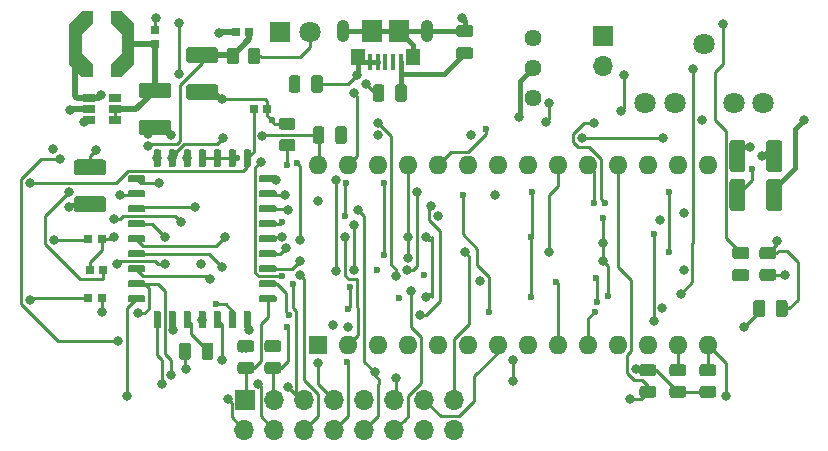
<source format=gbr>
G04 #@! TF.GenerationSoftware,KiCad,Pcbnew,5.1.5+dfsg1-2build2*
G04 #@! TF.CreationDate,2022-11-02T21:13:42+00:00*
G04 #@! TF.ProjectId,psion-speech-sp0256al2,7073696f-6e2d-4737-9065-6563682d7370,rev?*
G04 #@! TF.SameCoordinates,Original*
G04 #@! TF.FileFunction,Copper,L1,Top*
G04 #@! TF.FilePolarity,Positive*
%FSLAX46Y46*%
G04 Gerber Fmt 4.6, Leading zero omitted, Abs format (unit mm)*
G04 Created by KiCad (PCBNEW 5.1.5+dfsg1-2build2) date 2022-11-02 21:13:42*
%MOMM*%
%LPD*%
G04 APERTURE LIST*
%ADD10C,0.100000*%
%ADD11C,1.800000*%
%ADD12O,1.600000X1.600000*%
%ADD13R,1.600000X1.600000*%
%ADD14O,1.700000X1.700000*%
%ADD15R,1.700000X1.700000*%
%ADD16C,1.440000*%
%ADD17R,1.060000X0.650000*%
%ADD18R,0.800000X0.800000*%
%ADD19R,1.150000X1.450000*%
%ADD20O,1.050000X1.900000*%
%ADD21R,1.750000X1.900000*%
%ADD22R,0.400000X1.400000*%
%ADD23R,1.800000X1.800000*%
%ADD24C,0.800000*%
%ADD25C,0.600000*%
%ADD26C,0.400000*%
%ADD27C,0.250000*%
%ADD28C,0.500000*%
G04 APERTURE END LIST*
G04 #@! TA.AperFunction,SMDPad,CuDef*
D10*
G36*
X103434504Y-122166204D02*
G01*
X103458773Y-122169804D01*
X103482571Y-122175765D01*
X103505671Y-122184030D01*
X103527849Y-122194520D01*
X103548893Y-122207133D01*
X103568598Y-122221747D01*
X103586777Y-122238223D01*
X103603253Y-122256402D01*
X103617867Y-122276107D01*
X103630480Y-122297151D01*
X103640970Y-122319329D01*
X103649235Y-122342429D01*
X103655196Y-122366227D01*
X103658796Y-122390496D01*
X103660000Y-122415000D01*
X103660000Y-123365000D01*
X103658796Y-123389504D01*
X103655196Y-123413773D01*
X103649235Y-123437571D01*
X103640970Y-123460671D01*
X103630480Y-123482849D01*
X103617867Y-123503893D01*
X103603253Y-123523598D01*
X103586777Y-123541777D01*
X103568598Y-123558253D01*
X103548893Y-123572867D01*
X103527849Y-123585480D01*
X103505671Y-123595970D01*
X103482571Y-123604235D01*
X103458773Y-123610196D01*
X103434504Y-123613796D01*
X103410000Y-123615000D01*
X102910000Y-123615000D01*
X102885496Y-123613796D01*
X102861227Y-123610196D01*
X102837429Y-123604235D01*
X102814329Y-123595970D01*
X102792151Y-123585480D01*
X102771107Y-123572867D01*
X102751402Y-123558253D01*
X102733223Y-123541777D01*
X102716747Y-123523598D01*
X102702133Y-123503893D01*
X102689520Y-123482849D01*
X102679030Y-123460671D01*
X102670765Y-123437571D01*
X102664804Y-123413773D01*
X102661204Y-123389504D01*
X102660000Y-123365000D01*
X102660000Y-122415000D01*
X102661204Y-122390496D01*
X102664804Y-122366227D01*
X102670765Y-122342429D01*
X102679030Y-122319329D01*
X102689520Y-122297151D01*
X102702133Y-122276107D01*
X102716747Y-122256402D01*
X102733223Y-122238223D01*
X102751402Y-122221747D01*
X102771107Y-122207133D01*
X102792151Y-122194520D01*
X102814329Y-122184030D01*
X102837429Y-122175765D01*
X102861227Y-122169804D01*
X102885496Y-122166204D01*
X102910000Y-122165000D01*
X103410000Y-122165000D01*
X103434504Y-122166204D01*
G37*
G04 #@! TD.AperFunction*
G04 #@! TA.AperFunction,SMDPad,CuDef*
G36*
X105334504Y-122166204D02*
G01*
X105358773Y-122169804D01*
X105382571Y-122175765D01*
X105405671Y-122184030D01*
X105427849Y-122194520D01*
X105448893Y-122207133D01*
X105468598Y-122221747D01*
X105486777Y-122238223D01*
X105503253Y-122256402D01*
X105517867Y-122276107D01*
X105530480Y-122297151D01*
X105540970Y-122319329D01*
X105549235Y-122342429D01*
X105555196Y-122366227D01*
X105558796Y-122390496D01*
X105560000Y-122415000D01*
X105560000Y-123365000D01*
X105558796Y-123389504D01*
X105555196Y-123413773D01*
X105549235Y-123437571D01*
X105540970Y-123460671D01*
X105530480Y-123482849D01*
X105517867Y-123503893D01*
X105503253Y-123523598D01*
X105486777Y-123541777D01*
X105468598Y-123558253D01*
X105448893Y-123572867D01*
X105427849Y-123585480D01*
X105405671Y-123595970D01*
X105382571Y-123604235D01*
X105358773Y-123610196D01*
X105334504Y-123613796D01*
X105310000Y-123615000D01*
X104810000Y-123615000D01*
X104785496Y-123613796D01*
X104761227Y-123610196D01*
X104737429Y-123604235D01*
X104714329Y-123595970D01*
X104692151Y-123585480D01*
X104671107Y-123572867D01*
X104651402Y-123558253D01*
X104633223Y-123541777D01*
X104616747Y-123523598D01*
X104602133Y-123503893D01*
X104589520Y-123482849D01*
X104579030Y-123460671D01*
X104570765Y-123437571D01*
X104564804Y-123413773D01*
X104561204Y-123389504D01*
X104560000Y-123365000D01*
X104560000Y-122415000D01*
X104561204Y-122390496D01*
X104564804Y-122366227D01*
X104570765Y-122342429D01*
X104579030Y-122319329D01*
X104589520Y-122297151D01*
X104602133Y-122276107D01*
X104616747Y-122256402D01*
X104633223Y-122238223D01*
X104651402Y-122221747D01*
X104671107Y-122207133D01*
X104692151Y-122194520D01*
X104714329Y-122184030D01*
X104737429Y-122175765D01*
X104761227Y-122169804D01*
X104785496Y-122166204D01*
X104810000Y-122165000D01*
X105310000Y-122165000D01*
X105334504Y-122166204D01*
G37*
G04 #@! TD.AperFunction*
G04 #@! TA.AperFunction,SMDPad,CuDef*
G36*
X63674505Y-106736204D02*
G01*
X63698773Y-106739804D01*
X63722572Y-106745765D01*
X63745671Y-106754030D01*
X63767850Y-106764520D01*
X63788893Y-106777132D01*
X63808599Y-106791747D01*
X63826777Y-106808223D01*
X63843253Y-106826401D01*
X63857868Y-106846107D01*
X63870480Y-106867150D01*
X63880970Y-106889329D01*
X63889235Y-106912428D01*
X63895196Y-106936227D01*
X63898796Y-106960495D01*
X63900000Y-106984999D01*
X63900000Y-107510001D01*
X63898796Y-107534505D01*
X63895196Y-107558773D01*
X63889235Y-107582572D01*
X63880970Y-107605671D01*
X63870480Y-107627850D01*
X63857868Y-107648893D01*
X63843253Y-107668599D01*
X63826777Y-107686777D01*
X63808599Y-107703253D01*
X63788893Y-107717868D01*
X63767850Y-107730480D01*
X63745671Y-107740970D01*
X63722572Y-107749235D01*
X63698773Y-107755196D01*
X63674505Y-107758796D01*
X63650001Y-107760000D01*
X62749999Y-107760000D01*
X62725495Y-107758796D01*
X62701227Y-107755196D01*
X62677428Y-107749235D01*
X62654329Y-107740970D01*
X62632150Y-107730480D01*
X62611107Y-107717868D01*
X62591401Y-107703253D01*
X62573223Y-107686777D01*
X62556747Y-107668599D01*
X62542132Y-107648893D01*
X62529520Y-107627850D01*
X62519030Y-107605671D01*
X62510765Y-107582572D01*
X62504804Y-107558773D01*
X62501204Y-107534505D01*
X62500000Y-107510001D01*
X62500000Y-106984999D01*
X62501204Y-106960495D01*
X62504804Y-106936227D01*
X62510765Y-106912428D01*
X62519030Y-106889329D01*
X62529520Y-106867150D01*
X62542132Y-106846107D01*
X62556747Y-106826401D01*
X62573223Y-106808223D01*
X62591401Y-106791747D01*
X62611107Y-106777132D01*
X62632150Y-106764520D01*
X62654329Y-106754030D01*
X62677428Y-106745765D01*
X62701227Y-106739804D01*
X62725495Y-106736204D01*
X62749999Y-106735000D01*
X63650001Y-106735000D01*
X63674505Y-106736204D01*
G37*
G04 #@! TD.AperFunction*
G04 #@! TA.AperFunction,SMDPad,CuDef*
G36*
X63674505Y-108561204D02*
G01*
X63698773Y-108564804D01*
X63722572Y-108570765D01*
X63745671Y-108579030D01*
X63767850Y-108589520D01*
X63788893Y-108602132D01*
X63808599Y-108616747D01*
X63826777Y-108633223D01*
X63843253Y-108651401D01*
X63857868Y-108671107D01*
X63870480Y-108692150D01*
X63880970Y-108714329D01*
X63889235Y-108737428D01*
X63895196Y-108761227D01*
X63898796Y-108785495D01*
X63900000Y-108809999D01*
X63900000Y-109335001D01*
X63898796Y-109359505D01*
X63895196Y-109383773D01*
X63889235Y-109407572D01*
X63880970Y-109430671D01*
X63870480Y-109452850D01*
X63857868Y-109473893D01*
X63843253Y-109493599D01*
X63826777Y-109511777D01*
X63808599Y-109528253D01*
X63788893Y-109542868D01*
X63767850Y-109555480D01*
X63745671Y-109565970D01*
X63722572Y-109574235D01*
X63698773Y-109580196D01*
X63674505Y-109583796D01*
X63650001Y-109585000D01*
X62749999Y-109585000D01*
X62725495Y-109583796D01*
X62701227Y-109580196D01*
X62677428Y-109574235D01*
X62654329Y-109565970D01*
X62632150Y-109555480D01*
X62611107Y-109542868D01*
X62591401Y-109528253D01*
X62573223Y-109511777D01*
X62556747Y-109493599D01*
X62542132Y-109473893D01*
X62529520Y-109452850D01*
X62519030Y-109430671D01*
X62510765Y-109407572D01*
X62504804Y-109383773D01*
X62501204Y-109359505D01*
X62500000Y-109335001D01*
X62500000Y-108809999D01*
X62501204Y-108785495D01*
X62504804Y-108761227D01*
X62510765Y-108737428D01*
X62519030Y-108714329D01*
X62529520Y-108692150D01*
X62542132Y-108671107D01*
X62556747Y-108651401D01*
X62573223Y-108633223D01*
X62591401Y-108616747D01*
X62611107Y-108602132D01*
X62632150Y-108589520D01*
X62654329Y-108579030D01*
X62677428Y-108570765D01*
X62701227Y-108564804D01*
X62725495Y-108561204D01*
X62749999Y-108560000D01*
X63650001Y-108560000D01*
X63674505Y-108561204D01*
G37*
G04 #@! TD.AperFunction*
D11*
X103490000Y-105510000D03*
X100990000Y-105510000D03*
X93490000Y-105510000D03*
X95990000Y-105510000D03*
X98490000Y-100510000D03*
D12*
X65786000Y-110744000D03*
X98806000Y-125984000D03*
X68326000Y-110744000D03*
X96266000Y-125984000D03*
X70866000Y-110744000D03*
X93726000Y-125984000D03*
X73406000Y-110744000D03*
X91186000Y-125984000D03*
X75946000Y-110744000D03*
X88646000Y-125984000D03*
X78486000Y-110744000D03*
X86106000Y-125984000D03*
X81026000Y-110744000D03*
X83566000Y-125984000D03*
X83566000Y-110744000D03*
X81026000Y-125984000D03*
X86106000Y-110744000D03*
X78486000Y-125984000D03*
X88646000Y-110744000D03*
X75946000Y-125984000D03*
X91186000Y-110744000D03*
X73406000Y-125984000D03*
X93726000Y-110744000D03*
X70866000Y-125984000D03*
X96266000Y-110744000D03*
X68326000Y-125984000D03*
X98806000Y-110744000D03*
D13*
X65786000Y-125984000D03*
D14*
X77360000Y-133200000D03*
X77360000Y-130660000D03*
X74820000Y-133200000D03*
X74820000Y-130660000D03*
X72280000Y-133200000D03*
X72280000Y-130660000D03*
X69740000Y-133200000D03*
X69740000Y-130660000D03*
X67200000Y-133200000D03*
X67200000Y-130660000D03*
X64660000Y-133200000D03*
X64660000Y-130660000D03*
X62120000Y-133200000D03*
X62120000Y-130660000D03*
X59580000Y-133200000D03*
D15*
X59660000Y-130660000D03*
D16*
X84000000Y-105080000D03*
X84000000Y-102540000D03*
X84000000Y-100000000D03*
D14*
X89916000Y-102362000D03*
D15*
X89916000Y-99822000D03*
G04 #@! TA.AperFunction,SMDPad,CuDef*
D10*
G36*
X104360505Y-117702204D02*
G01*
X104384773Y-117705804D01*
X104408572Y-117711765D01*
X104431671Y-117720030D01*
X104453850Y-117730520D01*
X104474893Y-117743132D01*
X104494599Y-117757747D01*
X104512777Y-117774223D01*
X104529253Y-117792401D01*
X104543868Y-117812107D01*
X104556480Y-117833150D01*
X104566970Y-117855329D01*
X104575235Y-117878428D01*
X104581196Y-117902227D01*
X104584796Y-117926495D01*
X104586000Y-117950999D01*
X104586000Y-118476001D01*
X104584796Y-118500505D01*
X104581196Y-118524773D01*
X104575235Y-118548572D01*
X104566970Y-118571671D01*
X104556480Y-118593850D01*
X104543868Y-118614893D01*
X104529253Y-118634599D01*
X104512777Y-118652777D01*
X104494599Y-118669253D01*
X104474893Y-118683868D01*
X104453850Y-118696480D01*
X104431671Y-118706970D01*
X104408572Y-118715235D01*
X104384773Y-118721196D01*
X104360505Y-118724796D01*
X104336001Y-118726000D01*
X103435999Y-118726000D01*
X103411495Y-118724796D01*
X103387227Y-118721196D01*
X103363428Y-118715235D01*
X103340329Y-118706970D01*
X103318150Y-118696480D01*
X103297107Y-118683868D01*
X103277401Y-118669253D01*
X103259223Y-118652777D01*
X103242747Y-118634599D01*
X103228132Y-118614893D01*
X103215520Y-118593850D01*
X103205030Y-118571671D01*
X103196765Y-118548572D01*
X103190804Y-118524773D01*
X103187204Y-118500505D01*
X103186000Y-118476001D01*
X103186000Y-117950999D01*
X103187204Y-117926495D01*
X103190804Y-117902227D01*
X103196765Y-117878428D01*
X103205030Y-117855329D01*
X103215520Y-117833150D01*
X103228132Y-117812107D01*
X103242747Y-117792401D01*
X103259223Y-117774223D01*
X103277401Y-117757747D01*
X103297107Y-117743132D01*
X103318150Y-117730520D01*
X103340329Y-117720030D01*
X103363428Y-117711765D01*
X103387227Y-117705804D01*
X103411495Y-117702204D01*
X103435999Y-117701000D01*
X104336001Y-117701000D01*
X104360505Y-117702204D01*
G37*
G04 #@! TD.AperFunction*
G04 #@! TA.AperFunction,SMDPad,CuDef*
G36*
X104360505Y-119527204D02*
G01*
X104384773Y-119530804D01*
X104408572Y-119536765D01*
X104431671Y-119545030D01*
X104453850Y-119555520D01*
X104474893Y-119568132D01*
X104494599Y-119582747D01*
X104512777Y-119599223D01*
X104529253Y-119617401D01*
X104543868Y-119637107D01*
X104556480Y-119658150D01*
X104566970Y-119680329D01*
X104575235Y-119703428D01*
X104581196Y-119727227D01*
X104584796Y-119751495D01*
X104586000Y-119775999D01*
X104586000Y-120301001D01*
X104584796Y-120325505D01*
X104581196Y-120349773D01*
X104575235Y-120373572D01*
X104566970Y-120396671D01*
X104556480Y-120418850D01*
X104543868Y-120439893D01*
X104529253Y-120459599D01*
X104512777Y-120477777D01*
X104494599Y-120494253D01*
X104474893Y-120508868D01*
X104453850Y-120521480D01*
X104431671Y-120531970D01*
X104408572Y-120540235D01*
X104384773Y-120546196D01*
X104360505Y-120549796D01*
X104336001Y-120551000D01*
X103435999Y-120551000D01*
X103411495Y-120549796D01*
X103387227Y-120546196D01*
X103363428Y-120540235D01*
X103340329Y-120531970D01*
X103318150Y-120521480D01*
X103297107Y-120508868D01*
X103277401Y-120494253D01*
X103259223Y-120477777D01*
X103242747Y-120459599D01*
X103228132Y-120439893D01*
X103215520Y-120418850D01*
X103205030Y-120396671D01*
X103196765Y-120373572D01*
X103190804Y-120349773D01*
X103187204Y-120325505D01*
X103186000Y-120301001D01*
X103186000Y-119775999D01*
X103187204Y-119751495D01*
X103190804Y-119727227D01*
X103196765Y-119703428D01*
X103205030Y-119680329D01*
X103215520Y-119658150D01*
X103228132Y-119637107D01*
X103242747Y-119617401D01*
X103259223Y-119599223D01*
X103277401Y-119582747D01*
X103297107Y-119568132D01*
X103318150Y-119555520D01*
X103340329Y-119545030D01*
X103363428Y-119536765D01*
X103387227Y-119530804D01*
X103411495Y-119527204D01*
X103435999Y-119526000D01*
X104336001Y-119526000D01*
X104360505Y-119527204D01*
G37*
G04 #@! TD.AperFunction*
G04 #@! TA.AperFunction,SMDPad,CuDef*
G36*
X101744505Y-108633204D02*
G01*
X101768773Y-108636804D01*
X101792572Y-108642765D01*
X101815671Y-108651030D01*
X101837850Y-108661520D01*
X101858893Y-108674132D01*
X101878599Y-108688747D01*
X101896777Y-108705223D01*
X101913253Y-108723401D01*
X101927868Y-108743107D01*
X101940480Y-108764150D01*
X101950970Y-108786329D01*
X101959235Y-108809428D01*
X101965196Y-108833227D01*
X101968796Y-108857495D01*
X101970000Y-108881999D01*
X101970000Y-111082001D01*
X101968796Y-111106505D01*
X101965196Y-111130773D01*
X101959235Y-111154572D01*
X101950970Y-111177671D01*
X101940480Y-111199850D01*
X101927868Y-111220893D01*
X101913253Y-111240599D01*
X101896777Y-111258777D01*
X101878599Y-111275253D01*
X101858893Y-111289868D01*
X101837850Y-111302480D01*
X101815671Y-111312970D01*
X101792572Y-111321235D01*
X101768773Y-111327196D01*
X101744505Y-111330796D01*
X101720001Y-111332000D01*
X100894999Y-111332000D01*
X100870495Y-111330796D01*
X100846227Y-111327196D01*
X100822428Y-111321235D01*
X100799329Y-111312970D01*
X100777150Y-111302480D01*
X100756107Y-111289868D01*
X100736401Y-111275253D01*
X100718223Y-111258777D01*
X100701747Y-111240599D01*
X100687132Y-111220893D01*
X100674520Y-111199850D01*
X100664030Y-111177671D01*
X100655765Y-111154572D01*
X100649804Y-111130773D01*
X100646204Y-111106505D01*
X100645000Y-111082001D01*
X100645000Y-108881999D01*
X100646204Y-108857495D01*
X100649804Y-108833227D01*
X100655765Y-108809428D01*
X100664030Y-108786329D01*
X100674520Y-108764150D01*
X100687132Y-108743107D01*
X100701747Y-108723401D01*
X100718223Y-108705223D01*
X100736401Y-108688747D01*
X100756107Y-108674132D01*
X100777150Y-108661520D01*
X100799329Y-108651030D01*
X100822428Y-108642765D01*
X100846227Y-108636804D01*
X100870495Y-108633204D01*
X100894999Y-108632000D01*
X101720001Y-108632000D01*
X101744505Y-108633204D01*
G37*
G04 #@! TD.AperFunction*
G04 #@! TA.AperFunction,SMDPad,CuDef*
G36*
X104869505Y-108633204D02*
G01*
X104893773Y-108636804D01*
X104917572Y-108642765D01*
X104940671Y-108651030D01*
X104962850Y-108661520D01*
X104983893Y-108674132D01*
X105003599Y-108688747D01*
X105021777Y-108705223D01*
X105038253Y-108723401D01*
X105052868Y-108743107D01*
X105065480Y-108764150D01*
X105075970Y-108786329D01*
X105084235Y-108809428D01*
X105090196Y-108833227D01*
X105093796Y-108857495D01*
X105095000Y-108881999D01*
X105095000Y-111082001D01*
X105093796Y-111106505D01*
X105090196Y-111130773D01*
X105084235Y-111154572D01*
X105075970Y-111177671D01*
X105065480Y-111199850D01*
X105052868Y-111220893D01*
X105038253Y-111240599D01*
X105021777Y-111258777D01*
X105003599Y-111275253D01*
X104983893Y-111289868D01*
X104962850Y-111302480D01*
X104940671Y-111312970D01*
X104917572Y-111321235D01*
X104893773Y-111327196D01*
X104869505Y-111330796D01*
X104845001Y-111332000D01*
X104019999Y-111332000D01*
X103995495Y-111330796D01*
X103971227Y-111327196D01*
X103947428Y-111321235D01*
X103924329Y-111312970D01*
X103902150Y-111302480D01*
X103881107Y-111289868D01*
X103861401Y-111275253D01*
X103843223Y-111258777D01*
X103826747Y-111240599D01*
X103812132Y-111220893D01*
X103799520Y-111199850D01*
X103789030Y-111177671D01*
X103780765Y-111154572D01*
X103774804Y-111130773D01*
X103771204Y-111106505D01*
X103770000Y-111082001D01*
X103770000Y-108881999D01*
X103771204Y-108857495D01*
X103774804Y-108833227D01*
X103780765Y-108809428D01*
X103789030Y-108786329D01*
X103799520Y-108764150D01*
X103812132Y-108743107D01*
X103826747Y-108723401D01*
X103843223Y-108705223D01*
X103861401Y-108688747D01*
X103881107Y-108674132D01*
X103902150Y-108661520D01*
X103924329Y-108651030D01*
X103947428Y-108642765D01*
X103971227Y-108636804D01*
X103995495Y-108633204D01*
X104019999Y-108632000D01*
X104845001Y-108632000D01*
X104869505Y-108633204D01*
G37*
G04 #@! TD.AperFunction*
G04 #@! TA.AperFunction,SMDPad,CuDef*
G36*
X104869505Y-111935204D02*
G01*
X104893773Y-111938804D01*
X104917572Y-111944765D01*
X104940671Y-111953030D01*
X104962850Y-111963520D01*
X104983893Y-111976132D01*
X105003599Y-111990747D01*
X105021777Y-112007223D01*
X105038253Y-112025401D01*
X105052868Y-112045107D01*
X105065480Y-112066150D01*
X105075970Y-112088329D01*
X105084235Y-112111428D01*
X105090196Y-112135227D01*
X105093796Y-112159495D01*
X105095000Y-112183999D01*
X105095000Y-114384001D01*
X105093796Y-114408505D01*
X105090196Y-114432773D01*
X105084235Y-114456572D01*
X105075970Y-114479671D01*
X105065480Y-114501850D01*
X105052868Y-114522893D01*
X105038253Y-114542599D01*
X105021777Y-114560777D01*
X105003599Y-114577253D01*
X104983893Y-114591868D01*
X104962850Y-114604480D01*
X104940671Y-114614970D01*
X104917572Y-114623235D01*
X104893773Y-114629196D01*
X104869505Y-114632796D01*
X104845001Y-114634000D01*
X104019999Y-114634000D01*
X103995495Y-114632796D01*
X103971227Y-114629196D01*
X103947428Y-114623235D01*
X103924329Y-114614970D01*
X103902150Y-114604480D01*
X103881107Y-114591868D01*
X103861401Y-114577253D01*
X103843223Y-114560777D01*
X103826747Y-114542599D01*
X103812132Y-114522893D01*
X103799520Y-114501850D01*
X103789030Y-114479671D01*
X103780765Y-114456572D01*
X103774804Y-114432773D01*
X103771204Y-114408505D01*
X103770000Y-114384001D01*
X103770000Y-112183999D01*
X103771204Y-112159495D01*
X103774804Y-112135227D01*
X103780765Y-112111428D01*
X103789030Y-112088329D01*
X103799520Y-112066150D01*
X103812132Y-112045107D01*
X103826747Y-112025401D01*
X103843223Y-112007223D01*
X103861401Y-111990747D01*
X103881107Y-111976132D01*
X103902150Y-111963520D01*
X103924329Y-111953030D01*
X103947428Y-111944765D01*
X103971227Y-111938804D01*
X103995495Y-111935204D01*
X104019999Y-111934000D01*
X104845001Y-111934000D01*
X104869505Y-111935204D01*
G37*
G04 #@! TD.AperFunction*
G04 #@! TA.AperFunction,SMDPad,CuDef*
G36*
X101744505Y-111935204D02*
G01*
X101768773Y-111938804D01*
X101792572Y-111944765D01*
X101815671Y-111953030D01*
X101837850Y-111963520D01*
X101858893Y-111976132D01*
X101878599Y-111990747D01*
X101896777Y-112007223D01*
X101913253Y-112025401D01*
X101927868Y-112045107D01*
X101940480Y-112066150D01*
X101950970Y-112088329D01*
X101959235Y-112111428D01*
X101965196Y-112135227D01*
X101968796Y-112159495D01*
X101970000Y-112183999D01*
X101970000Y-114384001D01*
X101968796Y-114408505D01*
X101965196Y-114432773D01*
X101959235Y-114456572D01*
X101950970Y-114479671D01*
X101940480Y-114501850D01*
X101927868Y-114522893D01*
X101913253Y-114542599D01*
X101896777Y-114560777D01*
X101878599Y-114577253D01*
X101858893Y-114591868D01*
X101837850Y-114604480D01*
X101815671Y-114614970D01*
X101792572Y-114623235D01*
X101768773Y-114629196D01*
X101744505Y-114632796D01*
X101720001Y-114634000D01*
X100894999Y-114634000D01*
X100870495Y-114632796D01*
X100846227Y-114629196D01*
X100822428Y-114623235D01*
X100799329Y-114614970D01*
X100777150Y-114604480D01*
X100756107Y-114591868D01*
X100736401Y-114577253D01*
X100718223Y-114560777D01*
X100701747Y-114542599D01*
X100687132Y-114522893D01*
X100674520Y-114501850D01*
X100664030Y-114479671D01*
X100655765Y-114456572D01*
X100649804Y-114432773D01*
X100646204Y-114408505D01*
X100645000Y-114384001D01*
X100645000Y-112183999D01*
X100646204Y-112159495D01*
X100649804Y-112135227D01*
X100655765Y-112111428D01*
X100664030Y-112088329D01*
X100674520Y-112066150D01*
X100687132Y-112045107D01*
X100701747Y-112025401D01*
X100718223Y-112007223D01*
X100736401Y-111990747D01*
X100756107Y-111976132D01*
X100777150Y-111963520D01*
X100799329Y-111953030D01*
X100822428Y-111944765D01*
X100846227Y-111938804D01*
X100870495Y-111935204D01*
X100894999Y-111934000D01*
X101720001Y-111934000D01*
X101744505Y-111935204D01*
G37*
G04 #@! TD.AperFunction*
G04 #@! TA.AperFunction,SMDPad,CuDef*
G36*
X68026504Y-107480204D02*
G01*
X68050773Y-107483804D01*
X68074571Y-107489765D01*
X68097671Y-107498030D01*
X68119849Y-107508520D01*
X68140893Y-107521133D01*
X68160598Y-107535747D01*
X68178777Y-107552223D01*
X68195253Y-107570402D01*
X68209867Y-107590107D01*
X68222480Y-107611151D01*
X68232970Y-107633329D01*
X68241235Y-107656429D01*
X68247196Y-107680227D01*
X68250796Y-107704496D01*
X68252000Y-107729000D01*
X68252000Y-108679000D01*
X68250796Y-108703504D01*
X68247196Y-108727773D01*
X68241235Y-108751571D01*
X68232970Y-108774671D01*
X68222480Y-108796849D01*
X68209867Y-108817893D01*
X68195253Y-108837598D01*
X68178777Y-108855777D01*
X68160598Y-108872253D01*
X68140893Y-108886867D01*
X68119849Y-108899480D01*
X68097671Y-108909970D01*
X68074571Y-108918235D01*
X68050773Y-108924196D01*
X68026504Y-108927796D01*
X68002000Y-108929000D01*
X67502000Y-108929000D01*
X67477496Y-108927796D01*
X67453227Y-108924196D01*
X67429429Y-108918235D01*
X67406329Y-108909970D01*
X67384151Y-108899480D01*
X67363107Y-108886867D01*
X67343402Y-108872253D01*
X67325223Y-108855777D01*
X67308747Y-108837598D01*
X67294133Y-108817893D01*
X67281520Y-108796849D01*
X67271030Y-108774671D01*
X67262765Y-108751571D01*
X67256804Y-108727773D01*
X67253204Y-108703504D01*
X67252000Y-108679000D01*
X67252000Y-107729000D01*
X67253204Y-107704496D01*
X67256804Y-107680227D01*
X67262765Y-107656429D01*
X67271030Y-107633329D01*
X67281520Y-107611151D01*
X67294133Y-107590107D01*
X67308747Y-107570402D01*
X67325223Y-107552223D01*
X67343402Y-107535747D01*
X67363107Y-107521133D01*
X67384151Y-107508520D01*
X67406329Y-107498030D01*
X67429429Y-107489765D01*
X67453227Y-107483804D01*
X67477496Y-107480204D01*
X67502000Y-107479000D01*
X68002000Y-107479000D01*
X68026504Y-107480204D01*
G37*
G04 #@! TD.AperFunction*
G04 #@! TA.AperFunction,SMDPad,CuDef*
G36*
X66126504Y-107480204D02*
G01*
X66150773Y-107483804D01*
X66174571Y-107489765D01*
X66197671Y-107498030D01*
X66219849Y-107508520D01*
X66240893Y-107521133D01*
X66260598Y-107535747D01*
X66278777Y-107552223D01*
X66295253Y-107570402D01*
X66309867Y-107590107D01*
X66322480Y-107611151D01*
X66332970Y-107633329D01*
X66341235Y-107656429D01*
X66347196Y-107680227D01*
X66350796Y-107704496D01*
X66352000Y-107729000D01*
X66352000Y-108679000D01*
X66350796Y-108703504D01*
X66347196Y-108727773D01*
X66341235Y-108751571D01*
X66332970Y-108774671D01*
X66322480Y-108796849D01*
X66309867Y-108817893D01*
X66295253Y-108837598D01*
X66278777Y-108855777D01*
X66260598Y-108872253D01*
X66240893Y-108886867D01*
X66219849Y-108899480D01*
X66197671Y-108909970D01*
X66174571Y-108918235D01*
X66150773Y-108924196D01*
X66126504Y-108927796D01*
X66102000Y-108929000D01*
X65602000Y-108929000D01*
X65577496Y-108927796D01*
X65553227Y-108924196D01*
X65529429Y-108918235D01*
X65506329Y-108909970D01*
X65484151Y-108899480D01*
X65463107Y-108886867D01*
X65443402Y-108872253D01*
X65425223Y-108855777D01*
X65408747Y-108837598D01*
X65394133Y-108817893D01*
X65381520Y-108796849D01*
X65371030Y-108774671D01*
X65362765Y-108751571D01*
X65356804Y-108727773D01*
X65353204Y-108703504D01*
X65352000Y-108679000D01*
X65352000Y-107729000D01*
X65353204Y-107704496D01*
X65356804Y-107680227D01*
X65362765Y-107656429D01*
X65371030Y-107633329D01*
X65381520Y-107611151D01*
X65394133Y-107590107D01*
X65408747Y-107570402D01*
X65425223Y-107552223D01*
X65443402Y-107535747D01*
X65463107Y-107521133D01*
X65484151Y-107508520D01*
X65506329Y-107498030D01*
X65529429Y-107489765D01*
X65553227Y-107483804D01*
X65577496Y-107480204D01*
X65602000Y-107479000D01*
X66102000Y-107479000D01*
X66126504Y-107480204D01*
G37*
G04 #@! TD.AperFunction*
G04 #@! TA.AperFunction,SMDPad,CuDef*
G36*
X65994504Y-103162204D02*
G01*
X66018773Y-103165804D01*
X66042571Y-103171765D01*
X66065671Y-103180030D01*
X66087849Y-103190520D01*
X66108893Y-103203133D01*
X66128598Y-103217747D01*
X66146777Y-103234223D01*
X66163253Y-103252402D01*
X66177867Y-103272107D01*
X66190480Y-103293151D01*
X66200970Y-103315329D01*
X66209235Y-103338429D01*
X66215196Y-103362227D01*
X66218796Y-103386496D01*
X66220000Y-103411000D01*
X66220000Y-104361000D01*
X66218796Y-104385504D01*
X66215196Y-104409773D01*
X66209235Y-104433571D01*
X66200970Y-104456671D01*
X66190480Y-104478849D01*
X66177867Y-104499893D01*
X66163253Y-104519598D01*
X66146777Y-104537777D01*
X66128598Y-104554253D01*
X66108893Y-104568867D01*
X66087849Y-104581480D01*
X66065671Y-104591970D01*
X66042571Y-104600235D01*
X66018773Y-104606196D01*
X65994504Y-104609796D01*
X65970000Y-104611000D01*
X65470000Y-104611000D01*
X65445496Y-104609796D01*
X65421227Y-104606196D01*
X65397429Y-104600235D01*
X65374329Y-104591970D01*
X65352151Y-104581480D01*
X65331107Y-104568867D01*
X65311402Y-104554253D01*
X65293223Y-104537777D01*
X65276747Y-104519598D01*
X65262133Y-104499893D01*
X65249520Y-104478849D01*
X65239030Y-104456671D01*
X65230765Y-104433571D01*
X65224804Y-104409773D01*
X65221204Y-104385504D01*
X65220000Y-104361000D01*
X65220000Y-103411000D01*
X65221204Y-103386496D01*
X65224804Y-103362227D01*
X65230765Y-103338429D01*
X65239030Y-103315329D01*
X65249520Y-103293151D01*
X65262133Y-103272107D01*
X65276747Y-103252402D01*
X65293223Y-103234223D01*
X65311402Y-103217747D01*
X65331107Y-103203133D01*
X65352151Y-103190520D01*
X65374329Y-103180030D01*
X65397429Y-103171765D01*
X65421227Y-103165804D01*
X65445496Y-103162204D01*
X65470000Y-103161000D01*
X65970000Y-103161000D01*
X65994504Y-103162204D01*
G37*
G04 #@! TD.AperFunction*
G04 #@! TA.AperFunction,SMDPad,CuDef*
G36*
X64094504Y-103162204D02*
G01*
X64118773Y-103165804D01*
X64142571Y-103171765D01*
X64165671Y-103180030D01*
X64187849Y-103190520D01*
X64208893Y-103203133D01*
X64228598Y-103217747D01*
X64246777Y-103234223D01*
X64263253Y-103252402D01*
X64277867Y-103272107D01*
X64290480Y-103293151D01*
X64300970Y-103315329D01*
X64309235Y-103338429D01*
X64315196Y-103362227D01*
X64318796Y-103386496D01*
X64320000Y-103411000D01*
X64320000Y-104361000D01*
X64318796Y-104385504D01*
X64315196Y-104409773D01*
X64309235Y-104433571D01*
X64300970Y-104456671D01*
X64290480Y-104478849D01*
X64277867Y-104499893D01*
X64263253Y-104519598D01*
X64246777Y-104537777D01*
X64228598Y-104554253D01*
X64208893Y-104568867D01*
X64187849Y-104581480D01*
X64165671Y-104591970D01*
X64142571Y-104600235D01*
X64118773Y-104606196D01*
X64094504Y-104609796D01*
X64070000Y-104611000D01*
X63570000Y-104611000D01*
X63545496Y-104609796D01*
X63521227Y-104606196D01*
X63497429Y-104600235D01*
X63474329Y-104591970D01*
X63452151Y-104581480D01*
X63431107Y-104568867D01*
X63411402Y-104554253D01*
X63393223Y-104537777D01*
X63376747Y-104519598D01*
X63362133Y-104499893D01*
X63349520Y-104478849D01*
X63339030Y-104456671D01*
X63330765Y-104433571D01*
X63324804Y-104409773D01*
X63321204Y-104385504D01*
X63320000Y-104361000D01*
X63320000Y-103411000D01*
X63321204Y-103386496D01*
X63324804Y-103362227D01*
X63330765Y-103338429D01*
X63339030Y-103315329D01*
X63349520Y-103293151D01*
X63362133Y-103272107D01*
X63376747Y-103252402D01*
X63393223Y-103234223D01*
X63411402Y-103217747D01*
X63431107Y-103203133D01*
X63452151Y-103190520D01*
X63474329Y-103180030D01*
X63497429Y-103171765D01*
X63521227Y-103165804D01*
X63545496Y-103162204D01*
X63570000Y-103161000D01*
X64070000Y-103161000D01*
X64094504Y-103162204D01*
G37*
G04 #@! TD.AperFunction*
D17*
X48600000Y-106000000D03*
X48600000Y-105050000D03*
X48600000Y-106950000D03*
X46400000Y-106950000D03*
X46400000Y-106000000D03*
X46400000Y-105050000D03*
G04 #@! TA.AperFunction,SMDPad,CuDef*
D10*
G36*
X57434703Y-109425722D02*
G01*
X57449264Y-109427882D01*
X57463543Y-109431459D01*
X57477403Y-109436418D01*
X57490710Y-109442712D01*
X57503336Y-109450280D01*
X57515159Y-109459048D01*
X57526066Y-109468934D01*
X57535952Y-109479841D01*
X57544720Y-109491664D01*
X57552288Y-109504290D01*
X57558582Y-109517597D01*
X57563541Y-109531457D01*
X57567118Y-109545736D01*
X57569278Y-109560297D01*
X57570000Y-109575000D01*
X57570000Y-110750000D01*
X57569278Y-110764703D01*
X57567118Y-110779264D01*
X57563541Y-110793543D01*
X57558582Y-110807403D01*
X57552288Y-110820710D01*
X57544720Y-110833336D01*
X57535952Y-110845159D01*
X57526066Y-110856066D01*
X57515159Y-110865952D01*
X57503336Y-110874720D01*
X57490710Y-110882288D01*
X57477403Y-110888582D01*
X57463543Y-110893541D01*
X57449264Y-110897118D01*
X57434703Y-110899278D01*
X57420000Y-110900000D01*
X57120000Y-110900000D01*
X57105297Y-110899278D01*
X57090736Y-110897118D01*
X57076457Y-110893541D01*
X57062597Y-110888582D01*
X57049290Y-110882288D01*
X57036664Y-110874720D01*
X57024841Y-110865952D01*
X57013934Y-110856066D01*
X57004048Y-110845159D01*
X56995280Y-110833336D01*
X56987712Y-110820710D01*
X56981418Y-110807403D01*
X56976459Y-110793543D01*
X56972882Y-110779264D01*
X56970722Y-110764703D01*
X56970000Y-110750000D01*
X56970000Y-109575000D01*
X56970722Y-109560297D01*
X56972882Y-109545736D01*
X56976459Y-109531457D01*
X56981418Y-109517597D01*
X56987712Y-109504290D01*
X56995280Y-109491664D01*
X57004048Y-109479841D01*
X57013934Y-109468934D01*
X57024841Y-109459048D01*
X57036664Y-109450280D01*
X57049290Y-109442712D01*
X57062597Y-109436418D01*
X57076457Y-109431459D01*
X57090736Y-109427882D01*
X57105297Y-109425722D01*
X57120000Y-109425000D01*
X57420000Y-109425000D01*
X57434703Y-109425722D01*
G37*
G04 #@! TD.AperFunction*
G04 #@! TA.AperFunction,SMDPad,CuDef*
G36*
X58704703Y-109425722D02*
G01*
X58719264Y-109427882D01*
X58733543Y-109431459D01*
X58747403Y-109436418D01*
X58760710Y-109442712D01*
X58773336Y-109450280D01*
X58785159Y-109459048D01*
X58796066Y-109468934D01*
X58805952Y-109479841D01*
X58814720Y-109491664D01*
X58822288Y-109504290D01*
X58828582Y-109517597D01*
X58833541Y-109531457D01*
X58837118Y-109545736D01*
X58839278Y-109560297D01*
X58840000Y-109575000D01*
X58840000Y-110750000D01*
X58839278Y-110764703D01*
X58837118Y-110779264D01*
X58833541Y-110793543D01*
X58828582Y-110807403D01*
X58822288Y-110820710D01*
X58814720Y-110833336D01*
X58805952Y-110845159D01*
X58796066Y-110856066D01*
X58785159Y-110865952D01*
X58773336Y-110874720D01*
X58760710Y-110882288D01*
X58747403Y-110888582D01*
X58733543Y-110893541D01*
X58719264Y-110897118D01*
X58704703Y-110899278D01*
X58690000Y-110900000D01*
X58390000Y-110900000D01*
X58375297Y-110899278D01*
X58360736Y-110897118D01*
X58346457Y-110893541D01*
X58332597Y-110888582D01*
X58319290Y-110882288D01*
X58306664Y-110874720D01*
X58294841Y-110865952D01*
X58283934Y-110856066D01*
X58274048Y-110845159D01*
X58265280Y-110833336D01*
X58257712Y-110820710D01*
X58251418Y-110807403D01*
X58246459Y-110793543D01*
X58242882Y-110779264D01*
X58240722Y-110764703D01*
X58240000Y-110750000D01*
X58240000Y-109575000D01*
X58240722Y-109560297D01*
X58242882Y-109545736D01*
X58246459Y-109531457D01*
X58251418Y-109517597D01*
X58257712Y-109504290D01*
X58265280Y-109491664D01*
X58274048Y-109479841D01*
X58283934Y-109468934D01*
X58294841Y-109459048D01*
X58306664Y-109450280D01*
X58319290Y-109442712D01*
X58332597Y-109436418D01*
X58346457Y-109431459D01*
X58360736Y-109427882D01*
X58375297Y-109425722D01*
X58390000Y-109425000D01*
X58690000Y-109425000D01*
X58704703Y-109425722D01*
G37*
G04 #@! TD.AperFunction*
G04 #@! TA.AperFunction,SMDPad,CuDef*
G36*
X59974703Y-109425722D02*
G01*
X59989264Y-109427882D01*
X60003543Y-109431459D01*
X60017403Y-109436418D01*
X60030710Y-109442712D01*
X60043336Y-109450280D01*
X60055159Y-109459048D01*
X60066066Y-109468934D01*
X60075952Y-109479841D01*
X60084720Y-109491664D01*
X60092288Y-109504290D01*
X60098582Y-109517597D01*
X60103541Y-109531457D01*
X60107118Y-109545736D01*
X60109278Y-109560297D01*
X60110000Y-109575000D01*
X60110000Y-110750000D01*
X60109278Y-110764703D01*
X60107118Y-110779264D01*
X60103541Y-110793543D01*
X60098582Y-110807403D01*
X60092288Y-110820710D01*
X60084720Y-110833336D01*
X60075952Y-110845159D01*
X60066066Y-110856066D01*
X60055159Y-110865952D01*
X60043336Y-110874720D01*
X60030710Y-110882288D01*
X60017403Y-110888582D01*
X60003543Y-110893541D01*
X59989264Y-110897118D01*
X59974703Y-110899278D01*
X59960000Y-110900000D01*
X59660000Y-110900000D01*
X59645297Y-110899278D01*
X59630736Y-110897118D01*
X59616457Y-110893541D01*
X59602597Y-110888582D01*
X59589290Y-110882288D01*
X59576664Y-110874720D01*
X59564841Y-110865952D01*
X59553934Y-110856066D01*
X59544048Y-110845159D01*
X59535280Y-110833336D01*
X59527712Y-110820710D01*
X59521418Y-110807403D01*
X59516459Y-110793543D01*
X59512882Y-110779264D01*
X59510722Y-110764703D01*
X59510000Y-110750000D01*
X59510000Y-109575000D01*
X59510722Y-109560297D01*
X59512882Y-109545736D01*
X59516459Y-109531457D01*
X59521418Y-109517597D01*
X59527712Y-109504290D01*
X59535280Y-109491664D01*
X59544048Y-109479841D01*
X59553934Y-109468934D01*
X59564841Y-109459048D01*
X59576664Y-109450280D01*
X59589290Y-109442712D01*
X59602597Y-109436418D01*
X59616457Y-109431459D01*
X59630736Y-109427882D01*
X59645297Y-109425722D01*
X59660000Y-109425000D01*
X59960000Y-109425000D01*
X59974703Y-109425722D01*
G37*
G04 #@! TD.AperFunction*
G04 #@! TA.AperFunction,SMDPad,CuDef*
G36*
X62164703Y-111620722D02*
G01*
X62179264Y-111622882D01*
X62193543Y-111626459D01*
X62207403Y-111631418D01*
X62220710Y-111637712D01*
X62233336Y-111645280D01*
X62245159Y-111654048D01*
X62256066Y-111663934D01*
X62265952Y-111674841D01*
X62274720Y-111686664D01*
X62282288Y-111699290D01*
X62288582Y-111712597D01*
X62293541Y-111726457D01*
X62297118Y-111740736D01*
X62299278Y-111755297D01*
X62300000Y-111770000D01*
X62300000Y-112070000D01*
X62299278Y-112084703D01*
X62297118Y-112099264D01*
X62293541Y-112113543D01*
X62288582Y-112127403D01*
X62282288Y-112140710D01*
X62274720Y-112153336D01*
X62265952Y-112165159D01*
X62256066Y-112176066D01*
X62245159Y-112185952D01*
X62233336Y-112194720D01*
X62220710Y-112202288D01*
X62207403Y-112208582D01*
X62193543Y-112213541D01*
X62179264Y-112217118D01*
X62164703Y-112219278D01*
X62150000Y-112220000D01*
X60975000Y-112220000D01*
X60960297Y-112219278D01*
X60945736Y-112217118D01*
X60931457Y-112213541D01*
X60917597Y-112208582D01*
X60904290Y-112202288D01*
X60891664Y-112194720D01*
X60879841Y-112185952D01*
X60868934Y-112176066D01*
X60859048Y-112165159D01*
X60850280Y-112153336D01*
X60842712Y-112140710D01*
X60836418Y-112127403D01*
X60831459Y-112113543D01*
X60827882Y-112099264D01*
X60825722Y-112084703D01*
X60825000Y-112070000D01*
X60825000Y-111770000D01*
X60825722Y-111755297D01*
X60827882Y-111740736D01*
X60831459Y-111726457D01*
X60836418Y-111712597D01*
X60842712Y-111699290D01*
X60850280Y-111686664D01*
X60859048Y-111674841D01*
X60868934Y-111663934D01*
X60879841Y-111654048D01*
X60891664Y-111645280D01*
X60904290Y-111637712D01*
X60917597Y-111631418D01*
X60931457Y-111626459D01*
X60945736Y-111622882D01*
X60960297Y-111620722D01*
X60975000Y-111620000D01*
X62150000Y-111620000D01*
X62164703Y-111620722D01*
G37*
G04 #@! TD.AperFunction*
G04 #@! TA.AperFunction,SMDPad,CuDef*
G36*
X62164703Y-112890722D02*
G01*
X62179264Y-112892882D01*
X62193543Y-112896459D01*
X62207403Y-112901418D01*
X62220710Y-112907712D01*
X62233336Y-112915280D01*
X62245159Y-112924048D01*
X62256066Y-112933934D01*
X62265952Y-112944841D01*
X62274720Y-112956664D01*
X62282288Y-112969290D01*
X62288582Y-112982597D01*
X62293541Y-112996457D01*
X62297118Y-113010736D01*
X62299278Y-113025297D01*
X62300000Y-113040000D01*
X62300000Y-113340000D01*
X62299278Y-113354703D01*
X62297118Y-113369264D01*
X62293541Y-113383543D01*
X62288582Y-113397403D01*
X62282288Y-113410710D01*
X62274720Y-113423336D01*
X62265952Y-113435159D01*
X62256066Y-113446066D01*
X62245159Y-113455952D01*
X62233336Y-113464720D01*
X62220710Y-113472288D01*
X62207403Y-113478582D01*
X62193543Y-113483541D01*
X62179264Y-113487118D01*
X62164703Y-113489278D01*
X62150000Y-113490000D01*
X60975000Y-113490000D01*
X60960297Y-113489278D01*
X60945736Y-113487118D01*
X60931457Y-113483541D01*
X60917597Y-113478582D01*
X60904290Y-113472288D01*
X60891664Y-113464720D01*
X60879841Y-113455952D01*
X60868934Y-113446066D01*
X60859048Y-113435159D01*
X60850280Y-113423336D01*
X60842712Y-113410710D01*
X60836418Y-113397403D01*
X60831459Y-113383543D01*
X60827882Y-113369264D01*
X60825722Y-113354703D01*
X60825000Y-113340000D01*
X60825000Y-113040000D01*
X60825722Y-113025297D01*
X60827882Y-113010736D01*
X60831459Y-112996457D01*
X60836418Y-112982597D01*
X60842712Y-112969290D01*
X60850280Y-112956664D01*
X60859048Y-112944841D01*
X60868934Y-112933934D01*
X60879841Y-112924048D01*
X60891664Y-112915280D01*
X60904290Y-112907712D01*
X60917597Y-112901418D01*
X60931457Y-112896459D01*
X60945736Y-112892882D01*
X60960297Y-112890722D01*
X60975000Y-112890000D01*
X62150000Y-112890000D01*
X62164703Y-112890722D01*
G37*
G04 #@! TD.AperFunction*
G04 #@! TA.AperFunction,SMDPad,CuDef*
G36*
X62164703Y-114160722D02*
G01*
X62179264Y-114162882D01*
X62193543Y-114166459D01*
X62207403Y-114171418D01*
X62220710Y-114177712D01*
X62233336Y-114185280D01*
X62245159Y-114194048D01*
X62256066Y-114203934D01*
X62265952Y-114214841D01*
X62274720Y-114226664D01*
X62282288Y-114239290D01*
X62288582Y-114252597D01*
X62293541Y-114266457D01*
X62297118Y-114280736D01*
X62299278Y-114295297D01*
X62300000Y-114310000D01*
X62300000Y-114610000D01*
X62299278Y-114624703D01*
X62297118Y-114639264D01*
X62293541Y-114653543D01*
X62288582Y-114667403D01*
X62282288Y-114680710D01*
X62274720Y-114693336D01*
X62265952Y-114705159D01*
X62256066Y-114716066D01*
X62245159Y-114725952D01*
X62233336Y-114734720D01*
X62220710Y-114742288D01*
X62207403Y-114748582D01*
X62193543Y-114753541D01*
X62179264Y-114757118D01*
X62164703Y-114759278D01*
X62150000Y-114760000D01*
X60975000Y-114760000D01*
X60960297Y-114759278D01*
X60945736Y-114757118D01*
X60931457Y-114753541D01*
X60917597Y-114748582D01*
X60904290Y-114742288D01*
X60891664Y-114734720D01*
X60879841Y-114725952D01*
X60868934Y-114716066D01*
X60859048Y-114705159D01*
X60850280Y-114693336D01*
X60842712Y-114680710D01*
X60836418Y-114667403D01*
X60831459Y-114653543D01*
X60827882Y-114639264D01*
X60825722Y-114624703D01*
X60825000Y-114610000D01*
X60825000Y-114310000D01*
X60825722Y-114295297D01*
X60827882Y-114280736D01*
X60831459Y-114266457D01*
X60836418Y-114252597D01*
X60842712Y-114239290D01*
X60850280Y-114226664D01*
X60859048Y-114214841D01*
X60868934Y-114203934D01*
X60879841Y-114194048D01*
X60891664Y-114185280D01*
X60904290Y-114177712D01*
X60917597Y-114171418D01*
X60931457Y-114166459D01*
X60945736Y-114162882D01*
X60960297Y-114160722D01*
X60975000Y-114160000D01*
X62150000Y-114160000D01*
X62164703Y-114160722D01*
G37*
G04 #@! TD.AperFunction*
G04 #@! TA.AperFunction,SMDPad,CuDef*
G36*
X62164703Y-115430722D02*
G01*
X62179264Y-115432882D01*
X62193543Y-115436459D01*
X62207403Y-115441418D01*
X62220710Y-115447712D01*
X62233336Y-115455280D01*
X62245159Y-115464048D01*
X62256066Y-115473934D01*
X62265952Y-115484841D01*
X62274720Y-115496664D01*
X62282288Y-115509290D01*
X62288582Y-115522597D01*
X62293541Y-115536457D01*
X62297118Y-115550736D01*
X62299278Y-115565297D01*
X62300000Y-115580000D01*
X62300000Y-115880000D01*
X62299278Y-115894703D01*
X62297118Y-115909264D01*
X62293541Y-115923543D01*
X62288582Y-115937403D01*
X62282288Y-115950710D01*
X62274720Y-115963336D01*
X62265952Y-115975159D01*
X62256066Y-115986066D01*
X62245159Y-115995952D01*
X62233336Y-116004720D01*
X62220710Y-116012288D01*
X62207403Y-116018582D01*
X62193543Y-116023541D01*
X62179264Y-116027118D01*
X62164703Y-116029278D01*
X62150000Y-116030000D01*
X60975000Y-116030000D01*
X60960297Y-116029278D01*
X60945736Y-116027118D01*
X60931457Y-116023541D01*
X60917597Y-116018582D01*
X60904290Y-116012288D01*
X60891664Y-116004720D01*
X60879841Y-115995952D01*
X60868934Y-115986066D01*
X60859048Y-115975159D01*
X60850280Y-115963336D01*
X60842712Y-115950710D01*
X60836418Y-115937403D01*
X60831459Y-115923543D01*
X60827882Y-115909264D01*
X60825722Y-115894703D01*
X60825000Y-115880000D01*
X60825000Y-115580000D01*
X60825722Y-115565297D01*
X60827882Y-115550736D01*
X60831459Y-115536457D01*
X60836418Y-115522597D01*
X60842712Y-115509290D01*
X60850280Y-115496664D01*
X60859048Y-115484841D01*
X60868934Y-115473934D01*
X60879841Y-115464048D01*
X60891664Y-115455280D01*
X60904290Y-115447712D01*
X60917597Y-115441418D01*
X60931457Y-115436459D01*
X60945736Y-115432882D01*
X60960297Y-115430722D01*
X60975000Y-115430000D01*
X62150000Y-115430000D01*
X62164703Y-115430722D01*
G37*
G04 #@! TD.AperFunction*
G04 #@! TA.AperFunction,SMDPad,CuDef*
G36*
X62164703Y-116700722D02*
G01*
X62179264Y-116702882D01*
X62193543Y-116706459D01*
X62207403Y-116711418D01*
X62220710Y-116717712D01*
X62233336Y-116725280D01*
X62245159Y-116734048D01*
X62256066Y-116743934D01*
X62265952Y-116754841D01*
X62274720Y-116766664D01*
X62282288Y-116779290D01*
X62288582Y-116792597D01*
X62293541Y-116806457D01*
X62297118Y-116820736D01*
X62299278Y-116835297D01*
X62300000Y-116850000D01*
X62300000Y-117150000D01*
X62299278Y-117164703D01*
X62297118Y-117179264D01*
X62293541Y-117193543D01*
X62288582Y-117207403D01*
X62282288Y-117220710D01*
X62274720Y-117233336D01*
X62265952Y-117245159D01*
X62256066Y-117256066D01*
X62245159Y-117265952D01*
X62233336Y-117274720D01*
X62220710Y-117282288D01*
X62207403Y-117288582D01*
X62193543Y-117293541D01*
X62179264Y-117297118D01*
X62164703Y-117299278D01*
X62150000Y-117300000D01*
X60975000Y-117300000D01*
X60960297Y-117299278D01*
X60945736Y-117297118D01*
X60931457Y-117293541D01*
X60917597Y-117288582D01*
X60904290Y-117282288D01*
X60891664Y-117274720D01*
X60879841Y-117265952D01*
X60868934Y-117256066D01*
X60859048Y-117245159D01*
X60850280Y-117233336D01*
X60842712Y-117220710D01*
X60836418Y-117207403D01*
X60831459Y-117193543D01*
X60827882Y-117179264D01*
X60825722Y-117164703D01*
X60825000Y-117150000D01*
X60825000Y-116850000D01*
X60825722Y-116835297D01*
X60827882Y-116820736D01*
X60831459Y-116806457D01*
X60836418Y-116792597D01*
X60842712Y-116779290D01*
X60850280Y-116766664D01*
X60859048Y-116754841D01*
X60868934Y-116743934D01*
X60879841Y-116734048D01*
X60891664Y-116725280D01*
X60904290Y-116717712D01*
X60917597Y-116711418D01*
X60931457Y-116706459D01*
X60945736Y-116702882D01*
X60960297Y-116700722D01*
X60975000Y-116700000D01*
X62150000Y-116700000D01*
X62164703Y-116700722D01*
G37*
G04 #@! TD.AperFunction*
G04 #@! TA.AperFunction,SMDPad,CuDef*
G36*
X62164703Y-117970722D02*
G01*
X62179264Y-117972882D01*
X62193543Y-117976459D01*
X62207403Y-117981418D01*
X62220710Y-117987712D01*
X62233336Y-117995280D01*
X62245159Y-118004048D01*
X62256066Y-118013934D01*
X62265952Y-118024841D01*
X62274720Y-118036664D01*
X62282288Y-118049290D01*
X62288582Y-118062597D01*
X62293541Y-118076457D01*
X62297118Y-118090736D01*
X62299278Y-118105297D01*
X62300000Y-118120000D01*
X62300000Y-118420000D01*
X62299278Y-118434703D01*
X62297118Y-118449264D01*
X62293541Y-118463543D01*
X62288582Y-118477403D01*
X62282288Y-118490710D01*
X62274720Y-118503336D01*
X62265952Y-118515159D01*
X62256066Y-118526066D01*
X62245159Y-118535952D01*
X62233336Y-118544720D01*
X62220710Y-118552288D01*
X62207403Y-118558582D01*
X62193543Y-118563541D01*
X62179264Y-118567118D01*
X62164703Y-118569278D01*
X62150000Y-118570000D01*
X60975000Y-118570000D01*
X60960297Y-118569278D01*
X60945736Y-118567118D01*
X60931457Y-118563541D01*
X60917597Y-118558582D01*
X60904290Y-118552288D01*
X60891664Y-118544720D01*
X60879841Y-118535952D01*
X60868934Y-118526066D01*
X60859048Y-118515159D01*
X60850280Y-118503336D01*
X60842712Y-118490710D01*
X60836418Y-118477403D01*
X60831459Y-118463543D01*
X60827882Y-118449264D01*
X60825722Y-118434703D01*
X60825000Y-118420000D01*
X60825000Y-118120000D01*
X60825722Y-118105297D01*
X60827882Y-118090736D01*
X60831459Y-118076457D01*
X60836418Y-118062597D01*
X60842712Y-118049290D01*
X60850280Y-118036664D01*
X60859048Y-118024841D01*
X60868934Y-118013934D01*
X60879841Y-118004048D01*
X60891664Y-117995280D01*
X60904290Y-117987712D01*
X60917597Y-117981418D01*
X60931457Y-117976459D01*
X60945736Y-117972882D01*
X60960297Y-117970722D01*
X60975000Y-117970000D01*
X62150000Y-117970000D01*
X62164703Y-117970722D01*
G37*
G04 #@! TD.AperFunction*
G04 #@! TA.AperFunction,SMDPad,CuDef*
G36*
X62164703Y-119240722D02*
G01*
X62179264Y-119242882D01*
X62193543Y-119246459D01*
X62207403Y-119251418D01*
X62220710Y-119257712D01*
X62233336Y-119265280D01*
X62245159Y-119274048D01*
X62256066Y-119283934D01*
X62265952Y-119294841D01*
X62274720Y-119306664D01*
X62282288Y-119319290D01*
X62288582Y-119332597D01*
X62293541Y-119346457D01*
X62297118Y-119360736D01*
X62299278Y-119375297D01*
X62300000Y-119390000D01*
X62300000Y-119690000D01*
X62299278Y-119704703D01*
X62297118Y-119719264D01*
X62293541Y-119733543D01*
X62288582Y-119747403D01*
X62282288Y-119760710D01*
X62274720Y-119773336D01*
X62265952Y-119785159D01*
X62256066Y-119796066D01*
X62245159Y-119805952D01*
X62233336Y-119814720D01*
X62220710Y-119822288D01*
X62207403Y-119828582D01*
X62193543Y-119833541D01*
X62179264Y-119837118D01*
X62164703Y-119839278D01*
X62150000Y-119840000D01*
X60975000Y-119840000D01*
X60960297Y-119839278D01*
X60945736Y-119837118D01*
X60931457Y-119833541D01*
X60917597Y-119828582D01*
X60904290Y-119822288D01*
X60891664Y-119814720D01*
X60879841Y-119805952D01*
X60868934Y-119796066D01*
X60859048Y-119785159D01*
X60850280Y-119773336D01*
X60842712Y-119760710D01*
X60836418Y-119747403D01*
X60831459Y-119733543D01*
X60827882Y-119719264D01*
X60825722Y-119704703D01*
X60825000Y-119690000D01*
X60825000Y-119390000D01*
X60825722Y-119375297D01*
X60827882Y-119360736D01*
X60831459Y-119346457D01*
X60836418Y-119332597D01*
X60842712Y-119319290D01*
X60850280Y-119306664D01*
X60859048Y-119294841D01*
X60868934Y-119283934D01*
X60879841Y-119274048D01*
X60891664Y-119265280D01*
X60904290Y-119257712D01*
X60917597Y-119251418D01*
X60931457Y-119246459D01*
X60945736Y-119242882D01*
X60960297Y-119240722D01*
X60975000Y-119240000D01*
X62150000Y-119240000D01*
X62164703Y-119240722D01*
G37*
G04 #@! TD.AperFunction*
G04 #@! TA.AperFunction,SMDPad,CuDef*
G36*
X62164703Y-120510722D02*
G01*
X62179264Y-120512882D01*
X62193543Y-120516459D01*
X62207403Y-120521418D01*
X62220710Y-120527712D01*
X62233336Y-120535280D01*
X62245159Y-120544048D01*
X62256066Y-120553934D01*
X62265952Y-120564841D01*
X62274720Y-120576664D01*
X62282288Y-120589290D01*
X62288582Y-120602597D01*
X62293541Y-120616457D01*
X62297118Y-120630736D01*
X62299278Y-120645297D01*
X62300000Y-120660000D01*
X62300000Y-120960000D01*
X62299278Y-120974703D01*
X62297118Y-120989264D01*
X62293541Y-121003543D01*
X62288582Y-121017403D01*
X62282288Y-121030710D01*
X62274720Y-121043336D01*
X62265952Y-121055159D01*
X62256066Y-121066066D01*
X62245159Y-121075952D01*
X62233336Y-121084720D01*
X62220710Y-121092288D01*
X62207403Y-121098582D01*
X62193543Y-121103541D01*
X62179264Y-121107118D01*
X62164703Y-121109278D01*
X62150000Y-121110000D01*
X60975000Y-121110000D01*
X60960297Y-121109278D01*
X60945736Y-121107118D01*
X60931457Y-121103541D01*
X60917597Y-121098582D01*
X60904290Y-121092288D01*
X60891664Y-121084720D01*
X60879841Y-121075952D01*
X60868934Y-121066066D01*
X60859048Y-121055159D01*
X60850280Y-121043336D01*
X60842712Y-121030710D01*
X60836418Y-121017403D01*
X60831459Y-121003543D01*
X60827882Y-120989264D01*
X60825722Y-120974703D01*
X60825000Y-120960000D01*
X60825000Y-120660000D01*
X60825722Y-120645297D01*
X60827882Y-120630736D01*
X60831459Y-120616457D01*
X60836418Y-120602597D01*
X60842712Y-120589290D01*
X60850280Y-120576664D01*
X60859048Y-120564841D01*
X60868934Y-120553934D01*
X60879841Y-120544048D01*
X60891664Y-120535280D01*
X60904290Y-120527712D01*
X60917597Y-120521418D01*
X60931457Y-120516459D01*
X60945736Y-120512882D01*
X60960297Y-120510722D01*
X60975000Y-120510000D01*
X62150000Y-120510000D01*
X62164703Y-120510722D01*
G37*
G04 #@! TD.AperFunction*
G04 #@! TA.AperFunction,SMDPad,CuDef*
G36*
X62164703Y-121780722D02*
G01*
X62179264Y-121782882D01*
X62193543Y-121786459D01*
X62207403Y-121791418D01*
X62220710Y-121797712D01*
X62233336Y-121805280D01*
X62245159Y-121814048D01*
X62256066Y-121823934D01*
X62265952Y-121834841D01*
X62274720Y-121846664D01*
X62282288Y-121859290D01*
X62288582Y-121872597D01*
X62293541Y-121886457D01*
X62297118Y-121900736D01*
X62299278Y-121915297D01*
X62300000Y-121930000D01*
X62300000Y-122230000D01*
X62299278Y-122244703D01*
X62297118Y-122259264D01*
X62293541Y-122273543D01*
X62288582Y-122287403D01*
X62282288Y-122300710D01*
X62274720Y-122313336D01*
X62265952Y-122325159D01*
X62256066Y-122336066D01*
X62245159Y-122345952D01*
X62233336Y-122354720D01*
X62220710Y-122362288D01*
X62207403Y-122368582D01*
X62193543Y-122373541D01*
X62179264Y-122377118D01*
X62164703Y-122379278D01*
X62150000Y-122380000D01*
X60975000Y-122380000D01*
X60960297Y-122379278D01*
X60945736Y-122377118D01*
X60931457Y-122373541D01*
X60917597Y-122368582D01*
X60904290Y-122362288D01*
X60891664Y-122354720D01*
X60879841Y-122345952D01*
X60868934Y-122336066D01*
X60859048Y-122325159D01*
X60850280Y-122313336D01*
X60842712Y-122300710D01*
X60836418Y-122287403D01*
X60831459Y-122273543D01*
X60827882Y-122259264D01*
X60825722Y-122244703D01*
X60825000Y-122230000D01*
X60825000Y-121930000D01*
X60825722Y-121915297D01*
X60827882Y-121900736D01*
X60831459Y-121886457D01*
X60836418Y-121872597D01*
X60842712Y-121859290D01*
X60850280Y-121846664D01*
X60859048Y-121834841D01*
X60868934Y-121823934D01*
X60879841Y-121814048D01*
X60891664Y-121805280D01*
X60904290Y-121797712D01*
X60917597Y-121791418D01*
X60931457Y-121786459D01*
X60945736Y-121782882D01*
X60960297Y-121780722D01*
X60975000Y-121780000D01*
X62150000Y-121780000D01*
X62164703Y-121780722D01*
G37*
G04 #@! TD.AperFunction*
G04 #@! TA.AperFunction,SMDPad,CuDef*
G36*
X59974703Y-123100722D02*
G01*
X59989264Y-123102882D01*
X60003543Y-123106459D01*
X60017403Y-123111418D01*
X60030710Y-123117712D01*
X60043336Y-123125280D01*
X60055159Y-123134048D01*
X60066066Y-123143934D01*
X60075952Y-123154841D01*
X60084720Y-123166664D01*
X60092288Y-123179290D01*
X60098582Y-123192597D01*
X60103541Y-123206457D01*
X60107118Y-123220736D01*
X60109278Y-123235297D01*
X60110000Y-123250000D01*
X60110000Y-124425000D01*
X60109278Y-124439703D01*
X60107118Y-124454264D01*
X60103541Y-124468543D01*
X60098582Y-124482403D01*
X60092288Y-124495710D01*
X60084720Y-124508336D01*
X60075952Y-124520159D01*
X60066066Y-124531066D01*
X60055159Y-124540952D01*
X60043336Y-124549720D01*
X60030710Y-124557288D01*
X60017403Y-124563582D01*
X60003543Y-124568541D01*
X59989264Y-124572118D01*
X59974703Y-124574278D01*
X59960000Y-124575000D01*
X59660000Y-124575000D01*
X59645297Y-124574278D01*
X59630736Y-124572118D01*
X59616457Y-124568541D01*
X59602597Y-124563582D01*
X59589290Y-124557288D01*
X59576664Y-124549720D01*
X59564841Y-124540952D01*
X59553934Y-124531066D01*
X59544048Y-124520159D01*
X59535280Y-124508336D01*
X59527712Y-124495710D01*
X59521418Y-124482403D01*
X59516459Y-124468543D01*
X59512882Y-124454264D01*
X59510722Y-124439703D01*
X59510000Y-124425000D01*
X59510000Y-123250000D01*
X59510722Y-123235297D01*
X59512882Y-123220736D01*
X59516459Y-123206457D01*
X59521418Y-123192597D01*
X59527712Y-123179290D01*
X59535280Y-123166664D01*
X59544048Y-123154841D01*
X59553934Y-123143934D01*
X59564841Y-123134048D01*
X59576664Y-123125280D01*
X59589290Y-123117712D01*
X59602597Y-123111418D01*
X59616457Y-123106459D01*
X59630736Y-123102882D01*
X59645297Y-123100722D01*
X59660000Y-123100000D01*
X59960000Y-123100000D01*
X59974703Y-123100722D01*
G37*
G04 #@! TD.AperFunction*
G04 #@! TA.AperFunction,SMDPad,CuDef*
G36*
X58704703Y-123100722D02*
G01*
X58719264Y-123102882D01*
X58733543Y-123106459D01*
X58747403Y-123111418D01*
X58760710Y-123117712D01*
X58773336Y-123125280D01*
X58785159Y-123134048D01*
X58796066Y-123143934D01*
X58805952Y-123154841D01*
X58814720Y-123166664D01*
X58822288Y-123179290D01*
X58828582Y-123192597D01*
X58833541Y-123206457D01*
X58837118Y-123220736D01*
X58839278Y-123235297D01*
X58840000Y-123250000D01*
X58840000Y-124425000D01*
X58839278Y-124439703D01*
X58837118Y-124454264D01*
X58833541Y-124468543D01*
X58828582Y-124482403D01*
X58822288Y-124495710D01*
X58814720Y-124508336D01*
X58805952Y-124520159D01*
X58796066Y-124531066D01*
X58785159Y-124540952D01*
X58773336Y-124549720D01*
X58760710Y-124557288D01*
X58747403Y-124563582D01*
X58733543Y-124568541D01*
X58719264Y-124572118D01*
X58704703Y-124574278D01*
X58690000Y-124575000D01*
X58390000Y-124575000D01*
X58375297Y-124574278D01*
X58360736Y-124572118D01*
X58346457Y-124568541D01*
X58332597Y-124563582D01*
X58319290Y-124557288D01*
X58306664Y-124549720D01*
X58294841Y-124540952D01*
X58283934Y-124531066D01*
X58274048Y-124520159D01*
X58265280Y-124508336D01*
X58257712Y-124495710D01*
X58251418Y-124482403D01*
X58246459Y-124468543D01*
X58242882Y-124454264D01*
X58240722Y-124439703D01*
X58240000Y-124425000D01*
X58240000Y-123250000D01*
X58240722Y-123235297D01*
X58242882Y-123220736D01*
X58246459Y-123206457D01*
X58251418Y-123192597D01*
X58257712Y-123179290D01*
X58265280Y-123166664D01*
X58274048Y-123154841D01*
X58283934Y-123143934D01*
X58294841Y-123134048D01*
X58306664Y-123125280D01*
X58319290Y-123117712D01*
X58332597Y-123111418D01*
X58346457Y-123106459D01*
X58360736Y-123102882D01*
X58375297Y-123100722D01*
X58390000Y-123100000D01*
X58690000Y-123100000D01*
X58704703Y-123100722D01*
G37*
G04 #@! TD.AperFunction*
G04 #@! TA.AperFunction,SMDPad,CuDef*
G36*
X57434703Y-123100722D02*
G01*
X57449264Y-123102882D01*
X57463543Y-123106459D01*
X57477403Y-123111418D01*
X57490710Y-123117712D01*
X57503336Y-123125280D01*
X57515159Y-123134048D01*
X57526066Y-123143934D01*
X57535952Y-123154841D01*
X57544720Y-123166664D01*
X57552288Y-123179290D01*
X57558582Y-123192597D01*
X57563541Y-123206457D01*
X57567118Y-123220736D01*
X57569278Y-123235297D01*
X57570000Y-123250000D01*
X57570000Y-124425000D01*
X57569278Y-124439703D01*
X57567118Y-124454264D01*
X57563541Y-124468543D01*
X57558582Y-124482403D01*
X57552288Y-124495710D01*
X57544720Y-124508336D01*
X57535952Y-124520159D01*
X57526066Y-124531066D01*
X57515159Y-124540952D01*
X57503336Y-124549720D01*
X57490710Y-124557288D01*
X57477403Y-124563582D01*
X57463543Y-124568541D01*
X57449264Y-124572118D01*
X57434703Y-124574278D01*
X57420000Y-124575000D01*
X57120000Y-124575000D01*
X57105297Y-124574278D01*
X57090736Y-124572118D01*
X57076457Y-124568541D01*
X57062597Y-124563582D01*
X57049290Y-124557288D01*
X57036664Y-124549720D01*
X57024841Y-124540952D01*
X57013934Y-124531066D01*
X57004048Y-124520159D01*
X56995280Y-124508336D01*
X56987712Y-124495710D01*
X56981418Y-124482403D01*
X56976459Y-124468543D01*
X56972882Y-124454264D01*
X56970722Y-124439703D01*
X56970000Y-124425000D01*
X56970000Y-123250000D01*
X56970722Y-123235297D01*
X56972882Y-123220736D01*
X56976459Y-123206457D01*
X56981418Y-123192597D01*
X56987712Y-123179290D01*
X56995280Y-123166664D01*
X57004048Y-123154841D01*
X57013934Y-123143934D01*
X57024841Y-123134048D01*
X57036664Y-123125280D01*
X57049290Y-123117712D01*
X57062597Y-123111418D01*
X57076457Y-123106459D01*
X57090736Y-123102882D01*
X57105297Y-123100722D01*
X57120000Y-123100000D01*
X57420000Y-123100000D01*
X57434703Y-123100722D01*
G37*
G04 #@! TD.AperFunction*
G04 #@! TA.AperFunction,SMDPad,CuDef*
G36*
X56164703Y-123100722D02*
G01*
X56179264Y-123102882D01*
X56193543Y-123106459D01*
X56207403Y-123111418D01*
X56220710Y-123117712D01*
X56233336Y-123125280D01*
X56245159Y-123134048D01*
X56256066Y-123143934D01*
X56265952Y-123154841D01*
X56274720Y-123166664D01*
X56282288Y-123179290D01*
X56288582Y-123192597D01*
X56293541Y-123206457D01*
X56297118Y-123220736D01*
X56299278Y-123235297D01*
X56300000Y-123250000D01*
X56300000Y-124425000D01*
X56299278Y-124439703D01*
X56297118Y-124454264D01*
X56293541Y-124468543D01*
X56288582Y-124482403D01*
X56282288Y-124495710D01*
X56274720Y-124508336D01*
X56265952Y-124520159D01*
X56256066Y-124531066D01*
X56245159Y-124540952D01*
X56233336Y-124549720D01*
X56220710Y-124557288D01*
X56207403Y-124563582D01*
X56193543Y-124568541D01*
X56179264Y-124572118D01*
X56164703Y-124574278D01*
X56150000Y-124575000D01*
X55850000Y-124575000D01*
X55835297Y-124574278D01*
X55820736Y-124572118D01*
X55806457Y-124568541D01*
X55792597Y-124563582D01*
X55779290Y-124557288D01*
X55766664Y-124549720D01*
X55754841Y-124540952D01*
X55743934Y-124531066D01*
X55734048Y-124520159D01*
X55725280Y-124508336D01*
X55717712Y-124495710D01*
X55711418Y-124482403D01*
X55706459Y-124468543D01*
X55702882Y-124454264D01*
X55700722Y-124439703D01*
X55700000Y-124425000D01*
X55700000Y-123250000D01*
X55700722Y-123235297D01*
X55702882Y-123220736D01*
X55706459Y-123206457D01*
X55711418Y-123192597D01*
X55717712Y-123179290D01*
X55725280Y-123166664D01*
X55734048Y-123154841D01*
X55743934Y-123143934D01*
X55754841Y-123134048D01*
X55766664Y-123125280D01*
X55779290Y-123117712D01*
X55792597Y-123111418D01*
X55806457Y-123106459D01*
X55820736Y-123102882D01*
X55835297Y-123100722D01*
X55850000Y-123100000D01*
X56150000Y-123100000D01*
X56164703Y-123100722D01*
G37*
G04 #@! TD.AperFunction*
G04 #@! TA.AperFunction,SMDPad,CuDef*
G36*
X54894703Y-123100722D02*
G01*
X54909264Y-123102882D01*
X54923543Y-123106459D01*
X54937403Y-123111418D01*
X54950710Y-123117712D01*
X54963336Y-123125280D01*
X54975159Y-123134048D01*
X54986066Y-123143934D01*
X54995952Y-123154841D01*
X55004720Y-123166664D01*
X55012288Y-123179290D01*
X55018582Y-123192597D01*
X55023541Y-123206457D01*
X55027118Y-123220736D01*
X55029278Y-123235297D01*
X55030000Y-123250000D01*
X55030000Y-124425000D01*
X55029278Y-124439703D01*
X55027118Y-124454264D01*
X55023541Y-124468543D01*
X55018582Y-124482403D01*
X55012288Y-124495710D01*
X55004720Y-124508336D01*
X54995952Y-124520159D01*
X54986066Y-124531066D01*
X54975159Y-124540952D01*
X54963336Y-124549720D01*
X54950710Y-124557288D01*
X54937403Y-124563582D01*
X54923543Y-124568541D01*
X54909264Y-124572118D01*
X54894703Y-124574278D01*
X54880000Y-124575000D01*
X54580000Y-124575000D01*
X54565297Y-124574278D01*
X54550736Y-124572118D01*
X54536457Y-124568541D01*
X54522597Y-124563582D01*
X54509290Y-124557288D01*
X54496664Y-124549720D01*
X54484841Y-124540952D01*
X54473934Y-124531066D01*
X54464048Y-124520159D01*
X54455280Y-124508336D01*
X54447712Y-124495710D01*
X54441418Y-124482403D01*
X54436459Y-124468543D01*
X54432882Y-124454264D01*
X54430722Y-124439703D01*
X54430000Y-124425000D01*
X54430000Y-123250000D01*
X54430722Y-123235297D01*
X54432882Y-123220736D01*
X54436459Y-123206457D01*
X54441418Y-123192597D01*
X54447712Y-123179290D01*
X54455280Y-123166664D01*
X54464048Y-123154841D01*
X54473934Y-123143934D01*
X54484841Y-123134048D01*
X54496664Y-123125280D01*
X54509290Y-123117712D01*
X54522597Y-123111418D01*
X54536457Y-123106459D01*
X54550736Y-123102882D01*
X54565297Y-123100722D01*
X54580000Y-123100000D01*
X54880000Y-123100000D01*
X54894703Y-123100722D01*
G37*
G04 #@! TD.AperFunction*
G04 #@! TA.AperFunction,SMDPad,CuDef*
G36*
X53624703Y-123100722D02*
G01*
X53639264Y-123102882D01*
X53653543Y-123106459D01*
X53667403Y-123111418D01*
X53680710Y-123117712D01*
X53693336Y-123125280D01*
X53705159Y-123134048D01*
X53716066Y-123143934D01*
X53725952Y-123154841D01*
X53734720Y-123166664D01*
X53742288Y-123179290D01*
X53748582Y-123192597D01*
X53753541Y-123206457D01*
X53757118Y-123220736D01*
X53759278Y-123235297D01*
X53760000Y-123250000D01*
X53760000Y-124425000D01*
X53759278Y-124439703D01*
X53757118Y-124454264D01*
X53753541Y-124468543D01*
X53748582Y-124482403D01*
X53742288Y-124495710D01*
X53734720Y-124508336D01*
X53725952Y-124520159D01*
X53716066Y-124531066D01*
X53705159Y-124540952D01*
X53693336Y-124549720D01*
X53680710Y-124557288D01*
X53667403Y-124563582D01*
X53653543Y-124568541D01*
X53639264Y-124572118D01*
X53624703Y-124574278D01*
X53610000Y-124575000D01*
X53310000Y-124575000D01*
X53295297Y-124574278D01*
X53280736Y-124572118D01*
X53266457Y-124568541D01*
X53252597Y-124563582D01*
X53239290Y-124557288D01*
X53226664Y-124549720D01*
X53214841Y-124540952D01*
X53203934Y-124531066D01*
X53194048Y-124520159D01*
X53185280Y-124508336D01*
X53177712Y-124495710D01*
X53171418Y-124482403D01*
X53166459Y-124468543D01*
X53162882Y-124454264D01*
X53160722Y-124439703D01*
X53160000Y-124425000D01*
X53160000Y-123250000D01*
X53160722Y-123235297D01*
X53162882Y-123220736D01*
X53166459Y-123206457D01*
X53171418Y-123192597D01*
X53177712Y-123179290D01*
X53185280Y-123166664D01*
X53194048Y-123154841D01*
X53203934Y-123143934D01*
X53214841Y-123134048D01*
X53226664Y-123125280D01*
X53239290Y-123117712D01*
X53252597Y-123111418D01*
X53266457Y-123106459D01*
X53280736Y-123102882D01*
X53295297Y-123100722D01*
X53310000Y-123100000D01*
X53610000Y-123100000D01*
X53624703Y-123100722D01*
G37*
G04 #@! TD.AperFunction*
G04 #@! TA.AperFunction,SMDPad,CuDef*
G36*
X52354703Y-123100722D02*
G01*
X52369264Y-123102882D01*
X52383543Y-123106459D01*
X52397403Y-123111418D01*
X52410710Y-123117712D01*
X52423336Y-123125280D01*
X52435159Y-123134048D01*
X52446066Y-123143934D01*
X52455952Y-123154841D01*
X52464720Y-123166664D01*
X52472288Y-123179290D01*
X52478582Y-123192597D01*
X52483541Y-123206457D01*
X52487118Y-123220736D01*
X52489278Y-123235297D01*
X52490000Y-123250000D01*
X52490000Y-124425000D01*
X52489278Y-124439703D01*
X52487118Y-124454264D01*
X52483541Y-124468543D01*
X52478582Y-124482403D01*
X52472288Y-124495710D01*
X52464720Y-124508336D01*
X52455952Y-124520159D01*
X52446066Y-124531066D01*
X52435159Y-124540952D01*
X52423336Y-124549720D01*
X52410710Y-124557288D01*
X52397403Y-124563582D01*
X52383543Y-124568541D01*
X52369264Y-124572118D01*
X52354703Y-124574278D01*
X52340000Y-124575000D01*
X52040000Y-124575000D01*
X52025297Y-124574278D01*
X52010736Y-124572118D01*
X51996457Y-124568541D01*
X51982597Y-124563582D01*
X51969290Y-124557288D01*
X51956664Y-124549720D01*
X51944841Y-124540952D01*
X51933934Y-124531066D01*
X51924048Y-124520159D01*
X51915280Y-124508336D01*
X51907712Y-124495710D01*
X51901418Y-124482403D01*
X51896459Y-124468543D01*
X51892882Y-124454264D01*
X51890722Y-124439703D01*
X51890000Y-124425000D01*
X51890000Y-123250000D01*
X51890722Y-123235297D01*
X51892882Y-123220736D01*
X51896459Y-123206457D01*
X51901418Y-123192597D01*
X51907712Y-123179290D01*
X51915280Y-123166664D01*
X51924048Y-123154841D01*
X51933934Y-123143934D01*
X51944841Y-123134048D01*
X51956664Y-123125280D01*
X51969290Y-123117712D01*
X51982597Y-123111418D01*
X51996457Y-123106459D01*
X52010736Y-123102882D01*
X52025297Y-123100722D01*
X52040000Y-123100000D01*
X52340000Y-123100000D01*
X52354703Y-123100722D01*
G37*
G04 #@! TD.AperFunction*
G04 #@! TA.AperFunction,SMDPad,CuDef*
G36*
X51039703Y-121780722D02*
G01*
X51054264Y-121782882D01*
X51068543Y-121786459D01*
X51082403Y-121791418D01*
X51095710Y-121797712D01*
X51108336Y-121805280D01*
X51120159Y-121814048D01*
X51131066Y-121823934D01*
X51140952Y-121834841D01*
X51149720Y-121846664D01*
X51157288Y-121859290D01*
X51163582Y-121872597D01*
X51168541Y-121886457D01*
X51172118Y-121900736D01*
X51174278Y-121915297D01*
X51175000Y-121930000D01*
X51175000Y-122230000D01*
X51174278Y-122244703D01*
X51172118Y-122259264D01*
X51168541Y-122273543D01*
X51163582Y-122287403D01*
X51157288Y-122300710D01*
X51149720Y-122313336D01*
X51140952Y-122325159D01*
X51131066Y-122336066D01*
X51120159Y-122345952D01*
X51108336Y-122354720D01*
X51095710Y-122362288D01*
X51082403Y-122368582D01*
X51068543Y-122373541D01*
X51054264Y-122377118D01*
X51039703Y-122379278D01*
X51025000Y-122380000D01*
X49850000Y-122380000D01*
X49835297Y-122379278D01*
X49820736Y-122377118D01*
X49806457Y-122373541D01*
X49792597Y-122368582D01*
X49779290Y-122362288D01*
X49766664Y-122354720D01*
X49754841Y-122345952D01*
X49743934Y-122336066D01*
X49734048Y-122325159D01*
X49725280Y-122313336D01*
X49717712Y-122300710D01*
X49711418Y-122287403D01*
X49706459Y-122273543D01*
X49702882Y-122259264D01*
X49700722Y-122244703D01*
X49700000Y-122230000D01*
X49700000Y-121930000D01*
X49700722Y-121915297D01*
X49702882Y-121900736D01*
X49706459Y-121886457D01*
X49711418Y-121872597D01*
X49717712Y-121859290D01*
X49725280Y-121846664D01*
X49734048Y-121834841D01*
X49743934Y-121823934D01*
X49754841Y-121814048D01*
X49766664Y-121805280D01*
X49779290Y-121797712D01*
X49792597Y-121791418D01*
X49806457Y-121786459D01*
X49820736Y-121782882D01*
X49835297Y-121780722D01*
X49850000Y-121780000D01*
X51025000Y-121780000D01*
X51039703Y-121780722D01*
G37*
G04 #@! TD.AperFunction*
G04 #@! TA.AperFunction,SMDPad,CuDef*
G36*
X51039703Y-120510722D02*
G01*
X51054264Y-120512882D01*
X51068543Y-120516459D01*
X51082403Y-120521418D01*
X51095710Y-120527712D01*
X51108336Y-120535280D01*
X51120159Y-120544048D01*
X51131066Y-120553934D01*
X51140952Y-120564841D01*
X51149720Y-120576664D01*
X51157288Y-120589290D01*
X51163582Y-120602597D01*
X51168541Y-120616457D01*
X51172118Y-120630736D01*
X51174278Y-120645297D01*
X51175000Y-120660000D01*
X51175000Y-120960000D01*
X51174278Y-120974703D01*
X51172118Y-120989264D01*
X51168541Y-121003543D01*
X51163582Y-121017403D01*
X51157288Y-121030710D01*
X51149720Y-121043336D01*
X51140952Y-121055159D01*
X51131066Y-121066066D01*
X51120159Y-121075952D01*
X51108336Y-121084720D01*
X51095710Y-121092288D01*
X51082403Y-121098582D01*
X51068543Y-121103541D01*
X51054264Y-121107118D01*
X51039703Y-121109278D01*
X51025000Y-121110000D01*
X49850000Y-121110000D01*
X49835297Y-121109278D01*
X49820736Y-121107118D01*
X49806457Y-121103541D01*
X49792597Y-121098582D01*
X49779290Y-121092288D01*
X49766664Y-121084720D01*
X49754841Y-121075952D01*
X49743934Y-121066066D01*
X49734048Y-121055159D01*
X49725280Y-121043336D01*
X49717712Y-121030710D01*
X49711418Y-121017403D01*
X49706459Y-121003543D01*
X49702882Y-120989264D01*
X49700722Y-120974703D01*
X49700000Y-120960000D01*
X49700000Y-120660000D01*
X49700722Y-120645297D01*
X49702882Y-120630736D01*
X49706459Y-120616457D01*
X49711418Y-120602597D01*
X49717712Y-120589290D01*
X49725280Y-120576664D01*
X49734048Y-120564841D01*
X49743934Y-120553934D01*
X49754841Y-120544048D01*
X49766664Y-120535280D01*
X49779290Y-120527712D01*
X49792597Y-120521418D01*
X49806457Y-120516459D01*
X49820736Y-120512882D01*
X49835297Y-120510722D01*
X49850000Y-120510000D01*
X51025000Y-120510000D01*
X51039703Y-120510722D01*
G37*
G04 #@! TD.AperFunction*
G04 #@! TA.AperFunction,SMDPad,CuDef*
G36*
X51039703Y-119240722D02*
G01*
X51054264Y-119242882D01*
X51068543Y-119246459D01*
X51082403Y-119251418D01*
X51095710Y-119257712D01*
X51108336Y-119265280D01*
X51120159Y-119274048D01*
X51131066Y-119283934D01*
X51140952Y-119294841D01*
X51149720Y-119306664D01*
X51157288Y-119319290D01*
X51163582Y-119332597D01*
X51168541Y-119346457D01*
X51172118Y-119360736D01*
X51174278Y-119375297D01*
X51175000Y-119390000D01*
X51175000Y-119690000D01*
X51174278Y-119704703D01*
X51172118Y-119719264D01*
X51168541Y-119733543D01*
X51163582Y-119747403D01*
X51157288Y-119760710D01*
X51149720Y-119773336D01*
X51140952Y-119785159D01*
X51131066Y-119796066D01*
X51120159Y-119805952D01*
X51108336Y-119814720D01*
X51095710Y-119822288D01*
X51082403Y-119828582D01*
X51068543Y-119833541D01*
X51054264Y-119837118D01*
X51039703Y-119839278D01*
X51025000Y-119840000D01*
X49850000Y-119840000D01*
X49835297Y-119839278D01*
X49820736Y-119837118D01*
X49806457Y-119833541D01*
X49792597Y-119828582D01*
X49779290Y-119822288D01*
X49766664Y-119814720D01*
X49754841Y-119805952D01*
X49743934Y-119796066D01*
X49734048Y-119785159D01*
X49725280Y-119773336D01*
X49717712Y-119760710D01*
X49711418Y-119747403D01*
X49706459Y-119733543D01*
X49702882Y-119719264D01*
X49700722Y-119704703D01*
X49700000Y-119690000D01*
X49700000Y-119390000D01*
X49700722Y-119375297D01*
X49702882Y-119360736D01*
X49706459Y-119346457D01*
X49711418Y-119332597D01*
X49717712Y-119319290D01*
X49725280Y-119306664D01*
X49734048Y-119294841D01*
X49743934Y-119283934D01*
X49754841Y-119274048D01*
X49766664Y-119265280D01*
X49779290Y-119257712D01*
X49792597Y-119251418D01*
X49806457Y-119246459D01*
X49820736Y-119242882D01*
X49835297Y-119240722D01*
X49850000Y-119240000D01*
X51025000Y-119240000D01*
X51039703Y-119240722D01*
G37*
G04 #@! TD.AperFunction*
G04 #@! TA.AperFunction,SMDPad,CuDef*
G36*
X51039703Y-117970722D02*
G01*
X51054264Y-117972882D01*
X51068543Y-117976459D01*
X51082403Y-117981418D01*
X51095710Y-117987712D01*
X51108336Y-117995280D01*
X51120159Y-118004048D01*
X51131066Y-118013934D01*
X51140952Y-118024841D01*
X51149720Y-118036664D01*
X51157288Y-118049290D01*
X51163582Y-118062597D01*
X51168541Y-118076457D01*
X51172118Y-118090736D01*
X51174278Y-118105297D01*
X51175000Y-118120000D01*
X51175000Y-118420000D01*
X51174278Y-118434703D01*
X51172118Y-118449264D01*
X51168541Y-118463543D01*
X51163582Y-118477403D01*
X51157288Y-118490710D01*
X51149720Y-118503336D01*
X51140952Y-118515159D01*
X51131066Y-118526066D01*
X51120159Y-118535952D01*
X51108336Y-118544720D01*
X51095710Y-118552288D01*
X51082403Y-118558582D01*
X51068543Y-118563541D01*
X51054264Y-118567118D01*
X51039703Y-118569278D01*
X51025000Y-118570000D01*
X49850000Y-118570000D01*
X49835297Y-118569278D01*
X49820736Y-118567118D01*
X49806457Y-118563541D01*
X49792597Y-118558582D01*
X49779290Y-118552288D01*
X49766664Y-118544720D01*
X49754841Y-118535952D01*
X49743934Y-118526066D01*
X49734048Y-118515159D01*
X49725280Y-118503336D01*
X49717712Y-118490710D01*
X49711418Y-118477403D01*
X49706459Y-118463543D01*
X49702882Y-118449264D01*
X49700722Y-118434703D01*
X49700000Y-118420000D01*
X49700000Y-118120000D01*
X49700722Y-118105297D01*
X49702882Y-118090736D01*
X49706459Y-118076457D01*
X49711418Y-118062597D01*
X49717712Y-118049290D01*
X49725280Y-118036664D01*
X49734048Y-118024841D01*
X49743934Y-118013934D01*
X49754841Y-118004048D01*
X49766664Y-117995280D01*
X49779290Y-117987712D01*
X49792597Y-117981418D01*
X49806457Y-117976459D01*
X49820736Y-117972882D01*
X49835297Y-117970722D01*
X49850000Y-117970000D01*
X51025000Y-117970000D01*
X51039703Y-117970722D01*
G37*
G04 #@! TD.AperFunction*
G04 #@! TA.AperFunction,SMDPad,CuDef*
G36*
X51039703Y-116700722D02*
G01*
X51054264Y-116702882D01*
X51068543Y-116706459D01*
X51082403Y-116711418D01*
X51095710Y-116717712D01*
X51108336Y-116725280D01*
X51120159Y-116734048D01*
X51131066Y-116743934D01*
X51140952Y-116754841D01*
X51149720Y-116766664D01*
X51157288Y-116779290D01*
X51163582Y-116792597D01*
X51168541Y-116806457D01*
X51172118Y-116820736D01*
X51174278Y-116835297D01*
X51175000Y-116850000D01*
X51175000Y-117150000D01*
X51174278Y-117164703D01*
X51172118Y-117179264D01*
X51168541Y-117193543D01*
X51163582Y-117207403D01*
X51157288Y-117220710D01*
X51149720Y-117233336D01*
X51140952Y-117245159D01*
X51131066Y-117256066D01*
X51120159Y-117265952D01*
X51108336Y-117274720D01*
X51095710Y-117282288D01*
X51082403Y-117288582D01*
X51068543Y-117293541D01*
X51054264Y-117297118D01*
X51039703Y-117299278D01*
X51025000Y-117300000D01*
X49850000Y-117300000D01*
X49835297Y-117299278D01*
X49820736Y-117297118D01*
X49806457Y-117293541D01*
X49792597Y-117288582D01*
X49779290Y-117282288D01*
X49766664Y-117274720D01*
X49754841Y-117265952D01*
X49743934Y-117256066D01*
X49734048Y-117245159D01*
X49725280Y-117233336D01*
X49717712Y-117220710D01*
X49711418Y-117207403D01*
X49706459Y-117193543D01*
X49702882Y-117179264D01*
X49700722Y-117164703D01*
X49700000Y-117150000D01*
X49700000Y-116850000D01*
X49700722Y-116835297D01*
X49702882Y-116820736D01*
X49706459Y-116806457D01*
X49711418Y-116792597D01*
X49717712Y-116779290D01*
X49725280Y-116766664D01*
X49734048Y-116754841D01*
X49743934Y-116743934D01*
X49754841Y-116734048D01*
X49766664Y-116725280D01*
X49779290Y-116717712D01*
X49792597Y-116711418D01*
X49806457Y-116706459D01*
X49820736Y-116702882D01*
X49835297Y-116700722D01*
X49850000Y-116700000D01*
X51025000Y-116700000D01*
X51039703Y-116700722D01*
G37*
G04 #@! TD.AperFunction*
G04 #@! TA.AperFunction,SMDPad,CuDef*
G36*
X51039703Y-115430722D02*
G01*
X51054264Y-115432882D01*
X51068543Y-115436459D01*
X51082403Y-115441418D01*
X51095710Y-115447712D01*
X51108336Y-115455280D01*
X51120159Y-115464048D01*
X51131066Y-115473934D01*
X51140952Y-115484841D01*
X51149720Y-115496664D01*
X51157288Y-115509290D01*
X51163582Y-115522597D01*
X51168541Y-115536457D01*
X51172118Y-115550736D01*
X51174278Y-115565297D01*
X51175000Y-115580000D01*
X51175000Y-115880000D01*
X51174278Y-115894703D01*
X51172118Y-115909264D01*
X51168541Y-115923543D01*
X51163582Y-115937403D01*
X51157288Y-115950710D01*
X51149720Y-115963336D01*
X51140952Y-115975159D01*
X51131066Y-115986066D01*
X51120159Y-115995952D01*
X51108336Y-116004720D01*
X51095710Y-116012288D01*
X51082403Y-116018582D01*
X51068543Y-116023541D01*
X51054264Y-116027118D01*
X51039703Y-116029278D01*
X51025000Y-116030000D01*
X49850000Y-116030000D01*
X49835297Y-116029278D01*
X49820736Y-116027118D01*
X49806457Y-116023541D01*
X49792597Y-116018582D01*
X49779290Y-116012288D01*
X49766664Y-116004720D01*
X49754841Y-115995952D01*
X49743934Y-115986066D01*
X49734048Y-115975159D01*
X49725280Y-115963336D01*
X49717712Y-115950710D01*
X49711418Y-115937403D01*
X49706459Y-115923543D01*
X49702882Y-115909264D01*
X49700722Y-115894703D01*
X49700000Y-115880000D01*
X49700000Y-115580000D01*
X49700722Y-115565297D01*
X49702882Y-115550736D01*
X49706459Y-115536457D01*
X49711418Y-115522597D01*
X49717712Y-115509290D01*
X49725280Y-115496664D01*
X49734048Y-115484841D01*
X49743934Y-115473934D01*
X49754841Y-115464048D01*
X49766664Y-115455280D01*
X49779290Y-115447712D01*
X49792597Y-115441418D01*
X49806457Y-115436459D01*
X49820736Y-115432882D01*
X49835297Y-115430722D01*
X49850000Y-115430000D01*
X51025000Y-115430000D01*
X51039703Y-115430722D01*
G37*
G04 #@! TD.AperFunction*
G04 #@! TA.AperFunction,SMDPad,CuDef*
G36*
X51039703Y-114160722D02*
G01*
X51054264Y-114162882D01*
X51068543Y-114166459D01*
X51082403Y-114171418D01*
X51095710Y-114177712D01*
X51108336Y-114185280D01*
X51120159Y-114194048D01*
X51131066Y-114203934D01*
X51140952Y-114214841D01*
X51149720Y-114226664D01*
X51157288Y-114239290D01*
X51163582Y-114252597D01*
X51168541Y-114266457D01*
X51172118Y-114280736D01*
X51174278Y-114295297D01*
X51175000Y-114310000D01*
X51175000Y-114610000D01*
X51174278Y-114624703D01*
X51172118Y-114639264D01*
X51168541Y-114653543D01*
X51163582Y-114667403D01*
X51157288Y-114680710D01*
X51149720Y-114693336D01*
X51140952Y-114705159D01*
X51131066Y-114716066D01*
X51120159Y-114725952D01*
X51108336Y-114734720D01*
X51095710Y-114742288D01*
X51082403Y-114748582D01*
X51068543Y-114753541D01*
X51054264Y-114757118D01*
X51039703Y-114759278D01*
X51025000Y-114760000D01*
X49850000Y-114760000D01*
X49835297Y-114759278D01*
X49820736Y-114757118D01*
X49806457Y-114753541D01*
X49792597Y-114748582D01*
X49779290Y-114742288D01*
X49766664Y-114734720D01*
X49754841Y-114725952D01*
X49743934Y-114716066D01*
X49734048Y-114705159D01*
X49725280Y-114693336D01*
X49717712Y-114680710D01*
X49711418Y-114667403D01*
X49706459Y-114653543D01*
X49702882Y-114639264D01*
X49700722Y-114624703D01*
X49700000Y-114610000D01*
X49700000Y-114310000D01*
X49700722Y-114295297D01*
X49702882Y-114280736D01*
X49706459Y-114266457D01*
X49711418Y-114252597D01*
X49717712Y-114239290D01*
X49725280Y-114226664D01*
X49734048Y-114214841D01*
X49743934Y-114203934D01*
X49754841Y-114194048D01*
X49766664Y-114185280D01*
X49779290Y-114177712D01*
X49792597Y-114171418D01*
X49806457Y-114166459D01*
X49820736Y-114162882D01*
X49835297Y-114160722D01*
X49850000Y-114160000D01*
X51025000Y-114160000D01*
X51039703Y-114160722D01*
G37*
G04 #@! TD.AperFunction*
G04 #@! TA.AperFunction,SMDPad,CuDef*
G36*
X51039703Y-112890722D02*
G01*
X51054264Y-112892882D01*
X51068543Y-112896459D01*
X51082403Y-112901418D01*
X51095710Y-112907712D01*
X51108336Y-112915280D01*
X51120159Y-112924048D01*
X51131066Y-112933934D01*
X51140952Y-112944841D01*
X51149720Y-112956664D01*
X51157288Y-112969290D01*
X51163582Y-112982597D01*
X51168541Y-112996457D01*
X51172118Y-113010736D01*
X51174278Y-113025297D01*
X51175000Y-113040000D01*
X51175000Y-113340000D01*
X51174278Y-113354703D01*
X51172118Y-113369264D01*
X51168541Y-113383543D01*
X51163582Y-113397403D01*
X51157288Y-113410710D01*
X51149720Y-113423336D01*
X51140952Y-113435159D01*
X51131066Y-113446066D01*
X51120159Y-113455952D01*
X51108336Y-113464720D01*
X51095710Y-113472288D01*
X51082403Y-113478582D01*
X51068543Y-113483541D01*
X51054264Y-113487118D01*
X51039703Y-113489278D01*
X51025000Y-113490000D01*
X49850000Y-113490000D01*
X49835297Y-113489278D01*
X49820736Y-113487118D01*
X49806457Y-113483541D01*
X49792597Y-113478582D01*
X49779290Y-113472288D01*
X49766664Y-113464720D01*
X49754841Y-113455952D01*
X49743934Y-113446066D01*
X49734048Y-113435159D01*
X49725280Y-113423336D01*
X49717712Y-113410710D01*
X49711418Y-113397403D01*
X49706459Y-113383543D01*
X49702882Y-113369264D01*
X49700722Y-113354703D01*
X49700000Y-113340000D01*
X49700000Y-113040000D01*
X49700722Y-113025297D01*
X49702882Y-113010736D01*
X49706459Y-112996457D01*
X49711418Y-112982597D01*
X49717712Y-112969290D01*
X49725280Y-112956664D01*
X49734048Y-112944841D01*
X49743934Y-112933934D01*
X49754841Y-112924048D01*
X49766664Y-112915280D01*
X49779290Y-112907712D01*
X49792597Y-112901418D01*
X49806457Y-112896459D01*
X49820736Y-112892882D01*
X49835297Y-112890722D01*
X49850000Y-112890000D01*
X51025000Y-112890000D01*
X51039703Y-112890722D01*
G37*
G04 #@! TD.AperFunction*
G04 #@! TA.AperFunction,SMDPad,CuDef*
G36*
X51039703Y-111620722D02*
G01*
X51054264Y-111622882D01*
X51068543Y-111626459D01*
X51082403Y-111631418D01*
X51095710Y-111637712D01*
X51108336Y-111645280D01*
X51120159Y-111654048D01*
X51131066Y-111663934D01*
X51140952Y-111674841D01*
X51149720Y-111686664D01*
X51157288Y-111699290D01*
X51163582Y-111712597D01*
X51168541Y-111726457D01*
X51172118Y-111740736D01*
X51174278Y-111755297D01*
X51175000Y-111770000D01*
X51175000Y-112070000D01*
X51174278Y-112084703D01*
X51172118Y-112099264D01*
X51168541Y-112113543D01*
X51163582Y-112127403D01*
X51157288Y-112140710D01*
X51149720Y-112153336D01*
X51140952Y-112165159D01*
X51131066Y-112176066D01*
X51120159Y-112185952D01*
X51108336Y-112194720D01*
X51095710Y-112202288D01*
X51082403Y-112208582D01*
X51068543Y-112213541D01*
X51054264Y-112217118D01*
X51039703Y-112219278D01*
X51025000Y-112220000D01*
X49850000Y-112220000D01*
X49835297Y-112219278D01*
X49820736Y-112217118D01*
X49806457Y-112213541D01*
X49792597Y-112208582D01*
X49779290Y-112202288D01*
X49766664Y-112194720D01*
X49754841Y-112185952D01*
X49743934Y-112176066D01*
X49734048Y-112165159D01*
X49725280Y-112153336D01*
X49717712Y-112140710D01*
X49711418Y-112127403D01*
X49706459Y-112113543D01*
X49702882Y-112099264D01*
X49700722Y-112084703D01*
X49700000Y-112070000D01*
X49700000Y-111770000D01*
X49700722Y-111755297D01*
X49702882Y-111740736D01*
X49706459Y-111726457D01*
X49711418Y-111712597D01*
X49717712Y-111699290D01*
X49725280Y-111686664D01*
X49734048Y-111674841D01*
X49743934Y-111663934D01*
X49754841Y-111654048D01*
X49766664Y-111645280D01*
X49779290Y-111637712D01*
X49792597Y-111631418D01*
X49806457Y-111626459D01*
X49820736Y-111622882D01*
X49835297Y-111620722D01*
X49850000Y-111620000D01*
X51025000Y-111620000D01*
X51039703Y-111620722D01*
G37*
G04 #@! TD.AperFunction*
G04 #@! TA.AperFunction,SMDPad,CuDef*
G36*
X52354703Y-109425722D02*
G01*
X52369264Y-109427882D01*
X52383543Y-109431459D01*
X52397403Y-109436418D01*
X52410710Y-109442712D01*
X52423336Y-109450280D01*
X52435159Y-109459048D01*
X52446066Y-109468934D01*
X52455952Y-109479841D01*
X52464720Y-109491664D01*
X52472288Y-109504290D01*
X52478582Y-109517597D01*
X52483541Y-109531457D01*
X52487118Y-109545736D01*
X52489278Y-109560297D01*
X52490000Y-109575000D01*
X52490000Y-110750000D01*
X52489278Y-110764703D01*
X52487118Y-110779264D01*
X52483541Y-110793543D01*
X52478582Y-110807403D01*
X52472288Y-110820710D01*
X52464720Y-110833336D01*
X52455952Y-110845159D01*
X52446066Y-110856066D01*
X52435159Y-110865952D01*
X52423336Y-110874720D01*
X52410710Y-110882288D01*
X52397403Y-110888582D01*
X52383543Y-110893541D01*
X52369264Y-110897118D01*
X52354703Y-110899278D01*
X52340000Y-110900000D01*
X52040000Y-110900000D01*
X52025297Y-110899278D01*
X52010736Y-110897118D01*
X51996457Y-110893541D01*
X51982597Y-110888582D01*
X51969290Y-110882288D01*
X51956664Y-110874720D01*
X51944841Y-110865952D01*
X51933934Y-110856066D01*
X51924048Y-110845159D01*
X51915280Y-110833336D01*
X51907712Y-110820710D01*
X51901418Y-110807403D01*
X51896459Y-110793543D01*
X51892882Y-110779264D01*
X51890722Y-110764703D01*
X51890000Y-110750000D01*
X51890000Y-109575000D01*
X51890722Y-109560297D01*
X51892882Y-109545736D01*
X51896459Y-109531457D01*
X51901418Y-109517597D01*
X51907712Y-109504290D01*
X51915280Y-109491664D01*
X51924048Y-109479841D01*
X51933934Y-109468934D01*
X51944841Y-109459048D01*
X51956664Y-109450280D01*
X51969290Y-109442712D01*
X51982597Y-109436418D01*
X51996457Y-109431459D01*
X52010736Y-109427882D01*
X52025297Y-109425722D01*
X52040000Y-109425000D01*
X52340000Y-109425000D01*
X52354703Y-109425722D01*
G37*
G04 #@! TD.AperFunction*
G04 #@! TA.AperFunction,SMDPad,CuDef*
G36*
X53624703Y-109425722D02*
G01*
X53639264Y-109427882D01*
X53653543Y-109431459D01*
X53667403Y-109436418D01*
X53680710Y-109442712D01*
X53693336Y-109450280D01*
X53705159Y-109459048D01*
X53716066Y-109468934D01*
X53725952Y-109479841D01*
X53734720Y-109491664D01*
X53742288Y-109504290D01*
X53748582Y-109517597D01*
X53753541Y-109531457D01*
X53757118Y-109545736D01*
X53759278Y-109560297D01*
X53760000Y-109575000D01*
X53760000Y-110750000D01*
X53759278Y-110764703D01*
X53757118Y-110779264D01*
X53753541Y-110793543D01*
X53748582Y-110807403D01*
X53742288Y-110820710D01*
X53734720Y-110833336D01*
X53725952Y-110845159D01*
X53716066Y-110856066D01*
X53705159Y-110865952D01*
X53693336Y-110874720D01*
X53680710Y-110882288D01*
X53667403Y-110888582D01*
X53653543Y-110893541D01*
X53639264Y-110897118D01*
X53624703Y-110899278D01*
X53610000Y-110900000D01*
X53310000Y-110900000D01*
X53295297Y-110899278D01*
X53280736Y-110897118D01*
X53266457Y-110893541D01*
X53252597Y-110888582D01*
X53239290Y-110882288D01*
X53226664Y-110874720D01*
X53214841Y-110865952D01*
X53203934Y-110856066D01*
X53194048Y-110845159D01*
X53185280Y-110833336D01*
X53177712Y-110820710D01*
X53171418Y-110807403D01*
X53166459Y-110793543D01*
X53162882Y-110779264D01*
X53160722Y-110764703D01*
X53160000Y-110750000D01*
X53160000Y-109575000D01*
X53160722Y-109560297D01*
X53162882Y-109545736D01*
X53166459Y-109531457D01*
X53171418Y-109517597D01*
X53177712Y-109504290D01*
X53185280Y-109491664D01*
X53194048Y-109479841D01*
X53203934Y-109468934D01*
X53214841Y-109459048D01*
X53226664Y-109450280D01*
X53239290Y-109442712D01*
X53252597Y-109436418D01*
X53266457Y-109431459D01*
X53280736Y-109427882D01*
X53295297Y-109425722D01*
X53310000Y-109425000D01*
X53610000Y-109425000D01*
X53624703Y-109425722D01*
G37*
G04 #@! TD.AperFunction*
G04 #@! TA.AperFunction,SMDPad,CuDef*
G36*
X54894703Y-109425722D02*
G01*
X54909264Y-109427882D01*
X54923543Y-109431459D01*
X54937403Y-109436418D01*
X54950710Y-109442712D01*
X54963336Y-109450280D01*
X54975159Y-109459048D01*
X54986066Y-109468934D01*
X54995952Y-109479841D01*
X55004720Y-109491664D01*
X55012288Y-109504290D01*
X55018582Y-109517597D01*
X55023541Y-109531457D01*
X55027118Y-109545736D01*
X55029278Y-109560297D01*
X55030000Y-109575000D01*
X55030000Y-110750000D01*
X55029278Y-110764703D01*
X55027118Y-110779264D01*
X55023541Y-110793543D01*
X55018582Y-110807403D01*
X55012288Y-110820710D01*
X55004720Y-110833336D01*
X54995952Y-110845159D01*
X54986066Y-110856066D01*
X54975159Y-110865952D01*
X54963336Y-110874720D01*
X54950710Y-110882288D01*
X54937403Y-110888582D01*
X54923543Y-110893541D01*
X54909264Y-110897118D01*
X54894703Y-110899278D01*
X54880000Y-110900000D01*
X54580000Y-110900000D01*
X54565297Y-110899278D01*
X54550736Y-110897118D01*
X54536457Y-110893541D01*
X54522597Y-110888582D01*
X54509290Y-110882288D01*
X54496664Y-110874720D01*
X54484841Y-110865952D01*
X54473934Y-110856066D01*
X54464048Y-110845159D01*
X54455280Y-110833336D01*
X54447712Y-110820710D01*
X54441418Y-110807403D01*
X54436459Y-110793543D01*
X54432882Y-110779264D01*
X54430722Y-110764703D01*
X54430000Y-110750000D01*
X54430000Y-109575000D01*
X54430722Y-109560297D01*
X54432882Y-109545736D01*
X54436459Y-109531457D01*
X54441418Y-109517597D01*
X54447712Y-109504290D01*
X54455280Y-109491664D01*
X54464048Y-109479841D01*
X54473934Y-109468934D01*
X54484841Y-109459048D01*
X54496664Y-109450280D01*
X54509290Y-109442712D01*
X54522597Y-109436418D01*
X54536457Y-109431459D01*
X54550736Y-109427882D01*
X54565297Y-109425722D01*
X54580000Y-109425000D01*
X54880000Y-109425000D01*
X54894703Y-109425722D01*
G37*
G04 #@! TD.AperFunction*
G04 #@! TA.AperFunction,SMDPad,CuDef*
G36*
X56164703Y-109425722D02*
G01*
X56179264Y-109427882D01*
X56193543Y-109431459D01*
X56207403Y-109436418D01*
X56220710Y-109442712D01*
X56233336Y-109450280D01*
X56245159Y-109459048D01*
X56256066Y-109468934D01*
X56265952Y-109479841D01*
X56274720Y-109491664D01*
X56282288Y-109504290D01*
X56288582Y-109517597D01*
X56293541Y-109531457D01*
X56297118Y-109545736D01*
X56299278Y-109560297D01*
X56300000Y-109575000D01*
X56300000Y-110750000D01*
X56299278Y-110764703D01*
X56297118Y-110779264D01*
X56293541Y-110793543D01*
X56288582Y-110807403D01*
X56282288Y-110820710D01*
X56274720Y-110833336D01*
X56265952Y-110845159D01*
X56256066Y-110856066D01*
X56245159Y-110865952D01*
X56233336Y-110874720D01*
X56220710Y-110882288D01*
X56207403Y-110888582D01*
X56193543Y-110893541D01*
X56179264Y-110897118D01*
X56164703Y-110899278D01*
X56150000Y-110900000D01*
X55850000Y-110900000D01*
X55835297Y-110899278D01*
X55820736Y-110897118D01*
X55806457Y-110893541D01*
X55792597Y-110888582D01*
X55779290Y-110882288D01*
X55766664Y-110874720D01*
X55754841Y-110865952D01*
X55743934Y-110856066D01*
X55734048Y-110845159D01*
X55725280Y-110833336D01*
X55717712Y-110820710D01*
X55711418Y-110807403D01*
X55706459Y-110793543D01*
X55702882Y-110779264D01*
X55700722Y-110764703D01*
X55700000Y-110750000D01*
X55700000Y-109575000D01*
X55700722Y-109560297D01*
X55702882Y-109545736D01*
X55706459Y-109531457D01*
X55711418Y-109517597D01*
X55717712Y-109504290D01*
X55725280Y-109491664D01*
X55734048Y-109479841D01*
X55743934Y-109468934D01*
X55754841Y-109459048D01*
X55766664Y-109450280D01*
X55779290Y-109442712D01*
X55792597Y-109436418D01*
X55806457Y-109431459D01*
X55820736Y-109427882D01*
X55835297Y-109425722D01*
X55850000Y-109425000D01*
X56150000Y-109425000D01*
X56164703Y-109425722D01*
G37*
G04 #@! TD.AperFunction*
G04 #@! TA.AperFunction,SMDPad,CuDef*
G36*
X60699505Y-100801204D02*
G01*
X60723773Y-100804804D01*
X60747572Y-100810765D01*
X60770671Y-100819030D01*
X60792850Y-100829520D01*
X60813893Y-100842132D01*
X60833599Y-100856747D01*
X60851777Y-100873223D01*
X60868253Y-100891401D01*
X60882868Y-100911107D01*
X60895480Y-100932150D01*
X60905970Y-100954329D01*
X60914235Y-100977428D01*
X60920196Y-101001227D01*
X60923796Y-101025495D01*
X60925000Y-101049999D01*
X60925000Y-101950001D01*
X60923796Y-101974505D01*
X60920196Y-101998773D01*
X60914235Y-102022572D01*
X60905970Y-102045671D01*
X60895480Y-102067850D01*
X60882868Y-102088893D01*
X60868253Y-102108599D01*
X60851777Y-102126777D01*
X60833599Y-102143253D01*
X60813893Y-102157868D01*
X60792850Y-102170480D01*
X60770671Y-102180970D01*
X60747572Y-102189235D01*
X60723773Y-102195196D01*
X60699505Y-102198796D01*
X60675001Y-102200000D01*
X60149999Y-102200000D01*
X60125495Y-102198796D01*
X60101227Y-102195196D01*
X60077428Y-102189235D01*
X60054329Y-102180970D01*
X60032150Y-102170480D01*
X60011107Y-102157868D01*
X59991401Y-102143253D01*
X59973223Y-102126777D01*
X59956747Y-102108599D01*
X59942132Y-102088893D01*
X59929520Y-102067850D01*
X59919030Y-102045671D01*
X59910765Y-102022572D01*
X59904804Y-101998773D01*
X59901204Y-101974505D01*
X59900000Y-101950001D01*
X59900000Y-101049999D01*
X59901204Y-101025495D01*
X59904804Y-101001227D01*
X59910765Y-100977428D01*
X59919030Y-100954329D01*
X59929520Y-100932150D01*
X59942132Y-100911107D01*
X59956747Y-100891401D01*
X59973223Y-100873223D01*
X59991401Y-100856747D01*
X60011107Y-100842132D01*
X60032150Y-100829520D01*
X60054329Y-100819030D01*
X60077428Y-100810765D01*
X60101227Y-100804804D01*
X60125495Y-100801204D01*
X60149999Y-100800000D01*
X60675001Y-100800000D01*
X60699505Y-100801204D01*
G37*
G04 #@! TD.AperFunction*
G04 #@! TA.AperFunction,SMDPad,CuDef*
G36*
X58874505Y-100801204D02*
G01*
X58898773Y-100804804D01*
X58922572Y-100810765D01*
X58945671Y-100819030D01*
X58967850Y-100829520D01*
X58988893Y-100842132D01*
X59008599Y-100856747D01*
X59026777Y-100873223D01*
X59043253Y-100891401D01*
X59057868Y-100911107D01*
X59070480Y-100932150D01*
X59080970Y-100954329D01*
X59089235Y-100977428D01*
X59095196Y-101001227D01*
X59098796Y-101025495D01*
X59100000Y-101049999D01*
X59100000Y-101950001D01*
X59098796Y-101974505D01*
X59095196Y-101998773D01*
X59089235Y-102022572D01*
X59080970Y-102045671D01*
X59070480Y-102067850D01*
X59057868Y-102088893D01*
X59043253Y-102108599D01*
X59026777Y-102126777D01*
X59008599Y-102143253D01*
X58988893Y-102157868D01*
X58967850Y-102170480D01*
X58945671Y-102180970D01*
X58922572Y-102189235D01*
X58898773Y-102195196D01*
X58874505Y-102198796D01*
X58850001Y-102200000D01*
X58324999Y-102200000D01*
X58300495Y-102198796D01*
X58276227Y-102195196D01*
X58252428Y-102189235D01*
X58229329Y-102180970D01*
X58207150Y-102170480D01*
X58186107Y-102157868D01*
X58166401Y-102143253D01*
X58148223Y-102126777D01*
X58131747Y-102108599D01*
X58117132Y-102088893D01*
X58104520Y-102067850D01*
X58094030Y-102045671D01*
X58085765Y-102022572D01*
X58079804Y-101998773D01*
X58076204Y-101974505D01*
X58075000Y-101950001D01*
X58075000Y-101049999D01*
X58076204Y-101025495D01*
X58079804Y-101001227D01*
X58085765Y-100977428D01*
X58094030Y-100954329D01*
X58104520Y-100932150D01*
X58117132Y-100911107D01*
X58131747Y-100891401D01*
X58148223Y-100873223D01*
X58166401Y-100856747D01*
X58186107Y-100842132D01*
X58207150Y-100829520D01*
X58229329Y-100819030D01*
X58252428Y-100810765D01*
X58276227Y-100804804D01*
X58300495Y-100801204D01*
X58324999Y-100800000D01*
X58850001Y-100800000D01*
X58874505Y-100801204D01*
G37*
G04 #@! TD.AperFunction*
G04 #@! TA.AperFunction,SMDPad,CuDef*
G36*
X60164505Y-125576204D02*
G01*
X60188773Y-125579804D01*
X60212572Y-125585765D01*
X60235671Y-125594030D01*
X60257850Y-125604520D01*
X60278893Y-125617132D01*
X60298599Y-125631747D01*
X60316777Y-125648223D01*
X60333253Y-125666401D01*
X60347868Y-125686107D01*
X60360480Y-125707150D01*
X60370970Y-125729329D01*
X60379235Y-125752428D01*
X60385196Y-125776227D01*
X60388796Y-125800495D01*
X60390000Y-125824999D01*
X60390000Y-126350001D01*
X60388796Y-126374505D01*
X60385196Y-126398773D01*
X60379235Y-126422572D01*
X60370970Y-126445671D01*
X60360480Y-126467850D01*
X60347868Y-126488893D01*
X60333253Y-126508599D01*
X60316777Y-126526777D01*
X60298599Y-126543253D01*
X60278893Y-126557868D01*
X60257850Y-126570480D01*
X60235671Y-126580970D01*
X60212572Y-126589235D01*
X60188773Y-126595196D01*
X60164505Y-126598796D01*
X60140001Y-126600000D01*
X59239999Y-126600000D01*
X59215495Y-126598796D01*
X59191227Y-126595196D01*
X59167428Y-126589235D01*
X59144329Y-126580970D01*
X59122150Y-126570480D01*
X59101107Y-126557868D01*
X59081401Y-126543253D01*
X59063223Y-126526777D01*
X59046747Y-126508599D01*
X59032132Y-126488893D01*
X59019520Y-126467850D01*
X59009030Y-126445671D01*
X59000765Y-126422572D01*
X58994804Y-126398773D01*
X58991204Y-126374505D01*
X58990000Y-126350001D01*
X58990000Y-125824999D01*
X58991204Y-125800495D01*
X58994804Y-125776227D01*
X59000765Y-125752428D01*
X59009030Y-125729329D01*
X59019520Y-125707150D01*
X59032132Y-125686107D01*
X59046747Y-125666401D01*
X59063223Y-125648223D01*
X59081401Y-125631747D01*
X59101107Y-125617132D01*
X59122150Y-125604520D01*
X59144329Y-125594030D01*
X59167428Y-125585765D01*
X59191227Y-125579804D01*
X59215495Y-125576204D01*
X59239999Y-125575000D01*
X60140001Y-125575000D01*
X60164505Y-125576204D01*
G37*
G04 #@! TD.AperFunction*
G04 #@! TA.AperFunction,SMDPad,CuDef*
G36*
X60164505Y-127401204D02*
G01*
X60188773Y-127404804D01*
X60212572Y-127410765D01*
X60235671Y-127419030D01*
X60257850Y-127429520D01*
X60278893Y-127442132D01*
X60298599Y-127456747D01*
X60316777Y-127473223D01*
X60333253Y-127491401D01*
X60347868Y-127511107D01*
X60360480Y-127532150D01*
X60370970Y-127554329D01*
X60379235Y-127577428D01*
X60385196Y-127601227D01*
X60388796Y-127625495D01*
X60390000Y-127649999D01*
X60390000Y-128175001D01*
X60388796Y-128199505D01*
X60385196Y-128223773D01*
X60379235Y-128247572D01*
X60370970Y-128270671D01*
X60360480Y-128292850D01*
X60347868Y-128313893D01*
X60333253Y-128333599D01*
X60316777Y-128351777D01*
X60298599Y-128368253D01*
X60278893Y-128382868D01*
X60257850Y-128395480D01*
X60235671Y-128405970D01*
X60212572Y-128414235D01*
X60188773Y-128420196D01*
X60164505Y-128423796D01*
X60140001Y-128425000D01*
X59239999Y-128425000D01*
X59215495Y-128423796D01*
X59191227Y-128420196D01*
X59167428Y-128414235D01*
X59144329Y-128405970D01*
X59122150Y-128395480D01*
X59101107Y-128382868D01*
X59081401Y-128368253D01*
X59063223Y-128351777D01*
X59046747Y-128333599D01*
X59032132Y-128313893D01*
X59019520Y-128292850D01*
X59009030Y-128270671D01*
X59000765Y-128247572D01*
X58994804Y-128223773D01*
X58991204Y-128199505D01*
X58990000Y-128175001D01*
X58990000Y-127649999D01*
X58991204Y-127625495D01*
X58994804Y-127601227D01*
X59000765Y-127577428D01*
X59009030Y-127554329D01*
X59019520Y-127532150D01*
X59032132Y-127511107D01*
X59046747Y-127491401D01*
X59063223Y-127473223D01*
X59081401Y-127456747D01*
X59101107Y-127442132D01*
X59122150Y-127429520D01*
X59144329Y-127419030D01*
X59167428Y-127410765D01*
X59191227Y-127404804D01*
X59215495Y-127401204D01*
X59239999Y-127400000D01*
X60140001Y-127400000D01*
X60164505Y-127401204D01*
G37*
G04 #@! TD.AperFunction*
G04 #@! TA.AperFunction,SMDPad,CuDef*
G36*
X62450505Y-125576204D02*
G01*
X62474773Y-125579804D01*
X62498572Y-125585765D01*
X62521671Y-125594030D01*
X62543850Y-125604520D01*
X62564893Y-125617132D01*
X62584599Y-125631747D01*
X62602777Y-125648223D01*
X62619253Y-125666401D01*
X62633868Y-125686107D01*
X62646480Y-125707150D01*
X62656970Y-125729329D01*
X62665235Y-125752428D01*
X62671196Y-125776227D01*
X62674796Y-125800495D01*
X62676000Y-125824999D01*
X62676000Y-126350001D01*
X62674796Y-126374505D01*
X62671196Y-126398773D01*
X62665235Y-126422572D01*
X62656970Y-126445671D01*
X62646480Y-126467850D01*
X62633868Y-126488893D01*
X62619253Y-126508599D01*
X62602777Y-126526777D01*
X62584599Y-126543253D01*
X62564893Y-126557868D01*
X62543850Y-126570480D01*
X62521671Y-126580970D01*
X62498572Y-126589235D01*
X62474773Y-126595196D01*
X62450505Y-126598796D01*
X62426001Y-126600000D01*
X61525999Y-126600000D01*
X61501495Y-126598796D01*
X61477227Y-126595196D01*
X61453428Y-126589235D01*
X61430329Y-126580970D01*
X61408150Y-126570480D01*
X61387107Y-126557868D01*
X61367401Y-126543253D01*
X61349223Y-126526777D01*
X61332747Y-126508599D01*
X61318132Y-126488893D01*
X61305520Y-126467850D01*
X61295030Y-126445671D01*
X61286765Y-126422572D01*
X61280804Y-126398773D01*
X61277204Y-126374505D01*
X61276000Y-126350001D01*
X61276000Y-125824999D01*
X61277204Y-125800495D01*
X61280804Y-125776227D01*
X61286765Y-125752428D01*
X61295030Y-125729329D01*
X61305520Y-125707150D01*
X61318132Y-125686107D01*
X61332747Y-125666401D01*
X61349223Y-125648223D01*
X61367401Y-125631747D01*
X61387107Y-125617132D01*
X61408150Y-125604520D01*
X61430329Y-125594030D01*
X61453428Y-125585765D01*
X61477227Y-125579804D01*
X61501495Y-125576204D01*
X61525999Y-125575000D01*
X62426001Y-125575000D01*
X62450505Y-125576204D01*
G37*
G04 #@! TD.AperFunction*
G04 #@! TA.AperFunction,SMDPad,CuDef*
G36*
X62450505Y-127401204D02*
G01*
X62474773Y-127404804D01*
X62498572Y-127410765D01*
X62521671Y-127419030D01*
X62543850Y-127429520D01*
X62564893Y-127442132D01*
X62584599Y-127456747D01*
X62602777Y-127473223D01*
X62619253Y-127491401D01*
X62633868Y-127511107D01*
X62646480Y-127532150D01*
X62656970Y-127554329D01*
X62665235Y-127577428D01*
X62671196Y-127601227D01*
X62674796Y-127625495D01*
X62676000Y-127649999D01*
X62676000Y-128175001D01*
X62674796Y-128199505D01*
X62671196Y-128223773D01*
X62665235Y-128247572D01*
X62656970Y-128270671D01*
X62646480Y-128292850D01*
X62633868Y-128313893D01*
X62619253Y-128333599D01*
X62602777Y-128351777D01*
X62584599Y-128368253D01*
X62564893Y-128382868D01*
X62543850Y-128395480D01*
X62521671Y-128405970D01*
X62498572Y-128414235D01*
X62474773Y-128420196D01*
X62450505Y-128423796D01*
X62426001Y-128425000D01*
X61525999Y-128425000D01*
X61501495Y-128423796D01*
X61477227Y-128420196D01*
X61453428Y-128414235D01*
X61430329Y-128405970D01*
X61408150Y-128395480D01*
X61387107Y-128382868D01*
X61367401Y-128368253D01*
X61349223Y-128351777D01*
X61332747Y-128333599D01*
X61318132Y-128313893D01*
X61305520Y-128292850D01*
X61295030Y-128270671D01*
X61286765Y-128247572D01*
X61280804Y-128223773D01*
X61277204Y-128199505D01*
X61276000Y-128175001D01*
X61276000Y-127649999D01*
X61277204Y-127625495D01*
X61280804Y-127601227D01*
X61286765Y-127577428D01*
X61295030Y-127554329D01*
X61305520Y-127532150D01*
X61318132Y-127511107D01*
X61332747Y-127491401D01*
X61349223Y-127473223D01*
X61367401Y-127456747D01*
X61387107Y-127442132D01*
X61408150Y-127429520D01*
X61430329Y-127419030D01*
X61453428Y-127410765D01*
X61477227Y-127404804D01*
X61501495Y-127401204D01*
X61525999Y-127400000D01*
X62426001Y-127400000D01*
X62450505Y-127401204D01*
G37*
G04 #@! TD.AperFunction*
G04 #@! TA.AperFunction,SMDPad,CuDef*
G36*
X96740505Y-129433204D02*
G01*
X96764773Y-129436804D01*
X96788572Y-129442765D01*
X96811671Y-129451030D01*
X96833850Y-129461520D01*
X96854893Y-129474132D01*
X96874599Y-129488747D01*
X96892777Y-129505223D01*
X96909253Y-129523401D01*
X96923868Y-129543107D01*
X96936480Y-129564150D01*
X96946970Y-129586329D01*
X96955235Y-129609428D01*
X96961196Y-129633227D01*
X96964796Y-129657495D01*
X96966000Y-129681999D01*
X96966000Y-130207001D01*
X96964796Y-130231505D01*
X96961196Y-130255773D01*
X96955235Y-130279572D01*
X96946970Y-130302671D01*
X96936480Y-130324850D01*
X96923868Y-130345893D01*
X96909253Y-130365599D01*
X96892777Y-130383777D01*
X96874599Y-130400253D01*
X96854893Y-130414868D01*
X96833850Y-130427480D01*
X96811671Y-130437970D01*
X96788572Y-130446235D01*
X96764773Y-130452196D01*
X96740505Y-130455796D01*
X96716001Y-130457000D01*
X95815999Y-130457000D01*
X95791495Y-130455796D01*
X95767227Y-130452196D01*
X95743428Y-130446235D01*
X95720329Y-130437970D01*
X95698150Y-130427480D01*
X95677107Y-130414868D01*
X95657401Y-130400253D01*
X95639223Y-130383777D01*
X95622747Y-130365599D01*
X95608132Y-130345893D01*
X95595520Y-130324850D01*
X95585030Y-130302671D01*
X95576765Y-130279572D01*
X95570804Y-130255773D01*
X95567204Y-130231505D01*
X95566000Y-130207001D01*
X95566000Y-129681999D01*
X95567204Y-129657495D01*
X95570804Y-129633227D01*
X95576765Y-129609428D01*
X95585030Y-129586329D01*
X95595520Y-129564150D01*
X95608132Y-129543107D01*
X95622747Y-129523401D01*
X95639223Y-129505223D01*
X95657401Y-129488747D01*
X95677107Y-129474132D01*
X95698150Y-129461520D01*
X95720329Y-129451030D01*
X95743428Y-129442765D01*
X95767227Y-129436804D01*
X95791495Y-129433204D01*
X95815999Y-129432000D01*
X96716001Y-129432000D01*
X96740505Y-129433204D01*
G37*
G04 #@! TD.AperFunction*
G04 #@! TA.AperFunction,SMDPad,CuDef*
G36*
X96740505Y-127608204D02*
G01*
X96764773Y-127611804D01*
X96788572Y-127617765D01*
X96811671Y-127626030D01*
X96833850Y-127636520D01*
X96854893Y-127649132D01*
X96874599Y-127663747D01*
X96892777Y-127680223D01*
X96909253Y-127698401D01*
X96923868Y-127718107D01*
X96936480Y-127739150D01*
X96946970Y-127761329D01*
X96955235Y-127784428D01*
X96961196Y-127808227D01*
X96964796Y-127832495D01*
X96966000Y-127856999D01*
X96966000Y-128382001D01*
X96964796Y-128406505D01*
X96961196Y-128430773D01*
X96955235Y-128454572D01*
X96946970Y-128477671D01*
X96936480Y-128499850D01*
X96923868Y-128520893D01*
X96909253Y-128540599D01*
X96892777Y-128558777D01*
X96874599Y-128575253D01*
X96854893Y-128589868D01*
X96833850Y-128602480D01*
X96811671Y-128612970D01*
X96788572Y-128621235D01*
X96764773Y-128627196D01*
X96740505Y-128630796D01*
X96716001Y-128632000D01*
X95815999Y-128632000D01*
X95791495Y-128630796D01*
X95767227Y-128627196D01*
X95743428Y-128621235D01*
X95720329Y-128612970D01*
X95698150Y-128602480D01*
X95677107Y-128589868D01*
X95657401Y-128575253D01*
X95639223Y-128558777D01*
X95622747Y-128540599D01*
X95608132Y-128520893D01*
X95595520Y-128499850D01*
X95585030Y-128477671D01*
X95576765Y-128454572D01*
X95570804Y-128430773D01*
X95567204Y-128406505D01*
X95566000Y-128382001D01*
X95566000Y-127856999D01*
X95567204Y-127832495D01*
X95570804Y-127808227D01*
X95576765Y-127784428D01*
X95585030Y-127761329D01*
X95595520Y-127739150D01*
X95608132Y-127718107D01*
X95622747Y-127698401D01*
X95639223Y-127680223D01*
X95657401Y-127663747D01*
X95677107Y-127649132D01*
X95698150Y-127636520D01*
X95720329Y-127626030D01*
X95743428Y-127617765D01*
X95767227Y-127611804D01*
X95791495Y-127608204D01*
X95815999Y-127607000D01*
X96716001Y-127607000D01*
X96740505Y-127608204D01*
G37*
G04 #@! TD.AperFunction*
G04 #@! TA.AperFunction,SMDPad,CuDef*
G36*
X99280505Y-129433204D02*
G01*
X99304773Y-129436804D01*
X99328572Y-129442765D01*
X99351671Y-129451030D01*
X99373850Y-129461520D01*
X99394893Y-129474132D01*
X99414599Y-129488747D01*
X99432777Y-129505223D01*
X99449253Y-129523401D01*
X99463868Y-129543107D01*
X99476480Y-129564150D01*
X99486970Y-129586329D01*
X99495235Y-129609428D01*
X99501196Y-129633227D01*
X99504796Y-129657495D01*
X99506000Y-129681999D01*
X99506000Y-130207001D01*
X99504796Y-130231505D01*
X99501196Y-130255773D01*
X99495235Y-130279572D01*
X99486970Y-130302671D01*
X99476480Y-130324850D01*
X99463868Y-130345893D01*
X99449253Y-130365599D01*
X99432777Y-130383777D01*
X99414599Y-130400253D01*
X99394893Y-130414868D01*
X99373850Y-130427480D01*
X99351671Y-130437970D01*
X99328572Y-130446235D01*
X99304773Y-130452196D01*
X99280505Y-130455796D01*
X99256001Y-130457000D01*
X98355999Y-130457000D01*
X98331495Y-130455796D01*
X98307227Y-130452196D01*
X98283428Y-130446235D01*
X98260329Y-130437970D01*
X98238150Y-130427480D01*
X98217107Y-130414868D01*
X98197401Y-130400253D01*
X98179223Y-130383777D01*
X98162747Y-130365599D01*
X98148132Y-130345893D01*
X98135520Y-130324850D01*
X98125030Y-130302671D01*
X98116765Y-130279572D01*
X98110804Y-130255773D01*
X98107204Y-130231505D01*
X98106000Y-130207001D01*
X98106000Y-129681999D01*
X98107204Y-129657495D01*
X98110804Y-129633227D01*
X98116765Y-129609428D01*
X98125030Y-129586329D01*
X98135520Y-129564150D01*
X98148132Y-129543107D01*
X98162747Y-129523401D01*
X98179223Y-129505223D01*
X98197401Y-129488747D01*
X98217107Y-129474132D01*
X98238150Y-129461520D01*
X98260329Y-129451030D01*
X98283428Y-129442765D01*
X98307227Y-129436804D01*
X98331495Y-129433204D01*
X98355999Y-129432000D01*
X99256001Y-129432000D01*
X99280505Y-129433204D01*
G37*
G04 #@! TD.AperFunction*
G04 #@! TA.AperFunction,SMDPad,CuDef*
G36*
X99280505Y-127608204D02*
G01*
X99304773Y-127611804D01*
X99328572Y-127617765D01*
X99351671Y-127626030D01*
X99373850Y-127636520D01*
X99394893Y-127649132D01*
X99414599Y-127663747D01*
X99432777Y-127680223D01*
X99449253Y-127698401D01*
X99463868Y-127718107D01*
X99476480Y-127739150D01*
X99486970Y-127761329D01*
X99495235Y-127784428D01*
X99501196Y-127808227D01*
X99504796Y-127832495D01*
X99506000Y-127856999D01*
X99506000Y-128382001D01*
X99504796Y-128406505D01*
X99501196Y-128430773D01*
X99495235Y-128454572D01*
X99486970Y-128477671D01*
X99476480Y-128499850D01*
X99463868Y-128520893D01*
X99449253Y-128540599D01*
X99432777Y-128558777D01*
X99414599Y-128575253D01*
X99394893Y-128589868D01*
X99373850Y-128602480D01*
X99351671Y-128612970D01*
X99328572Y-128621235D01*
X99304773Y-128627196D01*
X99280505Y-128630796D01*
X99256001Y-128632000D01*
X98355999Y-128632000D01*
X98331495Y-128630796D01*
X98307227Y-128627196D01*
X98283428Y-128621235D01*
X98260329Y-128612970D01*
X98238150Y-128602480D01*
X98217107Y-128589868D01*
X98197401Y-128575253D01*
X98179223Y-128558777D01*
X98162747Y-128540599D01*
X98148132Y-128520893D01*
X98135520Y-128499850D01*
X98125030Y-128477671D01*
X98116765Y-128454572D01*
X98110804Y-128430773D01*
X98107204Y-128406505D01*
X98106000Y-128382001D01*
X98106000Y-127856999D01*
X98107204Y-127832495D01*
X98110804Y-127808227D01*
X98116765Y-127784428D01*
X98125030Y-127761329D01*
X98135520Y-127739150D01*
X98148132Y-127718107D01*
X98162747Y-127698401D01*
X98179223Y-127680223D01*
X98197401Y-127663747D01*
X98217107Y-127649132D01*
X98238150Y-127636520D01*
X98260329Y-127626030D01*
X98283428Y-127617765D01*
X98307227Y-127611804D01*
X98331495Y-127608204D01*
X98355999Y-127607000D01*
X99256001Y-127607000D01*
X99280505Y-127608204D01*
G37*
G04 #@! TD.AperFunction*
G04 #@! TA.AperFunction,SMDPad,CuDef*
G36*
X94200505Y-127608204D02*
G01*
X94224773Y-127611804D01*
X94248572Y-127617765D01*
X94271671Y-127626030D01*
X94293850Y-127636520D01*
X94314893Y-127649132D01*
X94334599Y-127663747D01*
X94352777Y-127680223D01*
X94369253Y-127698401D01*
X94383868Y-127718107D01*
X94396480Y-127739150D01*
X94406970Y-127761329D01*
X94415235Y-127784428D01*
X94421196Y-127808227D01*
X94424796Y-127832495D01*
X94426000Y-127856999D01*
X94426000Y-128382001D01*
X94424796Y-128406505D01*
X94421196Y-128430773D01*
X94415235Y-128454572D01*
X94406970Y-128477671D01*
X94396480Y-128499850D01*
X94383868Y-128520893D01*
X94369253Y-128540599D01*
X94352777Y-128558777D01*
X94334599Y-128575253D01*
X94314893Y-128589868D01*
X94293850Y-128602480D01*
X94271671Y-128612970D01*
X94248572Y-128621235D01*
X94224773Y-128627196D01*
X94200505Y-128630796D01*
X94176001Y-128632000D01*
X93275999Y-128632000D01*
X93251495Y-128630796D01*
X93227227Y-128627196D01*
X93203428Y-128621235D01*
X93180329Y-128612970D01*
X93158150Y-128602480D01*
X93137107Y-128589868D01*
X93117401Y-128575253D01*
X93099223Y-128558777D01*
X93082747Y-128540599D01*
X93068132Y-128520893D01*
X93055520Y-128499850D01*
X93045030Y-128477671D01*
X93036765Y-128454572D01*
X93030804Y-128430773D01*
X93027204Y-128406505D01*
X93026000Y-128382001D01*
X93026000Y-127856999D01*
X93027204Y-127832495D01*
X93030804Y-127808227D01*
X93036765Y-127784428D01*
X93045030Y-127761329D01*
X93055520Y-127739150D01*
X93068132Y-127718107D01*
X93082747Y-127698401D01*
X93099223Y-127680223D01*
X93117401Y-127663747D01*
X93137107Y-127649132D01*
X93158150Y-127636520D01*
X93180329Y-127626030D01*
X93203428Y-127617765D01*
X93227227Y-127611804D01*
X93251495Y-127608204D01*
X93275999Y-127607000D01*
X94176001Y-127607000D01*
X94200505Y-127608204D01*
G37*
G04 #@! TD.AperFunction*
G04 #@! TA.AperFunction,SMDPad,CuDef*
G36*
X94200505Y-129433204D02*
G01*
X94224773Y-129436804D01*
X94248572Y-129442765D01*
X94271671Y-129451030D01*
X94293850Y-129461520D01*
X94314893Y-129474132D01*
X94334599Y-129488747D01*
X94352777Y-129505223D01*
X94369253Y-129523401D01*
X94383868Y-129543107D01*
X94396480Y-129564150D01*
X94406970Y-129586329D01*
X94415235Y-129609428D01*
X94421196Y-129633227D01*
X94424796Y-129657495D01*
X94426000Y-129681999D01*
X94426000Y-130207001D01*
X94424796Y-130231505D01*
X94421196Y-130255773D01*
X94415235Y-130279572D01*
X94406970Y-130302671D01*
X94396480Y-130324850D01*
X94383868Y-130345893D01*
X94369253Y-130365599D01*
X94352777Y-130383777D01*
X94334599Y-130400253D01*
X94314893Y-130414868D01*
X94293850Y-130427480D01*
X94271671Y-130437970D01*
X94248572Y-130446235D01*
X94224773Y-130452196D01*
X94200505Y-130455796D01*
X94176001Y-130457000D01*
X93275999Y-130457000D01*
X93251495Y-130455796D01*
X93227227Y-130452196D01*
X93203428Y-130446235D01*
X93180329Y-130437970D01*
X93158150Y-130427480D01*
X93137107Y-130414868D01*
X93117401Y-130400253D01*
X93099223Y-130383777D01*
X93082747Y-130365599D01*
X93068132Y-130345893D01*
X93055520Y-130324850D01*
X93045030Y-130302671D01*
X93036765Y-130279572D01*
X93030804Y-130255773D01*
X93027204Y-130231505D01*
X93026000Y-130207001D01*
X93026000Y-129681999D01*
X93027204Y-129657495D01*
X93030804Y-129633227D01*
X93036765Y-129609428D01*
X93045030Y-129586329D01*
X93055520Y-129564150D01*
X93068132Y-129543107D01*
X93082747Y-129523401D01*
X93099223Y-129505223D01*
X93117401Y-129488747D01*
X93137107Y-129474132D01*
X93158150Y-129461520D01*
X93180329Y-129451030D01*
X93203428Y-129442765D01*
X93227227Y-129436804D01*
X93251495Y-129433204D01*
X93275999Y-129432000D01*
X94176001Y-129432000D01*
X94200505Y-129433204D01*
G37*
G04 #@! TD.AperFunction*
G04 #@! TA.AperFunction,SMDPad,CuDef*
G36*
X44745000Y-102200000D02*
G01*
X44745000Y-98800000D01*
X45800000Y-97745000D01*
X46740000Y-97745000D01*
X46740000Y-98800000D01*
X45800000Y-99655500D01*
X45800000Y-101344500D01*
X46740000Y-102200000D01*
X46740000Y-103255000D01*
X45800000Y-103255000D01*
X44745000Y-102200000D01*
G37*
G04 #@! TD.AperFunction*
G04 #@! TA.AperFunction,SMDPad,CuDef*
G36*
X48260000Y-102200000D02*
G01*
X49200000Y-101344500D01*
X49200000Y-99655500D01*
X48260000Y-98800000D01*
X48260000Y-97745000D01*
X49200000Y-97745000D01*
X50255000Y-98800000D01*
X50255000Y-102200000D01*
X49200000Y-103255000D01*
X48260000Y-103255000D01*
X48260000Y-102200000D01*
G37*
G04 #@! TD.AperFunction*
D18*
X60000000Y-99500000D03*
X58850000Y-99500000D03*
X52000000Y-100500000D03*
X52000000Y-99350000D03*
X61500000Y-106000000D03*
X60350000Y-106000000D03*
X47500000Y-122000000D03*
X46350000Y-122000000D03*
X46490000Y-119634000D03*
X47640000Y-119634000D03*
X47500000Y-117000000D03*
X46350000Y-117000000D03*
D19*
X73820000Y-101630000D03*
X69180000Y-101630000D03*
D20*
X67925000Y-99400000D03*
X75075000Y-99400000D03*
D21*
X72625000Y-99400000D03*
D22*
X71500000Y-102050000D03*
X70850000Y-102050000D03*
X70200000Y-102050000D03*
X72800000Y-102050000D03*
X72150000Y-102050000D03*
D21*
X70375000Y-99400000D03*
G04 #@! TA.AperFunction,SMDPad,CuDef*
D10*
G36*
X102099504Y-119577204D02*
G01*
X102123773Y-119580804D01*
X102147571Y-119586765D01*
X102170671Y-119595030D01*
X102192849Y-119605520D01*
X102213893Y-119618133D01*
X102233598Y-119632747D01*
X102251777Y-119649223D01*
X102268253Y-119667402D01*
X102282867Y-119687107D01*
X102295480Y-119708151D01*
X102305970Y-119730329D01*
X102314235Y-119753429D01*
X102320196Y-119777227D01*
X102323796Y-119801496D01*
X102325000Y-119826000D01*
X102325000Y-120326000D01*
X102323796Y-120350504D01*
X102320196Y-120374773D01*
X102314235Y-120398571D01*
X102305970Y-120421671D01*
X102295480Y-120443849D01*
X102282867Y-120464893D01*
X102268253Y-120484598D01*
X102251777Y-120502777D01*
X102233598Y-120519253D01*
X102213893Y-120533867D01*
X102192849Y-120546480D01*
X102170671Y-120556970D01*
X102147571Y-120565235D01*
X102123773Y-120571196D01*
X102099504Y-120574796D01*
X102075000Y-120576000D01*
X101125000Y-120576000D01*
X101100496Y-120574796D01*
X101076227Y-120571196D01*
X101052429Y-120565235D01*
X101029329Y-120556970D01*
X101007151Y-120546480D01*
X100986107Y-120533867D01*
X100966402Y-120519253D01*
X100948223Y-120502777D01*
X100931747Y-120484598D01*
X100917133Y-120464893D01*
X100904520Y-120443849D01*
X100894030Y-120421671D01*
X100885765Y-120398571D01*
X100879804Y-120374773D01*
X100876204Y-120350504D01*
X100875000Y-120326000D01*
X100875000Y-119826000D01*
X100876204Y-119801496D01*
X100879804Y-119777227D01*
X100885765Y-119753429D01*
X100894030Y-119730329D01*
X100904520Y-119708151D01*
X100917133Y-119687107D01*
X100931747Y-119667402D01*
X100948223Y-119649223D01*
X100966402Y-119632747D01*
X100986107Y-119618133D01*
X101007151Y-119605520D01*
X101029329Y-119595030D01*
X101052429Y-119586765D01*
X101076227Y-119580804D01*
X101100496Y-119577204D01*
X101125000Y-119576000D01*
X102075000Y-119576000D01*
X102099504Y-119577204D01*
G37*
G04 #@! TD.AperFunction*
G04 #@! TA.AperFunction,SMDPad,CuDef*
G36*
X102099504Y-117677204D02*
G01*
X102123773Y-117680804D01*
X102147571Y-117686765D01*
X102170671Y-117695030D01*
X102192849Y-117705520D01*
X102213893Y-117718133D01*
X102233598Y-117732747D01*
X102251777Y-117749223D01*
X102268253Y-117767402D01*
X102282867Y-117787107D01*
X102295480Y-117808151D01*
X102305970Y-117830329D01*
X102314235Y-117853429D01*
X102320196Y-117877227D01*
X102323796Y-117901496D01*
X102325000Y-117926000D01*
X102325000Y-118426000D01*
X102323796Y-118450504D01*
X102320196Y-118474773D01*
X102314235Y-118498571D01*
X102305970Y-118521671D01*
X102295480Y-118543849D01*
X102282867Y-118564893D01*
X102268253Y-118584598D01*
X102251777Y-118602777D01*
X102233598Y-118619253D01*
X102213893Y-118633867D01*
X102192849Y-118646480D01*
X102170671Y-118656970D01*
X102147571Y-118665235D01*
X102123773Y-118671196D01*
X102099504Y-118674796D01*
X102075000Y-118676000D01*
X101125000Y-118676000D01*
X101100496Y-118674796D01*
X101076227Y-118671196D01*
X101052429Y-118665235D01*
X101029329Y-118656970D01*
X101007151Y-118646480D01*
X100986107Y-118633867D01*
X100966402Y-118619253D01*
X100948223Y-118602777D01*
X100931747Y-118584598D01*
X100917133Y-118564893D01*
X100904520Y-118543849D01*
X100894030Y-118521671D01*
X100885765Y-118498571D01*
X100879804Y-118474773D01*
X100876204Y-118450504D01*
X100875000Y-118426000D01*
X100875000Y-117926000D01*
X100876204Y-117901496D01*
X100879804Y-117877227D01*
X100885765Y-117853429D01*
X100894030Y-117830329D01*
X100904520Y-117808151D01*
X100917133Y-117787107D01*
X100931747Y-117767402D01*
X100948223Y-117749223D01*
X100966402Y-117732747D01*
X100986107Y-117718133D01*
X101007151Y-117705520D01*
X101029329Y-117695030D01*
X101052429Y-117686765D01*
X101076227Y-117680804D01*
X101100496Y-117677204D01*
X101125000Y-117676000D01*
X102075000Y-117676000D01*
X102099504Y-117677204D01*
G37*
G04 #@! TD.AperFunction*
G04 #@! TA.AperFunction,SMDPad,CuDef*
G36*
X73106504Y-103924204D02*
G01*
X73130773Y-103927804D01*
X73154571Y-103933765D01*
X73177671Y-103942030D01*
X73199849Y-103952520D01*
X73220893Y-103965133D01*
X73240598Y-103979747D01*
X73258777Y-103996223D01*
X73275253Y-104014402D01*
X73289867Y-104034107D01*
X73302480Y-104055151D01*
X73312970Y-104077329D01*
X73321235Y-104100429D01*
X73327196Y-104124227D01*
X73330796Y-104148496D01*
X73332000Y-104173000D01*
X73332000Y-105123000D01*
X73330796Y-105147504D01*
X73327196Y-105171773D01*
X73321235Y-105195571D01*
X73312970Y-105218671D01*
X73302480Y-105240849D01*
X73289867Y-105261893D01*
X73275253Y-105281598D01*
X73258777Y-105299777D01*
X73240598Y-105316253D01*
X73220893Y-105330867D01*
X73199849Y-105343480D01*
X73177671Y-105353970D01*
X73154571Y-105362235D01*
X73130773Y-105368196D01*
X73106504Y-105371796D01*
X73082000Y-105373000D01*
X72582000Y-105373000D01*
X72557496Y-105371796D01*
X72533227Y-105368196D01*
X72509429Y-105362235D01*
X72486329Y-105353970D01*
X72464151Y-105343480D01*
X72443107Y-105330867D01*
X72423402Y-105316253D01*
X72405223Y-105299777D01*
X72388747Y-105281598D01*
X72374133Y-105261893D01*
X72361520Y-105240849D01*
X72351030Y-105218671D01*
X72342765Y-105195571D01*
X72336804Y-105171773D01*
X72333204Y-105147504D01*
X72332000Y-105123000D01*
X72332000Y-104173000D01*
X72333204Y-104148496D01*
X72336804Y-104124227D01*
X72342765Y-104100429D01*
X72351030Y-104077329D01*
X72361520Y-104055151D01*
X72374133Y-104034107D01*
X72388747Y-104014402D01*
X72405223Y-103996223D01*
X72423402Y-103979747D01*
X72443107Y-103965133D01*
X72464151Y-103952520D01*
X72486329Y-103942030D01*
X72509429Y-103933765D01*
X72533227Y-103927804D01*
X72557496Y-103924204D01*
X72582000Y-103923000D01*
X73082000Y-103923000D01*
X73106504Y-103924204D01*
G37*
G04 #@! TD.AperFunction*
G04 #@! TA.AperFunction,SMDPad,CuDef*
G36*
X71206504Y-103924204D02*
G01*
X71230773Y-103927804D01*
X71254571Y-103933765D01*
X71277671Y-103942030D01*
X71299849Y-103952520D01*
X71320893Y-103965133D01*
X71340598Y-103979747D01*
X71358777Y-103996223D01*
X71375253Y-104014402D01*
X71389867Y-104034107D01*
X71402480Y-104055151D01*
X71412970Y-104077329D01*
X71421235Y-104100429D01*
X71427196Y-104124227D01*
X71430796Y-104148496D01*
X71432000Y-104173000D01*
X71432000Y-105123000D01*
X71430796Y-105147504D01*
X71427196Y-105171773D01*
X71421235Y-105195571D01*
X71412970Y-105218671D01*
X71402480Y-105240849D01*
X71389867Y-105261893D01*
X71375253Y-105281598D01*
X71358777Y-105299777D01*
X71340598Y-105316253D01*
X71320893Y-105330867D01*
X71299849Y-105343480D01*
X71277671Y-105353970D01*
X71254571Y-105362235D01*
X71230773Y-105368196D01*
X71206504Y-105371796D01*
X71182000Y-105373000D01*
X70682000Y-105373000D01*
X70657496Y-105371796D01*
X70633227Y-105368196D01*
X70609429Y-105362235D01*
X70586329Y-105353970D01*
X70564151Y-105343480D01*
X70543107Y-105330867D01*
X70523402Y-105316253D01*
X70505223Y-105299777D01*
X70488747Y-105281598D01*
X70474133Y-105261893D01*
X70461520Y-105240849D01*
X70451030Y-105218671D01*
X70442765Y-105195571D01*
X70436804Y-105171773D01*
X70433204Y-105147504D01*
X70432000Y-105123000D01*
X70432000Y-104173000D01*
X70433204Y-104148496D01*
X70436804Y-104124227D01*
X70442765Y-104100429D01*
X70451030Y-104077329D01*
X70461520Y-104055151D01*
X70474133Y-104034107D01*
X70488747Y-104014402D01*
X70505223Y-103996223D01*
X70523402Y-103979747D01*
X70543107Y-103965133D01*
X70564151Y-103952520D01*
X70586329Y-103942030D01*
X70609429Y-103933765D01*
X70633227Y-103927804D01*
X70657496Y-103924204D01*
X70682000Y-103923000D01*
X71182000Y-103923000D01*
X71206504Y-103924204D01*
G37*
G04 #@! TD.AperFunction*
D11*
X65140000Y-99500000D03*
D23*
X62600000Y-99500000D03*
G04 #@! TA.AperFunction,SMDPad,CuDef*
D10*
G36*
X56724504Y-125776204D02*
G01*
X56748773Y-125779804D01*
X56772571Y-125785765D01*
X56795671Y-125794030D01*
X56817849Y-125804520D01*
X56838893Y-125817133D01*
X56858598Y-125831747D01*
X56876777Y-125848223D01*
X56893253Y-125866402D01*
X56907867Y-125886107D01*
X56920480Y-125907151D01*
X56930970Y-125929329D01*
X56939235Y-125952429D01*
X56945196Y-125976227D01*
X56948796Y-126000496D01*
X56950000Y-126025000D01*
X56950000Y-126975000D01*
X56948796Y-126999504D01*
X56945196Y-127023773D01*
X56939235Y-127047571D01*
X56930970Y-127070671D01*
X56920480Y-127092849D01*
X56907867Y-127113893D01*
X56893253Y-127133598D01*
X56876777Y-127151777D01*
X56858598Y-127168253D01*
X56838893Y-127182867D01*
X56817849Y-127195480D01*
X56795671Y-127205970D01*
X56772571Y-127214235D01*
X56748773Y-127220196D01*
X56724504Y-127223796D01*
X56700000Y-127225000D01*
X56200000Y-127225000D01*
X56175496Y-127223796D01*
X56151227Y-127220196D01*
X56127429Y-127214235D01*
X56104329Y-127205970D01*
X56082151Y-127195480D01*
X56061107Y-127182867D01*
X56041402Y-127168253D01*
X56023223Y-127151777D01*
X56006747Y-127133598D01*
X55992133Y-127113893D01*
X55979520Y-127092849D01*
X55969030Y-127070671D01*
X55960765Y-127047571D01*
X55954804Y-127023773D01*
X55951204Y-126999504D01*
X55950000Y-126975000D01*
X55950000Y-126025000D01*
X55951204Y-126000496D01*
X55954804Y-125976227D01*
X55960765Y-125952429D01*
X55969030Y-125929329D01*
X55979520Y-125907151D01*
X55992133Y-125886107D01*
X56006747Y-125866402D01*
X56023223Y-125848223D01*
X56041402Y-125831747D01*
X56061107Y-125817133D01*
X56082151Y-125804520D01*
X56104329Y-125794030D01*
X56127429Y-125785765D01*
X56151227Y-125779804D01*
X56175496Y-125776204D01*
X56200000Y-125775000D01*
X56700000Y-125775000D01*
X56724504Y-125776204D01*
G37*
G04 #@! TD.AperFunction*
G04 #@! TA.AperFunction,SMDPad,CuDef*
G36*
X54824504Y-125776204D02*
G01*
X54848773Y-125779804D01*
X54872571Y-125785765D01*
X54895671Y-125794030D01*
X54917849Y-125804520D01*
X54938893Y-125817133D01*
X54958598Y-125831747D01*
X54976777Y-125848223D01*
X54993253Y-125866402D01*
X55007867Y-125886107D01*
X55020480Y-125907151D01*
X55030970Y-125929329D01*
X55039235Y-125952429D01*
X55045196Y-125976227D01*
X55048796Y-126000496D01*
X55050000Y-126025000D01*
X55050000Y-126975000D01*
X55048796Y-126999504D01*
X55045196Y-127023773D01*
X55039235Y-127047571D01*
X55030970Y-127070671D01*
X55020480Y-127092849D01*
X55007867Y-127113893D01*
X54993253Y-127133598D01*
X54976777Y-127151777D01*
X54958598Y-127168253D01*
X54938893Y-127182867D01*
X54917849Y-127195480D01*
X54895671Y-127205970D01*
X54872571Y-127214235D01*
X54848773Y-127220196D01*
X54824504Y-127223796D01*
X54800000Y-127225000D01*
X54300000Y-127225000D01*
X54275496Y-127223796D01*
X54251227Y-127220196D01*
X54227429Y-127214235D01*
X54204329Y-127205970D01*
X54182151Y-127195480D01*
X54161107Y-127182867D01*
X54141402Y-127168253D01*
X54123223Y-127151777D01*
X54106747Y-127133598D01*
X54092133Y-127113893D01*
X54079520Y-127092849D01*
X54069030Y-127070671D01*
X54060765Y-127047571D01*
X54054804Y-127023773D01*
X54051204Y-126999504D01*
X54050000Y-126975000D01*
X54050000Y-126025000D01*
X54051204Y-126000496D01*
X54054804Y-125976227D01*
X54060765Y-125952429D01*
X54069030Y-125929329D01*
X54079520Y-125907151D01*
X54092133Y-125886107D01*
X54106747Y-125866402D01*
X54123223Y-125848223D01*
X54141402Y-125831747D01*
X54161107Y-125817133D01*
X54182151Y-125804520D01*
X54204329Y-125794030D01*
X54227429Y-125785765D01*
X54251227Y-125779804D01*
X54275496Y-125776204D01*
X54300000Y-125775000D01*
X54800000Y-125775000D01*
X54824504Y-125776204D01*
G37*
G04 #@! TD.AperFunction*
G04 #@! TA.AperFunction,SMDPad,CuDef*
G36*
X57124505Y-103901204D02*
G01*
X57148773Y-103904804D01*
X57172572Y-103910765D01*
X57195671Y-103919030D01*
X57217850Y-103929520D01*
X57238893Y-103942132D01*
X57258599Y-103956747D01*
X57276777Y-103973223D01*
X57293253Y-103991401D01*
X57307868Y-104011107D01*
X57320480Y-104032150D01*
X57330970Y-104054329D01*
X57339235Y-104077428D01*
X57345196Y-104101227D01*
X57348796Y-104125495D01*
X57350000Y-104149999D01*
X57350000Y-104975001D01*
X57348796Y-104999505D01*
X57345196Y-105023773D01*
X57339235Y-105047572D01*
X57330970Y-105070671D01*
X57320480Y-105092850D01*
X57307868Y-105113893D01*
X57293253Y-105133599D01*
X57276777Y-105151777D01*
X57258599Y-105168253D01*
X57238893Y-105182868D01*
X57217850Y-105195480D01*
X57195671Y-105205970D01*
X57172572Y-105214235D01*
X57148773Y-105220196D01*
X57124505Y-105223796D01*
X57100001Y-105225000D01*
X54899999Y-105225000D01*
X54875495Y-105223796D01*
X54851227Y-105220196D01*
X54827428Y-105214235D01*
X54804329Y-105205970D01*
X54782150Y-105195480D01*
X54761107Y-105182868D01*
X54741401Y-105168253D01*
X54723223Y-105151777D01*
X54706747Y-105133599D01*
X54692132Y-105113893D01*
X54679520Y-105092850D01*
X54669030Y-105070671D01*
X54660765Y-105047572D01*
X54654804Y-105023773D01*
X54651204Y-104999505D01*
X54650000Y-104975001D01*
X54650000Y-104149999D01*
X54651204Y-104125495D01*
X54654804Y-104101227D01*
X54660765Y-104077428D01*
X54669030Y-104054329D01*
X54679520Y-104032150D01*
X54692132Y-104011107D01*
X54706747Y-103991401D01*
X54723223Y-103973223D01*
X54741401Y-103956747D01*
X54761107Y-103942132D01*
X54782150Y-103929520D01*
X54804329Y-103919030D01*
X54827428Y-103910765D01*
X54851227Y-103904804D01*
X54875495Y-103901204D01*
X54899999Y-103900000D01*
X57100001Y-103900000D01*
X57124505Y-103901204D01*
G37*
G04 #@! TD.AperFunction*
G04 #@! TA.AperFunction,SMDPad,CuDef*
G36*
X57124505Y-100776204D02*
G01*
X57148773Y-100779804D01*
X57172572Y-100785765D01*
X57195671Y-100794030D01*
X57217850Y-100804520D01*
X57238893Y-100817132D01*
X57258599Y-100831747D01*
X57276777Y-100848223D01*
X57293253Y-100866401D01*
X57307868Y-100886107D01*
X57320480Y-100907150D01*
X57330970Y-100929329D01*
X57339235Y-100952428D01*
X57345196Y-100976227D01*
X57348796Y-101000495D01*
X57350000Y-101024999D01*
X57350000Y-101850001D01*
X57348796Y-101874505D01*
X57345196Y-101898773D01*
X57339235Y-101922572D01*
X57330970Y-101945671D01*
X57320480Y-101967850D01*
X57307868Y-101988893D01*
X57293253Y-102008599D01*
X57276777Y-102026777D01*
X57258599Y-102043253D01*
X57238893Y-102057868D01*
X57217850Y-102070480D01*
X57195671Y-102080970D01*
X57172572Y-102089235D01*
X57148773Y-102095196D01*
X57124505Y-102098796D01*
X57100001Y-102100000D01*
X54899999Y-102100000D01*
X54875495Y-102098796D01*
X54851227Y-102095196D01*
X54827428Y-102089235D01*
X54804329Y-102080970D01*
X54782150Y-102070480D01*
X54761107Y-102057868D01*
X54741401Y-102043253D01*
X54723223Y-102026777D01*
X54706747Y-102008599D01*
X54692132Y-101988893D01*
X54679520Y-101967850D01*
X54669030Y-101945671D01*
X54660765Y-101922572D01*
X54654804Y-101898773D01*
X54651204Y-101874505D01*
X54650000Y-101850001D01*
X54650000Y-101024999D01*
X54651204Y-101000495D01*
X54654804Y-100976227D01*
X54660765Y-100952428D01*
X54669030Y-100929329D01*
X54679520Y-100907150D01*
X54692132Y-100886107D01*
X54706747Y-100866401D01*
X54723223Y-100848223D01*
X54741401Y-100831747D01*
X54761107Y-100817132D01*
X54782150Y-100804520D01*
X54804329Y-100794030D01*
X54827428Y-100785765D01*
X54851227Y-100779804D01*
X54875495Y-100776204D01*
X54899999Y-100775000D01*
X57100001Y-100775000D01*
X57124505Y-100776204D01*
G37*
G04 #@! TD.AperFunction*
G04 #@! TA.AperFunction,SMDPad,CuDef*
G36*
X47624505Y-113401204D02*
G01*
X47648773Y-113404804D01*
X47672572Y-113410765D01*
X47695671Y-113419030D01*
X47717850Y-113429520D01*
X47738893Y-113442132D01*
X47758599Y-113456747D01*
X47776777Y-113473223D01*
X47793253Y-113491401D01*
X47807868Y-113511107D01*
X47820480Y-113532150D01*
X47830970Y-113554329D01*
X47839235Y-113577428D01*
X47845196Y-113601227D01*
X47848796Y-113625495D01*
X47850000Y-113649999D01*
X47850000Y-114475001D01*
X47848796Y-114499505D01*
X47845196Y-114523773D01*
X47839235Y-114547572D01*
X47830970Y-114570671D01*
X47820480Y-114592850D01*
X47807868Y-114613893D01*
X47793253Y-114633599D01*
X47776777Y-114651777D01*
X47758599Y-114668253D01*
X47738893Y-114682868D01*
X47717850Y-114695480D01*
X47695671Y-114705970D01*
X47672572Y-114714235D01*
X47648773Y-114720196D01*
X47624505Y-114723796D01*
X47600001Y-114725000D01*
X45399999Y-114725000D01*
X45375495Y-114723796D01*
X45351227Y-114720196D01*
X45327428Y-114714235D01*
X45304329Y-114705970D01*
X45282150Y-114695480D01*
X45261107Y-114682868D01*
X45241401Y-114668253D01*
X45223223Y-114651777D01*
X45206747Y-114633599D01*
X45192132Y-114613893D01*
X45179520Y-114592850D01*
X45169030Y-114570671D01*
X45160765Y-114547572D01*
X45154804Y-114523773D01*
X45151204Y-114499505D01*
X45150000Y-114475001D01*
X45150000Y-113649999D01*
X45151204Y-113625495D01*
X45154804Y-113601227D01*
X45160765Y-113577428D01*
X45169030Y-113554329D01*
X45179520Y-113532150D01*
X45192132Y-113511107D01*
X45206747Y-113491401D01*
X45223223Y-113473223D01*
X45241401Y-113456747D01*
X45261107Y-113442132D01*
X45282150Y-113429520D01*
X45304329Y-113419030D01*
X45327428Y-113410765D01*
X45351227Y-113404804D01*
X45375495Y-113401204D01*
X45399999Y-113400000D01*
X47600001Y-113400000D01*
X47624505Y-113401204D01*
G37*
G04 #@! TD.AperFunction*
G04 #@! TA.AperFunction,SMDPad,CuDef*
G36*
X47624505Y-110276204D02*
G01*
X47648773Y-110279804D01*
X47672572Y-110285765D01*
X47695671Y-110294030D01*
X47717850Y-110304520D01*
X47738893Y-110317132D01*
X47758599Y-110331747D01*
X47776777Y-110348223D01*
X47793253Y-110366401D01*
X47807868Y-110386107D01*
X47820480Y-110407150D01*
X47830970Y-110429329D01*
X47839235Y-110452428D01*
X47845196Y-110476227D01*
X47848796Y-110500495D01*
X47850000Y-110524999D01*
X47850000Y-111350001D01*
X47848796Y-111374505D01*
X47845196Y-111398773D01*
X47839235Y-111422572D01*
X47830970Y-111445671D01*
X47820480Y-111467850D01*
X47807868Y-111488893D01*
X47793253Y-111508599D01*
X47776777Y-111526777D01*
X47758599Y-111543253D01*
X47738893Y-111557868D01*
X47717850Y-111570480D01*
X47695671Y-111580970D01*
X47672572Y-111589235D01*
X47648773Y-111595196D01*
X47624505Y-111598796D01*
X47600001Y-111600000D01*
X45399999Y-111600000D01*
X45375495Y-111598796D01*
X45351227Y-111595196D01*
X45327428Y-111589235D01*
X45304329Y-111580970D01*
X45282150Y-111570480D01*
X45261107Y-111557868D01*
X45241401Y-111543253D01*
X45223223Y-111526777D01*
X45206747Y-111508599D01*
X45192132Y-111488893D01*
X45179520Y-111467850D01*
X45169030Y-111445671D01*
X45160765Y-111422572D01*
X45154804Y-111398773D01*
X45151204Y-111374505D01*
X45150000Y-111350001D01*
X45150000Y-110524999D01*
X45151204Y-110500495D01*
X45154804Y-110476227D01*
X45160765Y-110452428D01*
X45169030Y-110429329D01*
X45179520Y-110407150D01*
X45192132Y-110386107D01*
X45206747Y-110366401D01*
X45223223Y-110348223D01*
X45241401Y-110331747D01*
X45261107Y-110317132D01*
X45282150Y-110304520D01*
X45304329Y-110294030D01*
X45327428Y-110285765D01*
X45351227Y-110279804D01*
X45375495Y-110276204D01*
X45399999Y-110275000D01*
X47600001Y-110275000D01*
X47624505Y-110276204D01*
G37*
G04 #@! TD.AperFunction*
G04 #@! TA.AperFunction,SMDPad,CuDef*
G36*
X53124505Y-106901204D02*
G01*
X53148773Y-106904804D01*
X53172572Y-106910765D01*
X53195671Y-106919030D01*
X53217850Y-106929520D01*
X53238893Y-106942132D01*
X53258599Y-106956747D01*
X53276777Y-106973223D01*
X53293253Y-106991401D01*
X53307868Y-107011107D01*
X53320480Y-107032150D01*
X53330970Y-107054329D01*
X53339235Y-107077428D01*
X53345196Y-107101227D01*
X53348796Y-107125495D01*
X53350000Y-107149999D01*
X53350000Y-107975001D01*
X53348796Y-107999505D01*
X53345196Y-108023773D01*
X53339235Y-108047572D01*
X53330970Y-108070671D01*
X53320480Y-108092850D01*
X53307868Y-108113893D01*
X53293253Y-108133599D01*
X53276777Y-108151777D01*
X53258599Y-108168253D01*
X53238893Y-108182868D01*
X53217850Y-108195480D01*
X53195671Y-108205970D01*
X53172572Y-108214235D01*
X53148773Y-108220196D01*
X53124505Y-108223796D01*
X53100001Y-108225000D01*
X50899999Y-108225000D01*
X50875495Y-108223796D01*
X50851227Y-108220196D01*
X50827428Y-108214235D01*
X50804329Y-108205970D01*
X50782150Y-108195480D01*
X50761107Y-108182868D01*
X50741401Y-108168253D01*
X50723223Y-108151777D01*
X50706747Y-108133599D01*
X50692132Y-108113893D01*
X50679520Y-108092850D01*
X50669030Y-108070671D01*
X50660765Y-108047572D01*
X50654804Y-108023773D01*
X50651204Y-107999505D01*
X50650000Y-107975001D01*
X50650000Y-107149999D01*
X50651204Y-107125495D01*
X50654804Y-107101227D01*
X50660765Y-107077428D01*
X50669030Y-107054329D01*
X50679520Y-107032150D01*
X50692132Y-107011107D01*
X50706747Y-106991401D01*
X50723223Y-106973223D01*
X50741401Y-106956747D01*
X50761107Y-106942132D01*
X50782150Y-106929520D01*
X50804329Y-106919030D01*
X50827428Y-106910765D01*
X50851227Y-106904804D01*
X50875495Y-106901204D01*
X50899999Y-106900000D01*
X53100001Y-106900000D01*
X53124505Y-106901204D01*
G37*
G04 #@! TD.AperFunction*
G04 #@! TA.AperFunction,SMDPad,CuDef*
G36*
X53124505Y-103776204D02*
G01*
X53148773Y-103779804D01*
X53172572Y-103785765D01*
X53195671Y-103794030D01*
X53217850Y-103804520D01*
X53238893Y-103817132D01*
X53258599Y-103831747D01*
X53276777Y-103848223D01*
X53293253Y-103866401D01*
X53307868Y-103886107D01*
X53320480Y-103907150D01*
X53330970Y-103929329D01*
X53339235Y-103952428D01*
X53345196Y-103976227D01*
X53348796Y-104000495D01*
X53350000Y-104024999D01*
X53350000Y-104850001D01*
X53348796Y-104874505D01*
X53345196Y-104898773D01*
X53339235Y-104922572D01*
X53330970Y-104945671D01*
X53320480Y-104967850D01*
X53307868Y-104988893D01*
X53293253Y-105008599D01*
X53276777Y-105026777D01*
X53258599Y-105043253D01*
X53238893Y-105057868D01*
X53217850Y-105070480D01*
X53195671Y-105080970D01*
X53172572Y-105089235D01*
X53148773Y-105095196D01*
X53124505Y-105098796D01*
X53100001Y-105100000D01*
X50899999Y-105100000D01*
X50875495Y-105098796D01*
X50851227Y-105095196D01*
X50827428Y-105089235D01*
X50804329Y-105080970D01*
X50782150Y-105070480D01*
X50761107Y-105057868D01*
X50741401Y-105043253D01*
X50723223Y-105026777D01*
X50706747Y-105008599D01*
X50692132Y-104988893D01*
X50679520Y-104967850D01*
X50669030Y-104945671D01*
X50660765Y-104922572D01*
X50654804Y-104898773D01*
X50651204Y-104874505D01*
X50650000Y-104850001D01*
X50650000Y-104024999D01*
X50651204Y-104000495D01*
X50654804Y-103976227D01*
X50660765Y-103952428D01*
X50669030Y-103929329D01*
X50679520Y-103907150D01*
X50692132Y-103886107D01*
X50706747Y-103866401D01*
X50723223Y-103848223D01*
X50741401Y-103831747D01*
X50761107Y-103817132D01*
X50782150Y-103804520D01*
X50804329Y-103794030D01*
X50827428Y-103785765D01*
X50851227Y-103779804D01*
X50875495Y-103776204D01*
X50899999Y-103775000D01*
X53100001Y-103775000D01*
X53124505Y-103776204D01*
G37*
G04 #@! TD.AperFunction*
G04 #@! TA.AperFunction,SMDPad,CuDef*
G36*
X78731504Y-98881204D02*
G01*
X78755773Y-98884804D01*
X78779571Y-98890765D01*
X78802671Y-98899030D01*
X78824849Y-98909520D01*
X78845893Y-98922133D01*
X78865598Y-98936747D01*
X78883777Y-98953223D01*
X78900253Y-98971402D01*
X78914867Y-98991107D01*
X78927480Y-99012151D01*
X78937970Y-99034329D01*
X78946235Y-99057429D01*
X78952196Y-99081227D01*
X78955796Y-99105496D01*
X78957000Y-99130000D01*
X78957000Y-99630000D01*
X78955796Y-99654504D01*
X78952196Y-99678773D01*
X78946235Y-99702571D01*
X78937970Y-99725671D01*
X78927480Y-99747849D01*
X78914867Y-99768893D01*
X78900253Y-99788598D01*
X78883777Y-99806777D01*
X78865598Y-99823253D01*
X78845893Y-99837867D01*
X78824849Y-99850480D01*
X78802671Y-99860970D01*
X78779571Y-99869235D01*
X78755773Y-99875196D01*
X78731504Y-99878796D01*
X78707000Y-99880000D01*
X77757000Y-99880000D01*
X77732496Y-99878796D01*
X77708227Y-99875196D01*
X77684429Y-99869235D01*
X77661329Y-99860970D01*
X77639151Y-99850480D01*
X77618107Y-99837867D01*
X77598402Y-99823253D01*
X77580223Y-99806777D01*
X77563747Y-99788598D01*
X77549133Y-99768893D01*
X77536520Y-99747849D01*
X77526030Y-99725671D01*
X77517765Y-99702571D01*
X77511804Y-99678773D01*
X77508204Y-99654504D01*
X77507000Y-99630000D01*
X77507000Y-99130000D01*
X77508204Y-99105496D01*
X77511804Y-99081227D01*
X77517765Y-99057429D01*
X77526030Y-99034329D01*
X77536520Y-99012151D01*
X77549133Y-98991107D01*
X77563747Y-98971402D01*
X77580223Y-98953223D01*
X77598402Y-98936747D01*
X77618107Y-98922133D01*
X77639151Y-98909520D01*
X77661329Y-98899030D01*
X77684429Y-98890765D01*
X77708227Y-98884804D01*
X77732496Y-98881204D01*
X77757000Y-98880000D01*
X78707000Y-98880000D01*
X78731504Y-98881204D01*
G37*
G04 #@! TD.AperFunction*
G04 #@! TA.AperFunction,SMDPad,CuDef*
G36*
X78731504Y-100781204D02*
G01*
X78755773Y-100784804D01*
X78779571Y-100790765D01*
X78802671Y-100799030D01*
X78824849Y-100809520D01*
X78845893Y-100822133D01*
X78865598Y-100836747D01*
X78883777Y-100853223D01*
X78900253Y-100871402D01*
X78914867Y-100891107D01*
X78927480Y-100912151D01*
X78937970Y-100934329D01*
X78946235Y-100957429D01*
X78952196Y-100981227D01*
X78955796Y-101005496D01*
X78957000Y-101030000D01*
X78957000Y-101530000D01*
X78955796Y-101554504D01*
X78952196Y-101578773D01*
X78946235Y-101602571D01*
X78937970Y-101625671D01*
X78927480Y-101647849D01*
X78914867Y-101668893D01*
X78900253Y-101688598D01*
X78883777Y-101706777D01*
X78865598Y-101723253D01*
X78845893Y-101737867D01*
X78824849Y-101750480D01*
X78802671Y-101760970D01*
X78779571Y-101769235D01*
X78755773Y-101775196D01*
X78731504Y-101778796D01*
X78707000Y-101780000D01*
X77757000Y-101780000D01*
X77732496Y-101778796D01*
X77708227Y-101775196D01*
X77684429Y-101769235D01*
X77661329Y-101760970D01*
X77639151Y-101750480D01*
X77618107Y-101737867D01*
X77598402Y-101723253D01*
X77580223Y-101706777D01*
X77563747Y-101688598D01*
X77549133Y-101668893D01*
X77536520Y-101647849D01*
X77526030Y-101625671D01*
X77517765Y-101602571D01*
X77511804Y-101578773D01*
X77508204Y-101554504D01*
X77507000Y-101530000D01*
X77507000Y-101030000D01*
X77508204Y-101005496D01*
X77511804Y-100981227D01*
X77517765Y-100957429D01*
X77526030Y-100934329D01*
X77536520Y-100912151D01*
X77549133Y-100891107D01*
X77563747Y-100871402D01*
X77580223Y-100853223D01*
X77598402Y-100836747D01*
X77618107Y-100822133D01*
X77639151Y-100809520D01*
X77661329Y-100799030D01*
X77684429Y-100790765D01*
X77708227Y-100784804D01*
X77732496Y-100781204D01*
X77757000Y-100780000D01*
X78707000Y-100780000D01*
X78731504Y-100781204D01*
G37*
G04 #@! TD.AperFunction*
D24*
X92710000Y-128016000D03*
X48514000Y-116840000D03*
X48514000Y-115316000D03*
X54167000Y-115570000D03*
X44704000Y-114300000D03*
X62230000Y-125984000D03*
X59690000Y-126238000D03*
X56450000Y-126500000D03*
X53340000Y-108204000D03*
X57658000Y-105156000D03*
X44786652Y-106116174D03*
X51403659Y-108121223D03*
X69088000Y-103124000D03*
X77978000Y-98298000D03*
X98298000Y-106934000D03*
X89154000Y-107188000D03*
X102362000Y-109220000D03*
X96774000Y-119634000D03*
X101854000Y-124460000D03*
X75946000Y-115062000D03*
X80772000Y-113284000D03*
X65786000Y-113792000D03*
X70866000Y-108204000D03*
X78740000Y-108204000D03*
X96811000Y-114808000D03*
D25*
X67564000Y-108712000D03*
X89210000Y-113920000D03*
X89220000Y-123160000D03*
X90090000Y-113920000D03*
X61890000Y-106950000D03*
D24*
X46990000Y-109474000D03*
X57404000Y-99568000D03*
X54610000Y-128053000D03*
X82296000Y-127291000D03*
X82296000Y-129032000D03*
X43942000Y-110236000D03*
X48900000Y-125625000D03*
X51382105Y-109141587D03*
X47469998Y-104850000D03*
X72390000Y-128759999D03*
X79502000Y-120550010D03*
D25*
X68326000Y-122922461D03*
X74813000Y-120024990D03*
X68475393Y-121091508D03*
D24*
X63054228Y-117788685D03*
X78232000Y-118110000D03*
X53340000Y-128523024D03*
X70612000Y-128309989D03*
X50546000Y-123289990D03*
X69219046Y-114519795D03*
X67056000Y-124272461D03*
X56000000Y-123837500D03*
D25*
X95504000Y-118110000D03*
X95504000Y-113030000D03*
X68280000Y-127391000D03*
D24*
X65786000Y-127508000D03*
X57658000Y-127254000D03*
X100330000Y-130302000D03*
X64312173Y-120066509D03*
X55880000Y-119126000D03*
X53540010Y-124714000D03*
X72390000Y-120142000D03*
X70866000Y-107188000D03*
X88138000Y-108458000D03*
X94996000Y-108458000D03*
X63246000Y-129540000D03*
X60720204Y-129248024D03*
X52578000Y-129286000D03*
X60960000Y-110490000D03*
X59944000Y-124714000D03*
X58166000Y-130556000D03*
X49625000Y-130302000D03*
X92202000Y-130556000D03*
X94234000Y-123952000D03*
X68326000Y-124460000D03*
D25*
X94240000Y-116560000D03*
D24*
X43387299Y-109403949D03*
X43434000Y-117094000D03*
X57745321Y-108492203D03*
X53460000Y-110162500D03*
X54730000Y-110162500D03*
X44704000Y-113030000D03*
X41402000Y-122174000D03*
X41402000Y-112268000D03*
X46000000Y-107087500D03*
X56642000Y-120396000D03*
X57658000Y-119380000D03*
X57912000Y-116840000D03*
X52832000Y-116840000D03*
X55372000Y-114300000D03*
X52832000Y-119126000D03*
X48776146Y-119097323D03*
X49022000Y-113284000D03*
X52324000Y-112268000D03*
X63246000Y-114554000D03*
D25*
X70801000Y-119634000D03*
X71366001Y-118364000D03*
X71366001Y-112268000D03*
X62738000Y-115570000D03*
X68072000Y-115062000D03*
X68163817Y-112298605D03*
D24*
X64262000Y-118872000D03*
X68834000Y-115824000D03*
X68834000Y-119634000D03*
X62738000Y-116840000D03*
X64262000Y-117094000D03*
X52190000Y-110162500D03*
X73319491Y-119614253D03*
X74168000Y-113030000D03*
X62992000Y-113284000D03*
X62230000Y-112014000D03*
X67310000Y-112014000D03*
X67310000Y-119714010D03*
X63820000Y-103886000D03*
X68834000Y-104648000D03*
X61075000Y-108250000D03*
X91694000Y-103159999D03*
X91440000Y-106162001D03*
X85344000Y-105480001D03*
X85090000Y-107080001D03*
X82804000Y-106680000D03*
X106934000Y-106934000D03*
D25*
X102550608Y-111120192D03*
D24*
X103378000Y-109982000D03*
X96520000Y-121666000D03*
X97536000Y-102616000D03*
X100076000Y-98806000D03*
D25*
X80010000Y-107696000D03*
D24*
X73406000Y-118618000D03*
X68109000Y-116840000D03*
X73406000Y-116840000D03*
X69850000Y-103886000D03*
X54026347Y-103048347D03*
X54026347Y-98718000D03*
X52070000Y-98298000D03*
X101600000Y-120076000D03*
X73660000Y-121412000D03*
X104632177Y-117209145D03*
D25*
X85980000Y-120650010D03*
D24*
X85344000Y-118110000D03*
X89916000Y-118872000D03*
X89916000Y-117348000D03*
D25*
X89930000Y-115210000D03*
X90340000Y-121820000D03*
X83820000Y-121920000D03*
X83820000Y-116840000D03*
X83940000Y-113070000D03*
D24*
X74422000Y-123407000D03*
X75391299Y-114229949D03*
X74930000Y-121920000D03*
X74930000Y-116840000D03*
D25*
X89440000Y-122330000D03*
X89380000Y-120288990D03*
X57155058Y-122554942D03*
X63709466Y-120787587D03*
X62757195Y-120184990D03*
X63150000Y-124437001D03*
X64027223Y-110607000D03*
X63320000Y-123460000D03*
D24*
X47512529Y-123184589D03*
X94959000Y-122810000D03*
X105360000Y-120020000D03*
X94779000Y-115380000D03*
D25*
X58940000Y-110190000D03*
X56000000Y-110162500D03*
X72690000Y-121990000D03*
X80280000Y-123190000D03*
X78044000Y-113284000D03*
X63210000Y-110740000D03*
D26*
X72832000Y-102082000D02*
X72800000Y-102050000D01*
X76454000Y-103058000D02*
X78232000Y-101280000D01*
X72832000Y-103058000D02*
X76454000Y-103058000D01*
X72832000Y-104648000D02*
X72832000Y-103058000D01*
X72832000Y-103058000D02*
X72832000Y-102082000D01*
D27*
X65682500Y-126087500D02*
X65786000Y-125984000D01*
X55951171Y-126001171D02*
X56450000Y-126500000D01*
X55030000Y-125080000D02*
X55951171Y-126001171D01*
X55030000Y-124137500D02*
X55030000Y-125080000D01*
X54730000Y-123837500D02*
X55030000Y-124137500D01*
X92813500Y-128119500D02*
X92710000Y-128016000D01*
X93726000Y-128119500D02*
X92813500Y-128119500D01*
X98106000Y-129944500D02*
X96266000Y-129944500D01*
X98806000Y-129944500D02*
X98106000Y-129944500D01*
X94441000Y-128119500D02*
X96266000Y-129944500D01*
X93726000Y-128119500D02*
X94441000Y-128119500D01*
X48354000Y-117000000D02*
X48514000Y-116840000D01*
X47500000Y-117000000D02*
X48354000Y-117000000D01*
X53701990Y-115104990D02*
X54167000Y-115570000D01*
X49290695Y-115104990D02*
X53701990Y-115104990D01*
X49079685Y-115316000D02*
X49290695Y-115104990D01*
X48514000Y-115316000D02*
X49079685Y-115316000D01*
X44941500Y-114062500D02*
X44704000Y-114300000D01*
X46500000Y-114062500D02*
X44941500Y-114062500D01*
X47500000Y-117650000D02*
X47500000Y-117000000D01*
X47500000Y-117974000D02*
X47500000Y-117650000D01*
X46490000Y-118984000D02*
X47500000Y-117974000D01*
X46490000Y-119634000D02*
X46490000Y-118984000D01*
X62126500Y-126087500D02*
X62230000Y-125984000D01*
X61976000Y-126087500D02*
X62126500Y-126087500D01*
X59277500Y-126500000D02*
X59690000Y-126238000D01*
X59690000Y-126087500D02*
X59690000Y-126238000D01*
X52698500Y-107562500D02*
X53340000Y-108204000D01*
X52000000Y-107562500D02*
X52698500Y-107562500D01*
X57064500Y-104562500D02*
X57658000Y-105156000D01*
X56000000Y-104562500D02*
X57064500Y-104562500D01*
D28*
X44902826Y-106000000D02*
X44786652Y-106116174D01*
X46400000Y-106000000D02*
X44902826Y-106000000D01*
D26*
X70850000Y-102050000D02*
X70200000Y-102050000D01*
X69600000Y-102050000D02*
X69180000Y-101630000D01*
X70200000Y-102050000D02*
X69600000Y-102050000D01*
X69180000Y-103032000D02*
X69088000Y-103124000D01*
X69180000Y-101630000D02*
X69180000Y-103032000D01*
X70375000Y-99400000D02*
X67925000Y-99400000D01*
X72625000Y-99400000D02*
X70375000Y-99400000D01*
X72625000Y-99400000D02*
X75075000Y-99400000D01*
X73820000Y-100595000D02*
X73820000Y-101630000D01*
X72625000Y-99400000D02*
X73820000Y-100595000D01*
X78212000Y-99400000D02*
X78232000Y-99380000D01*
X75075000Y-99400000D02*
X78212000Y-99400000D01*
X78232000Y-98552000D02*
X77978000Y-98298000D01*
X78232000Y-99380000D02*
X78232000Y-98552000D01*
X101307500Y-109220000D02*
X102362000Y-109220000D01*
D27*
X61306000Y-105156000D02*
X58223685Y-105156000D01*
X58223685Y-105156000D02*
X57658000Y-105156000D01*
X61500000Y-105350000D02*
X61306000Y-105156000D01*
X61500000Y-106000000D02*
X61500000Y-105350000D01*
X68326000Y-103886000D02*
X69088000Y-103124000D01*
X65720000Y-103886000D02*
X68326000Y-103886000D01*
X67752000Y-108524000D02*
X67564000Y-108712000D01*
X67752000Y-108204000D02*
X67752000Y-108524000D01*
X89210000Y-111308000D02*
X88646000Y-110744000D01*
X89210000Y-113920000D02*
X89210000Y-111308000D01*
X88646000Y-123734000D02*
X89220000Y-123160000D01*
X88646000Y-125984000D02*
X88646000Y-123734000D01*
X88588315Y-107188000D02*
X89154000Y-107188000D01*
X88334998Y-107188000D02*
X88588315Y-107188000D01*
X87412999Y-108109999D02*
X88334998Y-107188000D01*
X87412999Y-108806001D02*
X87412999Y-108109999D01*
X87789999Y-109183001D02*
X87412999Y-108806001D01*
X88750003Y-109183001D02*
X87789999Y-109183001D01*
X89790001Y-110222999D02*
X88750003Y-109183001D01*
X89790001Y-113620001D02*
X89790001Y-110222999D01*
X90090000Y-113920000D02*
X89790001Y-113620001D01*
X62500000Y-107247500D02*
X63200000Y-107247500D01*
X62097500Y-107247500D02*
X62500000Y-107247500D01*
X61500000Y-106560000D02*
X61890000Y-106950000D01*
X61500000Y-106000000D02*
X61500000Y-106560000D01*
X61890000Y-106950000D02*
X62097500Y-107247500D01*
X103160000Y-123154000D02*
X101854000Y-124460000D01*
X103160000Y-122890000D02*
X103160000Y-123154000D01*
X48600000Y-106950000D02*
X48600000Y-106000000D01*
D28*
X49727500Y-100500000D02*
X52000000Y-100500000D01*
X52000000Y-104437500D02*
X52000000Y-100500000D01*
X50437500Y-106000000D02*
X52000000Y-104437500D01*
X48600000Y-106000000D02*
X50437500Y-106000000D01*
D27*
X46500000Y-109964000D02*
X46990000Y-109474000D01*
X46500000Y-110937500D02*
X46500000Y-109964000D01*
D28*
X57472000Y-99500000D02*
X57404000Y-99568000D01*
X58850000Y-99500000D02*
X57472000Y-99500000D01*
X58525000Y-101437500D02*
X58587500Y-101500000D01*
X56000000Y-101437500D02*
X58525000Y-101437500D01*
X60000000Y-100087500D02*
X58587500Y-101500000D01*
X60000000Y-99500000D02*
X60000000Y-100087500D01*
D27*
X54550000Y-127993000D02*
X54610000Y-128053000D01*
X54550000Y-126500000D02*
X54550000Y-127993000D01*
X82296000Y-127291000D02*
X82296000Y-129032000D01*
X56000000Y-102100000D02*
X54102000Y-103998000D01*
X56000000Y-101437500D02*
X56000000Y-102100000D01*
X54102000Y-103998000D02*
X54102000Y-108688650D01*
X43779998Y-125625000D02*
X48900000Y-125625000D01*
X40676999Y-122522001D02*
X43779998Y-125625000D01*
X40676999Y-111919999D02*
X40676999Y-122522001D01*
X42360998Y-110236000D02*
X40676999Y-111919999D01*
X43942000Y-110236000D02*
X42360998Y-110236000D01*
X51594691Y-108929001D02*
X51382105Y-109141587D01*
X53861649Y-108929001D02*
X51594691Y-108929001D01*
X54102000Y-108688650D02*
X53861649Y-108929001D01*
X45212000Y-102229000D02*
X45212000Y-104648000D01*
X45272500Y-102168500D02*
X45212000Y-102229000D01*
D28*
X45272500Y-101539500D02*
X45212000Y-101600000D01*
X45272500Y-100500000D02*
X45272500Y-101539500D01*
D27*
X45212000Y-101600000D02*
X45272500Y-102168500D01*
D28*
X45212000Y-104892000D02*
X45212000Y-104648000D01*
X45370000Y-105050000D02*
X45212000Y-104892000D01*
X46400000Y-105050000D02*
X45370000Y-105050000D01*
X45272500Y-104831500D02*
X45272500Y-100500000D01*
X45212000Y-104892000D02*
X45272500Y-104831500D01*
X47269998Y-105050000D02*
X47469998Y-104850000D01*
X46400000Y-105050000D02*
X47269998Y-105050000D01*
D27*
X65140000Y-100772792D02*
X65140000Y-99500000D01*
X64312792Y-101600000D02*
X65140000Y-100772792D01*
X61025000Y-101600000D02*
X64312792Y-101600000D01*
X60925000Y-101500000D02*
X61025000Y-101600000D01*
X60412500Y-101500000D02*
X60925000Y-101500000D01*
X72390000Y-130550000D02*
X72280000Y-130660000D01*
X72390000Y-128759999D02*
X72390000Y-130550000D01*
X68475393Y-122773068D02*
X68326000Y-122922461D01*
X68475393Y-121091508D02*
X68475393Y-122773068D01*
X62572913Y-118270000D02*
X63054228Y-117788685D01*
X61562500Y-118270000D02*
X62572913Y-118270000D01*
X78631999Y-124172999D02*
X77360999Y-125443999D01*
X78631999Y-118509999D02*
X78631999Y-124172999D01*
X77360999Y-125443999D02*
X77360999Y-128160999D01*
X78232000Y-118110000D02*
X78631999Y-118509999D01*
X77360000Y-128161998D02*
X77360000Y-130660000D01*
X77360999Y-128160999D02*
X77360000Y-128161998D01*
X70915001Y-132024999D02*
X70915001Y-129335001D01*
X69740000Y-133200000D02*
X70915001Y-132024999D01*
X52815010Y-126729010D02*
X52815010Y-121395010D01*
X53340000Y-127254000D02*
X52815010Y-126729010D01*
X53340000Y-128523024D02*
X53340000Y-127254000D01*
X52230000Y-120810000D02*
X50437500Y-120810000D01*
X52815010Y-121395010D02*
X52230000Y-120810000D01*
X71011999Y-128923999D02*
X70612000Y-128524000D01*
X71011999Y-129238003D02*
X71011999Y-128923999D01*
X70915001Y-129335001D02*
X71011999Y-129238003D01*
X51175000Y-120810000D02*
X50437500Y-120810000D01*
X51500010Y-121135010D02*
X51175000Y-120810000D01*
X51500010Y-122901665D02*
X51500010Y-121135010D01*
X51111685Y-123289990D02*
X51500010Y-122901665D01*
X50546000Y-123289990D02*
X51111685Y-123289990D01*
X69740999Y-115041748D02*
X69219046Y-114519795D01*
X69740999Y-127438988D02*
X69740999Y-115041748D01*
X70612000Y-128309989D02*
X69740999Y-127438988D01*
X68375001Y-132024999D02*
X68375001Y-130095999D01*
X67200000Y-133200000D02*
X68375001Y-132024999D01*
X95504000Y-118110000D02*
X95504000Y-113030000D01*
X68375001Y-127486001D02*
X68280000Y-127391000D01*
X68375001Y-130095999D02*
X68375001Y-127486001D01*
X98806000Y-128119500D02*
X98806000Y-125984000D01*
X65786000Y-129246000D02*
X65786000Y-127508000D01*
X67200000Y-130660000D02*
X65786000Y-129246000D01*
X57658000Y-124225500D02*
X57270000Y-123837500D01*
X57658000Y-127254000D02*
X57658000Y-124225500D01*
X100330000Y-127508000D02*
X98806000Y-125984000D01*
X100330000Y-130302000D02*
X100330000Y-127508000D01*
X64660000Y-120414336D02*
X64312173Y-120066509D01*
X64660000Y-128920998D02*
X64660000Y-120414336D01*
X65835001Y-130095999D02*
X64660000Y-128920998D01*
X65835001Y-132024999D02*
X65835001Y-130095999D01*
X64660000Y-133200000D02*
X65835001Y-132024999D01*
X53460000Y-124633990D02*
X53540010Y-124714000D01*
X53460000Y-123837500D02*
X53460000Y-124633990D01*
X70923002Y-107188000D02*
X70866000Y-107188000D01*
X71991001Y-108255999D02*
X70923002Y-107188000D01*
X71991001Y-119177316D02*
X71991001Y-108255999D01*
X72390000Y-119576315D02*
X71991001Y-119177316D01*
X72390000Y-120142000D02*
X72390000Y-119576315D01*
X88138000Y-108458000D02*
X94996000Y-108458000D01*
X96266000Y-128119500D02*
X96266000Y-125984000D01*
X64366000Y-130660000D02*
X63246000Y-129540000D01*
X64660000Y-130660000D02*
X64366000Y-130660000D01*
X60944999Y-132024999D02*
X60944999Y-129472819D01*
X60944999Y-129472819D02*
X60720204Y-129248024D01*
X62120000Y-133200000D02*
X60944999Y-132024999D01*
X52578000Y-129286000D02*
X52578000Y-127254000D01*
X52190000Y-126866000D02*
X52190000Y-123837500D01*
X52578000Y-127254000D02*
X52190000Y-126866000D01*
X60778242Y-120184990D02*
X62757195Y-120184990D01*
X60499990Y-119906738D02*
X60778242Y-120184990D01*
X60499990Y-110950010D02*
X60499990Y-119906738D01*
X60960000Y-110490000D02*
X60499990Y-110950010D01*
X61976000Y-130516000D02*
X62120000Y-130660000D01*
X61976000Y-127912500D02*
X61976000Y-130516000D01*
X62676000Y-127912500D02*
X63246000Y-127342500D01*
X61976000Y-127912500D02*
X62676000Y-127912500D01*
X59944000Y-123971500D02*
X59810000Y-123837500D01*
X59944000Y-124714000D02*
X59944000Y-123971500D01*
X58484999Y-130874999D02*
X58166000Y-130556000D01*
X58484999Y-132104999D02*
X58484999Y-130874999D01*
X59580000Y-133200000D02*
X58484999Y-132104999D01*
X49625000Y-122892500D02*
X50437500Y-122080000D01*
X49625000Y-130302000D02*
X49625000Y-122892500D01*
X93114500Y-130556000D02*
X93726000Y-129944500D01*
X92202000Y-130556000D02*
X93114500Y-130556000D01*
X92311001Y-126524001D02*
X92311001Y-120505001D01*
X91984999Y-128364001D02*
X91984999Y-126850003D01*
X91984999Y-126850003D02*
X92311001Y-126524001D01*
X92578008Y-128957010D02*
X91984999Y-128364001D01*
X93251010Y-128957010D02*
X92578008Y-128957010D01*
X93726000Y-129432000D02*
X93251010Y-128957010D01*
X93726000Y-129944500D02*
X93726000Y-129432000D01*
X91186000Y-119380000D02*
X91186000Y-110744000D01*
X92311001Y-120505001D02*
X91186000Y-119380000D01*
X59690000Y-130630000D02*
X59660000Y-130660000D01*
X59690000Y-127912500D02*
X59690000Y-130630000D01*
X60950990Y-127351510D02*
X60950990Y-124215010D01*
X60390000Y-127912500D02*
X60950990Y-127351510D01*
X59690000Y-127912500D02*
X60390000Y-127912500D01*
X61562500Y-123603500D02*
X61562500Y-122080000D01*
X60950990Y-124215010D02*
X61562500Y-123603500D01*
X94234000Y-118364000D02*
X94234000Y-123952000D01*
X94234000Y-116566000D02*
X94240000Y-116560000D01*
X94234000Y-118364000D02*
X94234000Y-116566000D01*
X46256000Y-117094000D02*
X46350000Y-117000000D01*
X43434000Y-117094000D02*
X46256000Y-117094000D01*
X53760000Y-109862500D02*
X53460000Y-110162500D01*
X53760000Y-109667060D02*
X53760000Y-109862500D01*
X54461060Y-108966000D02*
X53760000Y-109667060D01*
X57271524Y-108966000D02*
X54461060Y-108966000D01*
X57745321Y-108492203D02*
X57271524Y-108966000D01*
X47640000Y-120284000D02*
X47640000Y-119634000D01*
X45625999Y-120359001D02*
X47564999Y-120359001D01*
X42708999Y-117442001D02*
X45625999Y-120359001D01*
X47564999Y-120359001D02*
X47640000Y-120284000D01*
X42708999Y-115025001D02*
X42708999Y-117442001D01*
X44704000Y-113030000D02*
X42708999Y-115025001D01*
X41576000Y-122000000D02*
X41402000Y-122174000D01*
X46350000Y-122000000D02*
X41576000Y-122000000D01*
X59810000Y-110900000D02*
X59810000Y-110162500D01*
X59484990Y-111225010D02*
X59810000Y-110900000D01*
X49723222Y-111225010D02*
X59484990Y-111225010D01*
X48680232Y-112268000D02*
X49723222Y-111225010D01*
X41402000Y-112268000D02*
X48680232Y-112268000D01*
X60350000Y-109622500D02*
X60350000Y-106000000D01*
X59810000Y-110162500D02*
X60350000Y-109622500D01*
D28*
X46137500Y-106950000D02*
X46000000Y-107087500D01*
X46400000Y-106950000D02*
X46137500Y-106950000D01*
D27*
X56351001Y-120105001D02*
X56642000Y-120396000D01*
X51002501Y-120105001D02*
X56351001Y-120105001D01*
X50437500Y-119540000D02*
X51002501Y-120105001D01*
X56548000Y-118270000D02*
X57658000Y-119380000D01*
X50437500Y-118270000D02*
X56548000Y-118270000D01*
X57186999Y-117565001D02*
X57912000Y-116840000D01*
X51002501Y-117565001D02*
X57186999Y-117565001D01*
X50437500Y-117000000D02*
X51002501Y-117565001D01*
X51722000Y-115730000D02*
X52832000Y-116840000D01*
X50437500Y-115730000D02*
X51722000Y-115730000D01*
X50597500Y-114300000D02*
X50437500Y-114460000D01*
X55372000Y-114300000D02*
X50597500Y-114300000D01*
X48978459Y-118895010D02*
X48776146Y-119097323D01*
X52035325Y-118895010D02*
X48978459Y-118895010D01*
X52266315Y-119126000D02*
X52035325Y-118895010D01*
X52832000Y-119126000D02*
X52266315Y-119126000D01*
X50343500Y-113284000D02*
X50437500Y-113190000D01*
X49022000Y-113284000D02*
X50343500Y-113284000D01*
X50785500Y-112268000D02*
X50437500Y-111920000D01*
X52324000Y-112268000D02*
X50785500Y-112268000D01*
X63152000Y-114460000D02*
X63246000Y-114554000D01*
X61562500Y-114460000D02*
X63152000Y-114460000D01*
X71366001Y-118364000D02*
X71366001Y-112268000D01*
X62578000Y-115730000D02*
X62738000Y-115570000D01*
X61562500Y-115730000D02*
X62578000Y-115730000D01*
X68072000Y-112390422D02*
X68163817Y-112298605D01*
X68072000Y-115062000D02*
X68072000Y-112390422D01*
X63594000Y-119540000D02*
X64262000Y-118872000D01*
X61562500Y-119540000D02*
X63594000Y-119540000D01*
X68834000Y-118872000D02*
X68834000Y-115824000D01*
X68834000Y-118872000D02*
X68834000Y-119634000D01*
X61722500Y-116840000D02*
X61562500Y-117000000D01*
X62738000Y-116840000D02*
X61722500Y-116840000D01*
X74168000Y-119331429D02*
X74168000Y-113030000D01*
X73885176Y-119614253D02*
X74168000Y-119331429D01*
X73319491Y-119614253D02*
X73885176Y-119614253D01*
X61656500Y-113284000D02*
X61562500Y-113190000D01*
X62992000Y-113284000D02*
X61656500Y-113284000D01*
X62136000Y-111920000D02*
X62230000Y-112014000D01*
X61562500Y-111920000D02*
X62136000Y-111920000D01*
X67310000Y-119148325D02*
X67310000Y-112014000D01*
X67310000Y-119714010D02*
X67310000Y-119148325D01*
X69125999Y-104939999D02*
X68834000Y-104648000D01*
X69125999Y-109944001D02*
X69125999Y-104939999D01*
X68326000Y-110744000D02*
X69125999Y-109944001D01*
X65852000Y-110678000D02*
X65786000Y-110744000D01*
X65852000Y-108204000D02*
X65852000Y-110678000D01*
X61121000Y-108204000D02*
X61075000Y-108250000D01*
X65852000Y-108204000D02*
X61121000Y-108204000D01*
X91694000Y-105908001D02*
X91440000Y-106162001D01*
X91694000Y-103159999D02*
X91694000Y-105908001D01*
X85344000Y-106826001D02*
X85090000Y-107080001D01*
X85344000Y-105480001D02*
X85344000Y-106826001D01*
D26*
X82879999Y-106604001D02*
X82804000Y-106680000D01*
X82879999Y-103660001D02*
X82879999Y-106604001D01*
X84000000Y-102540000D02*
X82879999Y-103660001D01*
X106934000Y-106934000D02*
X106172000Y-107696000D01*
X106172000Y-111036500D02*
X104432500Y-112776000D01*
X106172000Y-107696000D02*
X106172000Y-111036500D01*
D27*
X101307500Y-112776000D02*
X101307500Y-112410000D01*
X102550608Y-112040892D02*
X102550608Y-111120192D01*
X101307500Y-113284000D02*
X102550608Y-112040892D01*
X104140000Y-109220000D02*
X103378000Y-109982000D01*
X104432500Y-109220000D02*
X104140000Y-109220000D01*
X97499001Y-120686999D02*
X97499001Y-117384999D01*
X96520000Y-121666000D02*
X97499001Y-120686999D01*
X97499001Y-117384999D02*
X97536000Y-117348000D01*
X97536000Y-117348000D02*
X97536000Y-102616000D01*
X100076000Y-102164000D02*
X100076000Y-98806000D01*
X99380000Y-102860000D02*
X100076000Y-102164000D01*
X99380000Y-106941830D02*
X99380000Y-102860000D01*
X100319990Y-107881820D02*
X99380000Y-106941830D01*
X100319990Y-116895990D02*
X100319990Y-107881820D01*
X101600000Y-118176000D02*
X100319990Y-116895990D01*
X76745999Y-109944001D02*
X75946000Y-110744000D01*
X77071001Y-109618999D02*
X76745999Y-109944001D01*
X80010000Y-108120264D02*
X78511265Y-109618999D01*
X78511265Y-109618999D02*
X77071001Y-109618999D01*
X80010000Y-107696000D02*
X80010000Y-108120264D01*
X68326000Y-125984000D02*
X69182001Y-125127999D01*
X73406000Y-116840000D02*
X73406000Y-110744000D01*
X73406000Y-118618000D02*
X73406000Y-116840000D01*
X68400000Y-120396000D02*
X69088000Y-120396000D01*
X68109000Y-120105000D02*
X68400000Y-120396000D01*
X68109000Y-116840000D02*
X68109000Y-120105000D01*
X69182001Y-125127999D02*
X69088000Y-120396000D01*
X70612000Y-104648000D02*
X69850000Y-103886000D01*
X70932000Y-104648000D02*
X70612000Y-104648000D01*
X54026347Y-103048347D02*
X54026347Y-98881653D01*
X54026347Y-98881653D02*
X54026347Y-98718000D01*
X52000000Y-98368000D02*
X52070000Y-98298000D01*
X52000000Y-99350000D02*
X52000000Y-98368000D01*
X73660000Y-121412000D02*
X73660000Y-124460000D01*
X73129999Y-132350001D02*
X72280000Y-133200000D01*
X73455001Y-132024999D02*
X73129999Y-132350001D01*
X74531001Y-129209997D02*
X73455001Y-130285997D01*
X74531001Y-125331001D02*
X74531001Y-129209997D01*
X73455001Y-130285997D02*
X73455001Y-132024999D01*
X73660000Y-124460000D02*
X74531001Y-125331001D01*
X104632177Y-117467323D02*
X103886000Y-118213500D01*
X104632177Y-117209145D02*
X104632177Y-117467323D01*
X86106000Y-120776010D02*
X85980000Y-120650010D01*
X86106000Y-125984000D02*
X86106000Y-120776010D01*
X85344000Y-118110000D02*
X85344000Y-113284000D01*
X86106000Y-112522000D02*
X86106000Y-110744000D01*
X85344000Y-113284000D02*
X86106000Y-112522000D01*
X89916000Y-118872000D02*
X89916000Y-117348000D01*
X89930000Y-117334000D02*
X89916000Y-117348000D01*
X89930000Y-115210000D02*
X89930000Y-117334000D01*
X90340000Y-119296000D02*
X89916000Y-118872000D01*
X90340000Y-121820000D02*
X90340000Y-119296000D01*
X83820000Y-121920000D02*
X83820000Y-116840000D01*
X83940000Y-116720000D02*
X83820000Y-116840000D01*
X83940000Y-113070000D02*
X83940000Y-116720000D01*
X75220999Y-114400249D02*
X75391299Y-114229949D01*
X75220999Y-115410001D02*
X75220999Y-114400249D01*
X76163001Y-116352003D02*
X75220999Y-115410001D01*
X76163001Y-122231684D02*
X76163001Y-116352003D01*
X74987685Y-123407000D02*
X76163001Y-122231684D01*
X74422000Y-123407000D02*
X74987685Y-123407000D01*
X75184000Y-121666000D02*
X74930000Y-121920000D01*
X75438000Y-121666000D02*
X75184000Y-121666000D01*
X75438000Y-121920000D02*
X75438000Y-121666000D01*
X75438000Y-117094000D02*
X75184000Y-117094000D01*
X75438000Y-121666000D02*
X75438000Y-117094000D01*
X75184000Y-117094000D02*
X74930000Y-116840000D01*
X75438000Y-117094000D02*
X75438000Y-116840000D01*
X89440000Y-120348990D02*
X89380000Y-120288990D01*
X89440000Y-122330000D02*
X89440000Y-120348990D01*
X63971001Y-129971001D02*
X64660000Y-130660000D01*
X63971001Y-123924460D02*
X63971001Y-129971001D01*
X57994942Y-122554942D02*
X57155058Y-122554942D01*
X58540000Y-123100000D02*
X57994942Y-122554942D01*
X58540000Y-123837500D02*
X58540000Y-123100000D01*
X63709466Y-122829466D02*
X63709466Y-120787587D01*
X63971001Y-123091001D02*
X63709466Y-122829466D01*
X63971001Y-123924460D02*
X63971001Y-123091001D01*
X63246000Y-124533001D02*
X63150000Y-124437001D01*
X63246000Y-127342500D02*
X63246000Y-124533001D01*
X64262000Y-110841777D02*
X64027223Y-110607000D01*
X64262000Y-117094000D02*
X64262000Y-110841777D01*
X63080000Y-121551822D02*
X62338178Y-120810000D01*
X62338178Y-120810000D02*
X61562500Y-120810000D01*
X63080000Y-123220000D02*
X63320000Y-123460000D01*
X63080000Y-121551822D02*
X63080000Y-123220000D01*
X47500000Y-123172060D02*
X47512529Y-123184589D01*
X47500000Y-122000000D02*
X47500000Y-123172060D01*
X105341500Y-120038500D02*
X105360000Y-120020000D01*
X103886000Y-120038500D02*
X105341500Y-120038500D01*
X56000000Y-110162500D02*
X57270000Y-110162500D01*
X57270000Y-110162500D02*
X58540000Y-110162500D01*
X76184999Y-132024999D02*
X77730013Y-132024999D01*
X77730013Y-132024999D02*
X79030000Y-130725012D01*
X74820000Y-130660000D02*
X76184999Y-132024999D01*
X79030000Y-128616410D02*
X81344205Y-126302205D01*
X79030000Y-130725012D02*
X79030000Y-128616410D01*
X80280000Y-120255008D02*
X79274992Y-119250000D01*
X80280000Y-123190000D02*
X80280000Y-120255008D01*
X79274992Y-119250000D02*
X79274992Y-117844992D01*
X78044000Y-116614000D02*
X78044000Y-113284000D01*
X79274992Y-117844992D02*
X78044000Y-116614000D01*
X63200000Y-110730000D02*
X63210000Y-110740000D01*
X63200000Y-109072500D02*
X63200000Y-110730000D01*
X104626502Y-118213500D02*
X104780002Y-118060000D01*
X103886000Y-118213500D02*
X104626502Y-118213500D01*
X104780002Y-118060000D02*
X105530000Y-118060000D01*
X105530000Y-118060000D02*
X106440000Y-118970000D01*
X106440000Y-118970000D02*
X106440000Y-122170000D01*
X105720000Y-122890000D02*
X105060000Y-122890000D01*
X106440000Y-122170000D02*
X105720000Y-122890000D01*
M02*

</source>
